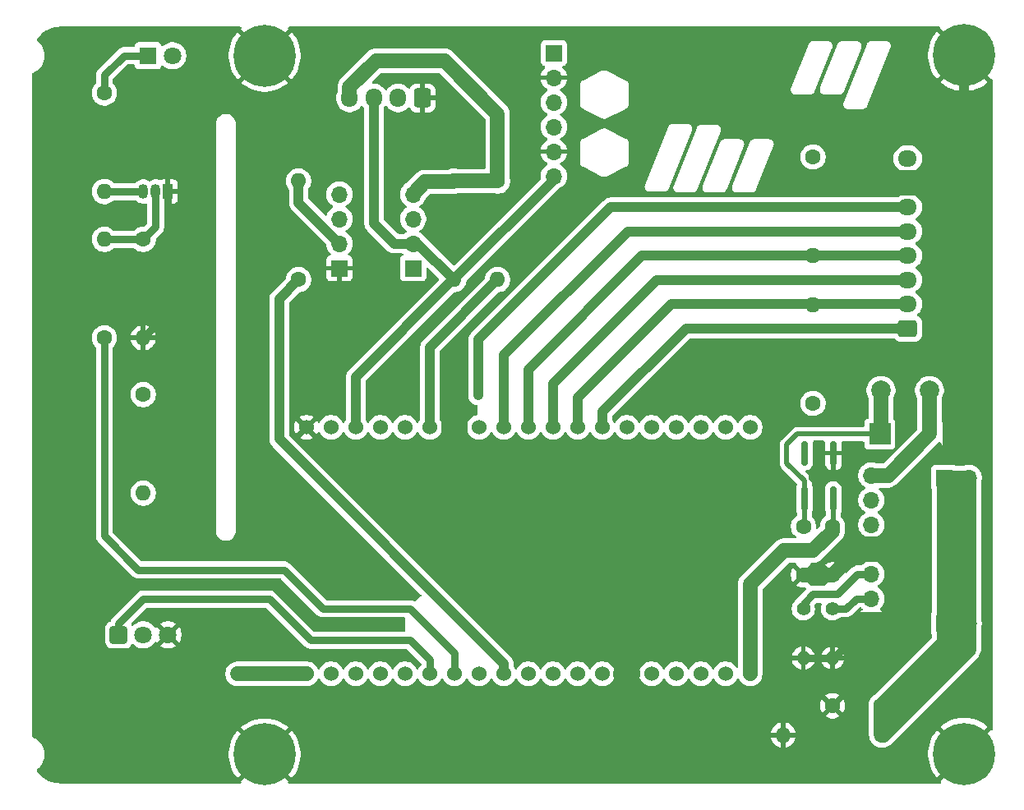
<source format=gbr>
%TF.GenerationSoftware,KiCad,Pcbnew,9.0.0*%
%TF.CreationDate,2025-11-09T18:10:32+09:00*%
%TF.ProjectId,temperature_monitor,74656d70-6572-4617-9475-72655f6d6f6e,0.1.1*%
%TF.SameCoordinates,Original*%
%TF.FileFunction,Copper,L1,Top*%
%TF.FilePolarity,Positive*%
%FSLAX46Y46*%
G04 Gerber Fmt 4.6, Leading zero omitted, Abs format (unit mm)*
G04 Created by KiCad (PCBNEW 9.0.0) date 2025-11-09 18:10:32*
%MOMM*%
%LPD*%
G01*
G04 APERTURE LIST*
G04 Aperture macros list*
%AMRoundRect*
0 Rectangle with rounded corners*
0 $1 Rounding radius*
0 $2 $3 $4 $5 $6 $7 $8 $9 X,Y pos of 4 corners*
0 Add a 4 corners polygon primitive as box body*
4,1,4,$2,$3,$4,$5,$6,$7,$8,$9,$2,$3,0*
0 Add four circle primitives for the rounded corners*
1,1,$1+$1,$2,$3*
1,1,$1+$1,$4,$5*
1,1,$1+$1,$6,$7*
1,1,$1+$1,$8,$9*
0 Add four rect primitives between the rounded corners*
20,1,$1+$1,$2,$3,$4,$5,0*
20,1,$1+$1,$4,$5,$6,$7,0*
20,1,$1+$1,$6,$7,$8,$9,0*
20,1,$1+$1,$8,$9,$2,$3,0*%
%AMFreePoly0*
4,1,13,0.900000,0.500000,3.600000,0.500000,3.600000,-0.500000,0.900000,-0.500000,0.400000,-1.000000,-0.400000,-1.000000,-0.900000,-0.500000,-3.600000,-0.500000,-3.600000,0.500000,-0.900000,0.500000,-0.400000,1.000000,0.400000,1.000000,0.900000,0.500000,0.900000,0.500000,$1*%
G04 Aperture macros list end*
%TA.AperFunction,Conductor*%
%ADD10C,0.200000*%
%TD*%
%TA.AperFunction,Conductor*%
%ADD11C,1.400000*%
%TD*%
%TA.AperFunction,ComponentPad*%
%ADD12RoundRect,0.250000X0.725000X-0.600000X0.725000X0.600000X-0.725000X0.600000X-0.725000X-0.600000X0*%
%TD*%
%TA.AperFunction,ComponentPad*%
%ADD13O,1.950000X1.700000*%
%TD*%
%TA.AperFunction,ComponentPad*%
%ADD14C,1.600000*%
%TD*%
%TA.AperFunction,ComponentPad*%
%ADD15O,1.600000X1.600000*%
%TD*%
%TA.AperFunction,ComponentPad*%
%ADD16R,1.700000X1.700000*%
%TD*%
%TA.AperFunction,ComponentPad*%
%ADD17O,1.700000X1.700000*%
%TD*%
%TA.AperFunction,ComponentPad*%
%ADD18C,0.800000*%
%TD*%
%TA.AperFunction,ComponentPad*%
%ADD19C,6.400000*%
%TD*%
%TA.AperFunction,ComponentPad*%
%ADD20C,1.524000*%
%TD*%
%TA.AperFunction,SMDPad,CuDef*%
%ADD21RoundRect,0.175000X-0.175000X1.075000X-0.175000X-1.075000X0.175000X-1.075000X0.175000X1.075000X0*%
%TD*%
%TA.AperFunction,SMDPad,CuDef*%
%ADD22FreePoly0,270.000000*%
%TD*%
%TA.AperFunction,ComponentPad*%
%ADD23R,2.200000X2.200000*%
%TD*%
%TA.AperFunction,ComponentPad*%
%ADD24O,2.200000X2.200000*%
%TD*%
%TA.AperFunction,ComponentPad*%
%ADD25RoundRect,0.250000X0.600000X0.725000X-0.600000X0.725000X-0.600000X-0.725000X0.600000X-0.725000X0*%
%TD*%
%TA.AperFunction,ComponentPad*%
%ADD26O,1.700000X1.950000*%
%TD*%
%TA.AperFunction,ComponentPad*%
%ADD27R,1.050000X1.500000*%
%TD*%
%TA.AperFunction,ComponentPad*%
%ADD28O,1.050000X1.500000*%
%TD*%
%TA.AperFunction,ComponentPad*%
%ADD29C,1.400000*%
%TD*%
%TA.AperFunction,ComponentPad*%
%ADD30O,1.400000X1.400000*%
%TD*%
%TA.AperFunction,ComponentPad*%
%ADD31C,2.000000*%
%TD*%
%TA.AperFunction,ComponentPad*%
%ADD32R,1.800000X1.800000*%
%TD*%
%TA.AperFunction,ComponentPad*%
%ADD33C,1.800000*%
%TD*%
%TA.AperFunction,ComponentPad*%
%ADD34RoundRect,0.248400X-0.651600X-0.651600X0.651600X-0.651600X0.651600X0.651600X-0.651600X0.651600X0*%
%TD*%
%TA.AperFunction,ViaPad*%
%ADD35C,0.600000*%
%TD*%
%TA.AperFunction,Conductor*%
%ADD36C,1.000000*%
%TD*%
%TA.AperFunction,Conductor*%
%ADD37C,1.500000*%
%TD*%
%TA.AperFunction,Conductor*%
%ADD38C,0.500000*%
%TD*%
%TA.AperFunction,Conductor*%
%ADD39C,0.750000*%
%TD*%
G04 APERTURE END LIST*
%TO.N,GND*%
D10*
X140300000Y-95800000D02*
X142800000Y-95800000D01*
X142800000Y-98575400D01*
X140300000Y-98575400D01*
X140300000Y-95800000D01*
%TA.AperFunction,Conductor*%
G36*
X140300000Y-95800000D02*
G01*
X142800000Y-95800000D01*
X142800000Y-98575400D01*
X140300000Y-98575400D01*
X140300000Y-95800000D01*
G37*
%TD.AperFunction*%
X186500000Y-70900000D02*
X190000000Y-70900000D01*
X190000000Y-73300000D01*
X186500000Y-73300000D01*
X186500000Y-70900000D01*
%TA.AperFunction,Conductor*%
G36*
X186500000Y-70900000D02*
G01*
X190000000Y-70900000D01*
X190000000Y-73300000D01*
X186500000Y-73300000D01*
X186500000Y-70900000D01*
G37*
%TD.AperFunction*%
%TO.N,Net-(J6-Pin_1)*%
X194600000Y-119400000D02*
X187000000Y-127500000D01*
X185500000Y-129000000D01*
X185500000Y-126000000D01*
X192000000Y-119400000D01*
X192000000Y-117300000D01*
X194600000Y-117300000D01*
X194600000Y-119400000D01*
%TA.AperFunction,Conductor*%
G36*
X194600000Y-119400000D02*
G01*
X187000000Y-127500000D01*
X185500000Y-129000000D01*
X185500000Y-126000000D01*
X192000000Y-119400000D01*
X192000000Y-117300000D01*
X194600000Y-117300000D01*
X194600000Y-119400000D01*
G37*
%TD.AperFunction*%
%TO.N,GND*%
X191900000Y-96500000D02*
X194700000Y-96500000D01*
X194700000Y-99700000D01*
X191900000Y-99700000D01*
X191900000Y-96500000D01*
%TA.AperFunction,Conductor*%
G36*
X191900000Y-96500000D02*
G01*
X194700000Y-96500000D01*
X194700000Y-99700000D01*
X191900000Y-99700000D01*
X191900000Y-96500000D01*
G37*
%TD.AperFunction*%
%TO.N,Net-(J6-Pin_1)*%
X192000000Y-102500000D02*
X194700000Y-102500000D01*
X194700000Y-117500000D01*
X192000000Y-117500000D01*
X192000000Y-102500000D01*
%TA.AperFunction,Conductor*%
G36*
X192000000Y-102500000D02*
G01*
X194700000Y-102500000D01*
X194700000Y-117500000D01*
X192000000Y-117500000D01*
X192000000Y-102500000D01*
G37*
%TD.AperFunction*%
%TO.N,GND*%
X183000000Y-108600000D02*
X186100000Y-108600000D01*
X186100000Y-111100000D01*
X183000000Y-111100000D01*
X183000000Y-108600000D01*
%TA.AperFunction,Conductor*%
G36*
X183000000Y-108600000D02*
G01*
X186100000Y-108600000D01*
X186100000Y-111100000D01*
X183000000Y-111100000D01*
X183000000Y-108600000D01*
G37*
%TD.AperFunction*%
D11*
X160000000Y-122700000D02*
G75*
G02*
X158600000Y-122700000I-700000J0D01*
G01*
X158600000Y-122700000D02*
G75*
G02*
X160000000Y-122700000I700000J0D01*
G01*
D10*
X183150000Y-116400000D02*
X185950000Y-116400000D01*
X185950000Y-118900000D01*
X183150000Y-118900000D01*
X183150000Y-116400000D01*
%TA.AperFunction,Conductor*%
G36*
X183150000Y-116400000D02*
G01*
X185950000Y-116400000D01*
X185950000Y-118900000D01*
X183150000Y-118900000D01*
X183150000Y-116400000D01*
G37*
%TD.AperFunction*%
%TD*%
D12*
%TO.P,J3,1,Pin_1*%
%TO.N,BUSY*%
X188250000Y-87100000D03*
D13*
%TO.P,J3,2,Pin_2*%
%TO.N,RST*%
X188250000Y-84600000D03*
%TO.P,J3,3,Pin_3*%
%TO.N,DS*%
X188250000Y-82100000D03*
%TO.P,J3,4,Pin_4*%
%TO.N,SPI_CS*%
X188250000Y-79600000D03*
%TO.P,J3,5,Pin_5*%
%TO.N,SPI_CLK*%
X188250000Y-77100000D03*
%TO.P,J3,6,Pin_6*%
%TO.N,SPI_MOSI*%
X188250000Y-74600000D03*
%TO.P,J3,7,Pin_7*%
%TO.N,GND*%
X188250000Y-72100000D03*
%TO.P,J3,8,Pin_8*%
%TO.N,+3.3V*%
X188250000Y-69600000D03*
%TD*%
D14*
%TO.P,R5,1*%
%TO.N,Net-(U1-IO32)*%
X105500000Y-88080000D03*
D15*
%TO.P,R5,2*%
%TO.N,IRLED*%
X105500000Y-77920000D03*
%TD*%
D14*
%TO.P,R2,1*%
%TO.N,+3.3V*%
X178500000Y-94830000D03*
D15*
%TO.P,R2,2*%
%TO.N,RST*%
X178500000Y-84670000D03*
%TD*%
D14*
%TO.P,R8,1*%
%TO.N,+3.3V*%
X109500000Y-93920000D03*
D15*
%TO.P,R8,2*%
%TO.N,Net-(U2-Vs)*%
X109500000Y-104080000D03*
%TD*%
D14*
%TO.P,C3,1*%
%TO.N,+5V*%
X180500000Y-107500000D03*
%TO.P,C3,2*%
%TO.N,GND*%
X180500000Y-112500000D03*
%TD*%
D16*
%TO.P,J1,1,Pin_1*%
%TO.N,+3.3V*%
X151800000Y-58720000D03*
D17*
%TO.P,J1,2,Pin_2*%
%TO.N,GND*%
X151800000Y-61260000D03*
%TO.P,J1,3,Pin_3*%
%TO.N,unconnected-(J1-Pin_3-Pad3)*%
X151800000Y-63800000D03*
%TO.P,J1,4,Pin_4*%
%TO.N,I2C_SDI*%
X151800000Y-66340000D03*
%TO.P,J1,5,Pin_5*%
%TO.N,GND*%
X151800000Y-68880000D03*
%TO.P,J1,6,Pin_6*%
%TO.N,I2C_SCK*%
X151800000Y-71420000D03*
%TD*%
D16*
%TO.P,J5,1,Pin_1*%
%TO.N,I2C_SDI*%
X137300000Y-80900000D03*
D17*
%TO.P,J5,2,Pin_2*%
%TO.N,I2C_SCK*%
X137300000Y-78360000D03*
%TO.P,J5,3,Pin_3*%
%TO.N,unconnected-(J5-Pin_3-Pad3)*%
X137300000Y-75820000D03*
%TO.P,J5,4,Pin_4*%
%TO.N,+3.3V*%
X137300000Y-73280000D03*
%TD*%
D18*
%TO.P,H2,1,1*%
%TO.N,GND*%
X122000000Y-61400000D03*
X120302944Y-60697056D03*
X123697056Y-60697056D03*
X119600000Y-59000000D03*
D19*
X122000000Y-59000000D03*
D18*
X124400000Y-59000000D03*
X120302944Y-57302944D03*
X123697056Y-57302944D03*
X122000000Y-56600000D03*
%TD*%
D14*
%TO.P,R4,1*%
%TO.N,+3.3V*%
X146000000Y-71920000D03*
D15*
%TO.P,R4,2*%
%TO.N,I2C_SDI*%
X146000000Y-82080000D03*
%TD*%
D20*
%TO.P,U1,1,3V3*%
%TO.N,+3.3V*%
X126310000Y-122700000D03*
%TO.P,U1,2,EN*%
%TO.N,unconnected-(U1-EN-Pad2)*%
X128850000Y-122700000D03*
%TO.P,U1,3,SENNSOR_VP*%
%TO.N,unconnected-(U1-SENNSOR_VP-Pad3)*%
X131390000Y-122700000D03*
%TO.P,U1,4,SENSOR_VN*%
%TO.N,unconnected-(U1-SENSOR_VN-Pad4)*%
X133930000Y-122700000D03*
%TO.P,U1,5,IO34*%
%TO.N,unconnected-(U1-IO34-Pad5)*%
X136470000Y-122700000D03*
%TO.P,U1,6,IO35*%
%TO.N,IR_Reciver*%
X139010000Y-122700000D03*
%TO.P,U1,7,IO32*%
%TO.N,Net-(U1-IO32)*%
X141550000Y-122700000D03*
%TO.P,U1,8,IO33*%
%TO.N,unconnected-(U1-IO33-Pad8)*%
X144090000Y-122700000D03*
%TO.P,U1,9,IO25*%
%TO.N,Net-(U1-IO25)*%
X146630000Y-122700000D03*
%TO.P,U1,10,IO26*%
%TO.N,unconnected-(U1-IO26-Pad10)*%
X149170000Y-122700000D03*
%TO.P,U1,11,IO27*%
%TO.N,unconnected-(U1-IO27-Pad11)*%
X151710000Y-122700000D03*
%TO.P,U1,12,IO14*%
%TO.N,unconnected-(U1-IO14-Pad12)*%
X154250000Y-122700000D03*
%TO.P,U1,13,IO12*%
%TO.N,unconnected-(U1-IO12-Pad13)*%
X156790000Y-122700000D03*
%TO.P,U1,14,GND*%
%TO.N,GND*%
X159330000Y-122700000D03*
%TO.P,U1,15,IO13*%
%TO.N,unconnected-(U1-IO13-Pad15)*%
X161870000Y-122700000D03*
%TO.P,U1,16,SD2*%
%TO.N,unconnected-(U1-SD2-Pad16)*%
X164410000Y-122700000D03*
%TO.P,U1,17,SD3*%
%TO.N,unconnected-(U1-SD3-Pad17)*%
X166950000Y-122700000D03*
%TO.P,U1,18,CMD*%
%TO.N,unconnected-(U1-CMD-Pad18)*%
X169490000Y-122700000D03*
%TO.P,U1,19,5V*%
%TO.N,+5V*%
X172030000Y-122700000D03*
%TO.P,U1,20,GND*%
%TO.N,GND*%
X126310000Y-97300000D03*
%TO.P,U1,21,IO23*%
%TO.N,SPI_MOSI*%
X128850000Y-97300000D03*
%TO.P,U1,22,IO22*%
%TO.N,I2C_SCK*%
X131390000Y-97300000D03*
%TO.P,U1,23,TXD0*%
%TO.N,unconnected-(U1-TXD0-Pad23)*%
X133930000Y-97300000D03*
%TO.P,U1,24,RXD0*%
%TO.N,unconnected-(U1-RXD0-Pad24)*%
X136470000Y-97300000D03*
%TO.P,U1,25,IO21*%
%TO.N,I2C_SDI*%
X139010000Y-97300000D03*
%TO.P,U1,26,GND*%
%TO.N,GND*%
X141550000Y-97300000D03*
%TO.P,U1,27,IO19*%
%TO.N,unconnected-(U1-IO19-Pad27)*%
X144090000Y-97300000D03*
%TO.P,U1,28,IO18*%
%TO.N,SPI_CLK*%
X146630000Y-97300000D03*
%TO.P,U1,29,IO5*%
%TO.N,SPI_CS*%
X149170000Y-97300000D03*
%TO.P,U1,30,IO17*%
%TO.N,DS*%
X151710000Y-97300000D03*
%TO.P,U1,31,IO16*%
%TO.N,RST*%
X154250000Y-97300000D03*
%TO.P,U1,32,IO4*%
%TO.N,BUSY*%
X156790000Y-97300000D03*
%TO.P,U1,33,IO0*%
%TO.N,unconnected-(U1-IO0-Pad33)*%
X159330000Y-97300000D03*
%TO.P,U1,34,IO2*%
%TO.N,unconnected-(U1-IO2-Pad34)*%
X161870000Y-97300000D03*
%TO.P,U1,35,IO15*%
%TO.N,unconnected-(U1-IO15-Pad35)*%
X164410000Y-97300000D03*
%TO.P,U1,36,SD1*%
%TO.N,unconnected-(U1-SD1-Pad36)*%
X166950000Y-97300000D03*
%TO.P,U1,37,SD1*%
%TO.N,unconnected-(U1-SD1-Pad37)*%
X169490000Y-97300000D03*
%TO.P,U1,38,CLK*%
%TO.N,unconnected-(U1-CLK-Pad38)*%
X172030000Y-97300000D03*
%TD*%
D16*
%TO.P,J4,1,Pin_1*%
%TO.N,GND*%
X129700000Y-80900000D03*
D17*
%TO.P,J4,2,Pin_2*%
%TO.N,RTC_ALM*%
X129700000Y-78360000D03*
%TO.P,J4,3,Pin_3*%
%TO.N,unconnected-(J4-Pin_3-Pad3)*%
X129700000Y-75820000D03*
%TO.P,J4,4,Pin_4*%
%TO.N,unconnected-(J4-Pin_4-Pad4)*%
X129700000Y-73280000D03*
%TD*%
D21*
%TO.P,U3,1,Vss*%
%TO.N,GND*%
X180600000Y-99950000D03*
D22*
%TO.P,U3,2,EP*%
X179100000Y-102300000D03*
D21*
%TO.P,U3,3,EN*%
%TO.N,unconnected-(U3-EN-Pad3)*%
X177600000Y-99950000D03*
%TO.P,U3,4,Vin*%
%TO.N,Net-(D2-A1)*%
X177600000Y-104650000D03*
%TO.P,U3,5,Vout*%
%TO.N,+5V*%
X180600000Y-104650000D03*
%TD*%
D23*
%TO.P,D2,1,A1*%
%TO.N,Net-(D2-A1)*%
X185380000Y-98000000D03*
D24*
%TO.P,D2,2,A2*%
%TO.N,GND*%
X193000000Y-98000000D03*
%TD*%
D18*
%TO.P,H3,1,1*%
%TO.N,GND*%
X194052944Y-133347056D03*
X192355888Y-132644112D03*
X195750000Y-132644112D03*
X191652944Y-130947056D03*
D19*
X194052944Y-130947056D03*
D18*
X196452944Y-130947056D03*
X192355888Y-129250000D03*
X195750000Y-129250000D03*
X194052944Y-128547056D03*
%TD*%
D25*
%TO.P,J2,1,Pin_1*%
%TO.N,GND*%
X138250000Y-63350000D03*
D26*
%TO.P,J2,2,Pin_2*%
%TO.N,I2C_SDI*%
X135750000Y-63350000D03*
%TO.P,J2,3,Pin_3*%
%TO.N,I2C_SCK*%
X133250000Y-63350000D03*
%TO.P,J2,4,Pin_4*%
%TO.N,+3.3V*%
X130750000Y-63350000D03*
%TD*%
D14*
%TO.P,R1,1*%
%TO.N,+3.3V*%
X178500000Y-69420000D03*
D15*
%TO.P,R1,2*%
%TO.N,SPI_CS*%
X178500000Y-79580000D03*
%TD*%
D27*
%TO.P,Q1,1,S*%
%TO.N,GND*%
X112040000Y-73000000D03*
D28*
%TO.P,Q1,2,G*%
%TO.N,IRLED*%
X110770000Y-73000000D03*
%TO.P,Q1,3,D*%
%TO.N,Net-(Q1-D)*%
X109500000Y-73000000D03*
%TD*%
D16*
%TO.P,J8,1,Pin_1*%
%TO.N,GND*%
X184500000Y-117500000D03*
D17*
%TO.P,J8,2,Pin_2*%
%TO.N,Net-(J8-Pin_2)*%
X184500000Y-114960000D03*
%TO.P,J8,3,Pin_3*%
%TO.N,Net-(J8-Pin_3)*%
X184500000Y-112420000D03*
%TO.P,J8,4,Pin_4*%
%TO.N,GND*%
X184500000Y-109880000D03*
%TO.P,J8,5,Pin_5*%
%TO.N,unconnected-(J8-Pin_5-Pad5)*%
X184500000Y-107340000D03*
%TO.P,J8,6,Pin_6*%
%TO.N,unconnected-(J8-Pin_6-Pad6)*%
X184500000Y-104800000D03*
%TO.P,J8,7,Pin_7*%
%TO.N,VBUS*%
X184500000Y-102260000D03*
%TD*%
D29*
%TO.P,R12,1*%
%TO.N,Net-(J8-Pin_3)*%
X177500000Y-116000000D03*
D30*
%TO.P,R12,2*%
%TO.N,GND*%
X177500000Y-121080000D03*
%TD*%
D14*
%TO.P,R6,1*%
%TO.N,Net-(U1-IO25)*%
X125500000Y-82080000D03*
D15*
%TO.P,R6,2*%
%TO.N,RTC_ALM*%
X125500000Y-71920000D03*
%TD*%
D29*
%TO.P,R11,1*%
%TO.N,Net-(J8-Pin_2)*%
X180500000Y-116000000D03*
D30*
%TO.P,R11,2*%
%TO.N,GND*%
X180500000Y-121080000D03*
%TD*%
D16*
%TO.P,J6,1,Pin_1*%
%TO.N,Net-(J6-Pin_1)*%
X192000000Y-102500000D03*
D17*
%TO.P,J6,2,Pin_2*%
X194540000Y-102500000D03*
%TD*%
D14*
%TO.P,R7,1*%
%TO.N,Net-(D1-K)*%
X105500000Y-62840000D03*
D15*
%TO.P,R7,2*%
%TO.N,Net-(Q1-D)*%
X105500000Y-73000000D03*
%TD*%
D14*
%TO.P,R9,1*%
%TO.N,IRLED*%
X109500000Y-77920000D03*
D15*
%TO.P,R9,2*%
%TO.N,GND*%
X109500000Y-88080000D03*
%TD*%
D14*
%TO.P,C1,1*%
%TO.N,Net-(J6-Pin_1)*%
X185500000Y-126000000D03*
%TO.P,C1,2*%
%TO.N,GND*%
X180500000Y-126000000D03*
%TD*%
D31*
%TO.P,F1,1*%
%TO.N,VBUS*%
X190500000Y-93500000D03*
%TO.P,F1,2*%
%TO.N,Net-(D2-A1)*%
X185500000Y-93500000D03*
%TD*%
D14*
%TO.P,R3,1*%
%TO.N,+3.3V*%
X141500000Y-71920000D03*
D15*
%TO.P,R3,2*%
%TO.N,I2C_SCK*%
X141500000Y-82080000D03*
%TD*%
D14*
%TO.P,R10,1*%
%TO.N,Net-(J6-Pin_1)*%
X185580000Y-129000000D03*
D15*
%TO.P,R10,2*%
%TO.N,GND*%
X175420000Y-129000000D03*
%TD*%
D18*
%TO.P,H4,1,1*%
%TO.N,GND*%
X194052944Y-61347056D03*
X192355888Y-60644112D03*
X195750000Y-60644112D03*
X191652944Y-58947056D03*
D19*
X194052944Y-58947056D03*
D18*
X196452944Y-58947056D03*
X192355888Y-57250000D03*
X195750000Y-57250000D03*
X194052944Y-56547056D03*
%TD*%
%TO.P,H1,1,1*%
%TO.N,GND*%
X122000000Y-133400000D03*
X120302944Y-132697056D03*
X123697056Y-132697056D03*
X119600000Y-131000000D03*
D19*
X122000000Y-131000000D03*
D18*
X124400000Y-131000000D03*
X120302944Y-129302944D03*
X123697056Y-129302944D03*
X122000000Y-128600000D03*
%TD*%
D32*
%TO.P,D1,1,K*%
%TO.N,Net-(D1-K)*%
X110000000Y-59000000D03*
D33*
%TO.P,D1,2,A*%
%TO.N,+5V*%
X112540000Y-59000000D03*
%TD*%
D14*
%TO.P,C2,1*%
%TO.N,Net-(D2-A1)*%
X177500000Y-107500000D03*
%TO.P,C2,2*%
%TO.N,GND*%
X177500000Y-112500000D03*
%TD*%
D16*
%TO.P,J7,1,Pin_1*%
%TO.N,Net-(J6-Pin_1)*%
X192000000Y-117500000D03*
D17*
%TO.P,J7,2,Pin_2*%
X194540000Y-117500000D03*
%TD*%
D34*
%TO.P,U2,1,OUT*%
%TO.N,IR_Reciver*%
X106960000Y-118685000D03*
D33*
%TO.P,U2,2,Vs*%
%TO.N,Net-(U2-Vs)*%
X109500000Y-118685000D03*
%TO.P,U2,3,GND*%
%TO.N,GND*%
X112040000Y-118685000D03*
%TD*%
D35*
%TO.N,+3.3V*%
X119200000Y-122700000D03*
%TO.N,GND*%
X100000000Y-85000000D03*
X119500000Y-100000000D03*
X159000000Y-66000000D03*
X105000000Y-120000000D03*
X188000000Y-97000000D03*
X180000000Y-65000000D03*
X175000000Y-70000000D03*
X195000000Y-70000000D03*
X140000000Y-105000000D03*
X133000000Y-121000000D03*
X121000000Y-117000000D03*
X105000000Y-115000000D03*
X105000000Y-85000000D03*
X116500000Y-70000000D03*
X100000000Y-90000000D03*
X165000000Y-105000000D03*
X105000000Y-130000000D03*
X155000000Y-100000000D03*
X120000000Y-125000000D03*
X150000000Y-79000000D03*
X175000000Y-95000000D03*
X155000000Y-105000000D03*
X170000000Y-120000000D03*
X116500000Y-75000000D03*
X100000000Y-125000000D03*
X160000000Y-125000000D03*
X119500000Y-80000000D03*
X175000000Y-60000000D03*
X170000000Y-105000000D03*
X170000000Y-115000000D03*
X100000000Y-70000000D03*
X150000000Y-125000000D03*
X140000000Y-65000000D03*
X105000000Y-70000000D03*
X195000000Y-95000000D03*
X100000000Y-80000000D03*
X130000000Y-100000000D03*
X165000000Y-130000000D03*
X185000000Y-65000000D03*
X180000000Y-90000000D03*
X119500000Y-70000000D03*
X100000000Y-120000000D03*
X170000000Y-130000000D03*
X110000000Y-70000000D03*
X100000000Y-100000000D03*
X190000000Y-65000000D03*
X170000000Y-95000000D03*
X160000000Y-109880000D03*
X117500000Y-113500000D03*
X108000000Y-107000000D03*
X105000000Y-75000000D03*
X195000000Y-65000000D03*
X155000000Y-120000000D03*
X165000000Y-100000000D03*
X116500000Y-90000000D03*
X190000000Y-105000000D03*
X170000000Y-90000000D03*
X165000000Y-90000000D03*
X140000000Y-125000000D03*
X115000000Y-130000000D03*
X100000000Y-75000000D03*
X125000000Y-105000000D03*
X135000000Y-95500000D03*
X130000000Y-70000000D03*
X135000000Y-125000000D03*
X170000000Y-100000000D03*
X100000000Y-110000000D03*
X155000000Y-125000000D03*
X150000000Y-105000000D03*
X180250000Y-123000000D03*
X155000000Y-130000000D03*
X105000000Y-80000000D03*
X125000000Y-80000000D03*
X116500000Y-85000000D03*
X110000000Y-125000000D03*
X130000000Y-130000000D03*
X100000000Y-105000000D03*
X130000000Y-125000000D03*
X141500000Y-90000000D03*
X116500000Y-65000000D03*
X124500000Y-114500000D03*
X175000000Y-120000000D03*
X190000000Y-110000000D03*
X130000000Y-110000000D03*
X146000000Y-79500000D03*
X105000000Y-65000000D03*
X152000000Y-75000000D03*
X165000000Y-65000000D03*
X135000000Y-130000000D03*
X181000000Y-109880000D03*
X141500000Y-77500000D03*
X100000000Y-115000000D03*
X165000000Y-120000000D03*
X125000000Y-95000000D03*
X185000000Y-90000000D03*
X134000000Y-117500000D03*
X185000000Y-120000000D03*
X165000000Y-109880000D03*
X110000000Y-80000000D03*
X140000000Y-130000000D03*
X116500000Y-105000000D03*
X110000000Y-65000000D03*
X119500000Y-95000000D03*
X195000000Y-90000000D03*
X155000000Y-66000000D03*
X125000000Y-90000000D03*
X141500000Y-74500000D03*
X110000000Y-130000000D03*
X145000000Y-105000000D03*
X145000000Y-110000000D03*
X125000000Y-85000000D03*
X110000000Y-100000000D03*
X111000000Y-113500000D03*
X195000000Y-125000000D03*
X105000000Y-125000000D03*
X175000000Y-105000000D03*
X119500000Y-75000000D03*
X135000000Y-105000000D03*
X150000000Y-100000000D03*
X119500000Y-85000000D03*
X170000000Y-65000000D03*
X150000000Y-120000000D03*
X175000000Y-125000000D03*
X124000000Y-120000000D03*
X140000000Y-100000000D03*
X160000000Y-100000000D03*
X145500000Y-74500000D03*
X145000000Y-100000000D03*
X129000000Y-117500000D03*
X190000000Y-90000000D03*
X110000000Y-90000000D03*
X165000000Y-115000000D03*
X135000000Y-100000000D03*
X150000000Y-115000000D03*
X115000000Y-125000000D03*
X125000000Y-65000000D03*
X190000000Y-115000000D03*
X183000000Y-72000000D03*
X116500000Y-100000000D03*
X150000000Y-130000000D03*
X130000000Y-90000000D03*
X195000000Y-85000000D03*
X120000000Y-65000000D03*
X120500000Y-113500000D03*
X119500000Y-105000000D03*
X100000000Y-95000000D03*
X119500000Y-90000000D03*
X165000000Y-125000000D03*
X145000000Y-130000000D03*
X116500000Y-110000000D03*
X130000000Y-85000000D03*
X109000000Y-75000000D03*
X145000000Y-115000000D03*
X140000000Y-110000000D03*
X160000000Y-105000000D03*
X120000000Y-110000000D03*
X155000000Y-109880000D03*
X170000000Y-109880000D03*
X116500000Y-80000000D03*
X116500000Y-95000000D03*
X160000000Y-130000000D03*
X110000000Y-85000000D03*
X135000000Y-85000000D03*
X140000000Y-70000000D03*
X136500000Y-90000000D03*
X195000000Y-75000000D03*
X155000000Y-115000000D03*
X165000000Y-95000000D03*
X145000000Y-125000000D03*
%TO.N,SPI_MOSI*%
X144000000Y-94000000D03*
%TD*%
D36*
%TO.N,GND*%
X194052944Y-68947056D02*
X194052944Y-61347056D01*
X190900000Y-72100000D02*
X194052944Y-68947056D01*
X188250000Y-72100000D02*
X190900000Y-72100000D01*
%TO.N,SPI_MOSI*%
X144000000Y-88250000D02*
X157650000Y-74600000D01*
X144000000Y-94000000D02*
X144000000Y-88250000D01*
X157650000Y-74600000D02*
X188250000Y-74600000D01*
%TO.N,SPI_CLK*%
X146630000Y-89870000D02*
X146630000Y-97300000D01*
X159400000Y-77100000D02*
X146630000Y-89870000D01*
X188250000Y-77100000D02*
X159400000Y-77100000D01*
%TO.N,SPI_CS*%
X149170000Y-91330000D02*
X149170000Y-97300000D01*
X160900000Y-79600000D02*
X149170000Y-91330000D01*
X188250000Y-79600000D02*
X160900000Y-79600000D01*
%TO.N,DS*%
X151710000Y-92790000D02*
X151710000Y-97300000D01*
X162400000Y-82100000D02*
X151710000Y-92790000D01*
X188250000Y-82100000D02*
X162400000Y-82100000D01*
%TO.N,RST*%
X163900000Y-84600000D02*
X154250000Y-94250000D01*
X154250000Y-94250000D02*
X154250000Y-97300000D01*
X188250000Y-84600000D02*
X163900000Y-84600000D01*
%TO.N,BUSY*%
X156790000Y-95710000D02*
X156790000Y-97300000D01*
X188250000Y-87100000D02*
X165400000Y-87100000D01*
X165400000Y-87100000D02*
X156790000Y-95710000D01*
D37*
%TO.N,+3.3V*%
X146000000Y-65000000D02*
X140500000Y-59500000D01*
X138500000Y-72000000D02*
X137300000Y-73200000D01*
X146000000Y-71920000D02*
X141500000Y-71920000D01*
X140500000Y-59500000D02*
X133500000Y-59500000D01*
X141420000Y-72000000D02*
X138500000Y-72000000D01*
X141500000Y-71920000D02*
X141420000Y-72000000D01*
X126310000Y-122700000D02*
X119200000Y-122700000D01*
X133500000Y-59500000D02*
X130750000Y-62250000D01*
X137300000Y-73200000D02*
X137300000Y-73280000D01*
X146000000Y-71920000D02*
X146000000Y-65000000D01*
X130750000Y-62250000D02*
X130750000Y-63350000D01*
%TO.N,GND*%
X177500000Y-112500000D02*
X180500000Y-112500000D01*
D38*
X180600000Y-102200000D02*
X180600000Y-99950000D01*
X184550000Y-109850000D02*
X182000000Y-107300000D01*
D37*
X180500000Y-112500000D02*
X183150000Y-109850000D01*
D39*
X180570000Y-121080000D02*
X184000000Y-117650000D01*
X112040000Y-85540000D02*
X112040000Y-73000000D01*
X109500000Y-88080000D02*
X112040000Y-85540000D01*
D38*
X182000000Y-103600000D02*
X180600000Y-102200000D01*
D37*
X183150000Y-109850000D02*
X184550000Y-109850000D01*
D39*
X184000000Y-117650000D02*
X184650000Y-117650000D01*
D38*
X182000000Y-107300000D02*
X182000000Y-103600000D01*
D39*
X177500000Y-121080000D02*
X180570000Y-121080000D01*
D36*
%TO.N,I2C_SCK*%
X141420000Y-82080000D02*
X131390000Y-92110000D01*
X135360000Y-78360000D02*
X133250000Y-76250000D01*
X137780000Y-78360000D02*
X137300000Y-78360000D01*
X137300000Y-78360000D02*
X135360000Y-78360000D01*
X131390000Y-92110000D02*
X131390000Y-97300000D01*
X141500000Y-82080000D02*
X137780000Y-78360000D01*
X133250000Y-76250000D02*
X133250000Y-63350000D01*
X151800000Y-71420000D02*
X151800000Y-71780000D01*
X151800000Y-71780000D02*
X141500000Y-82080000D01*
X141500000Y-82080000D02*
X141420000Y-82080000D01*
%TO.N,I2C_SDI*%
X146000000Y-82080000D02*
X139010000Y-89070000D01*
X139010000Y-89070000D02*
X139010000Y-97300000D01*
D37*
%TO.N,Net-(J6-Pin_1)*%
X192000000Y-102500000D02*
X192000000Y-117500000D01*
X194540000Y-117500000D02*
X194540000Y-120210000D01*
X194540000Y-117500000D02*
X194540000Y-102500000D01*
X185750000Y-129000000D02*
X185580000Y-129000000D01*
X194540000Y-117500000D02*
X193500000Y-117500000D01*
X193500000Y-117500000D02*
X192000000Y-117500000D01*
X194540000Y-102500000D02*
X193500000Y-102500000D01*
X188050000Y-123450000D02*
X192000000Y-119500000D01*
X185500000Y-126000000D02*
X185500000Y-128920000D01*
X193500000Y-102500000D02*
X192000000Y-102500000D01*
X185500000Y-126000000D02*
X188050000Y-123450000D01*
X194540000Y-120210000D02*
X185750000Y-129000000D01*
X192000000Y-119500000D02*
X192000000Y-117500000D01*
X185500000Y-128920000D02*
X185580000Y-129000000D01*
D39*
%TO.N,Net-(J8-Pin_3)*%
X178500000Y-114500000D02*
X181000000Y-114500000D01*
X181000000Y-114500000D02*
X183080000Y-112420000D01*
X183080000Y-112420000D02*
X184500000Y-112420000D01*
X177500000Y-116000000D02*
X177500000Y-115500000D01*
X177500000Y-115500000D02*
X178500000Y-114500000D01*
%TO.N,Net-(J8-Pin_2)*%
X180500000Y-116000000D02*
X181896996Y-116000000D01*
D36*
X184460000Y-115000000D02*
X184500000Y-114960000D01*
D39*
X182936996Y-114960000D02*
X184500000Y-114960000D01*
X181896996Y-116000000D02*
X182936996Y-114960000D01*
%TO.N,Net-(U1-IO32)*%
X141550000Y-122700000D02*
X141550000Y-120550000D01*
X141550000Y-120550000D02*
X137000000Y-116000000D01*
X137000000Y-116000000D02*
X128000000Y-116000000D01*
X105500000Y-108500000D02*
X105500000Y-88080000D01*
X128000000Y-116000000D02*
X124000000Y-112000000D01*
X124000000Y-112000000D02*
X109000000Y-112000000D01*
X109000000Y-112000000D02*
X105500000Y-108500000D01*
D36*
%TO.N,Net-(U1-IO25)*%
X123500000Y-84080000D02*
X123500000Y-98500000D01*
X125500000Y-82080000D02*
X123500000Y-84080000D01*
X123500000Y-98500000D02*
X146630000Y-121630000D01*
X146630000Y-121630000D02*
X146630000Y-122700000D01*
%TO.N,RTC_ALM*%
X125500000Y-74160000D02*
X125500000Y-71920000D01*
X129700000Y-78360000D02*
X125500000Y-74160000D01*
D38*
%TO.N,Net-(D2-A1)*%
X177600000Y-104650000D02*
X177600000Y-102800000D01*
X177600000Y-102800000D02*
X175800000Y-101000000D01*
X175800000Y-99100000D02*
X176900000Y-98000000D01*
D37*
X185500000Y-93500000D02*
X185500000Y-97880000D01*
X185500000Y-97880000D02*
X185380000Y-98000000D01*
D38*
X177600000Y-104650000D02*
X177600000Y-107400000D01*
X175800000Y-101000000D02*
X175800000Y-99100000D01*
X177600000Y-107400000D02*
X177500000Y-107500000D01*
X176900000Y-98000000D02*
X185380000Y-98000000D01*
D37*
%TO.N,+5V*%
X180500000Y-107500000D02*
X180500000Y-108000000D01*
D38*
X180600000Y-104650000D02*
X180600000Y-107400000D01*
D37*
X178500000Y-110000000D02*
X175500000Y-110000000D01*
X172030000Y-113470000D02*
X172030000Y-122700000D01*
X175500000Y-110000000D02*
X172030000Y-113470000D01*
D38*
X180600000Y-107400000D02*
X180500000Y-107500000D01*
X180600000Y-104650000D02*
X180500000Y-104750000D01*
D37*
X180500000Y-108000000D02*
X178500000Y-110000000D01*
D39*
%TO.N,Net-(D1-K)*%
X105500000Y-61000000D02*
X107500000Y-59000000D01*
X105500000Y-62840000D02*
X105500000Y-61000000D01*
X107500000Y-59000000D02*
X110000000Y-59000000D01*
%TO.N,Net-(Q1-D)*%
X109500000Y-73000000D02*
X105500000Y-73000000D01*
%TO.N,IRLED*%
X110770000Y-73000000D02*
X110770000Y-76650000D01*
X110770000Y-76650000D02*
X109500000Y-77920000D01*
X109500000Y-77920000D02*
X105500000Y-77920000D01*
%TO.N,IR_Reciver*%
X139010000Y-121260000D02*
X139010000Y-122700000D01*
X122500000Y-115000000D02*
X126750000Y-119250000D01*
X109500000Y-115000000D02*
X122500000Y-115000000D01*
X106960000Y-118685000D02*
X106960000Y-117540000D01*
X137000000Y-119250000D02*
X139010000Y-121260000D01*
X106960000Y-117540000D02*
X109500000Y-115000000D01*
X126750000Y-119250000D02*
X137000000Y-119250000D01*
D37*
%TO.N,VBUS*%
X184500000Y-102260000D02*
X186240000Y-102260000D01*
X190500000Y-98000000D02*
X190500000Y-93500000D01*
X186240000Y-102260000D02*
X190500000Y-98000000D01*
%TD*%
%TA.AperFunction,Conductor*%
%TO.N,GND*%
G36*
X139997703Y-60770185D02*
G01*
X140018345Y-60786819D01*
X144713181Y-65481655D01*
X144746666Y-65542978D01*
X144749500Y-65569336D01*
X144749500Y-70545500D01*
X144729815Y-70612539D01*
X144677011Y-70658294D01*
X144625500Y-70669500D01*
X141879502Y-70669500D01*
X141841184Y-70663431D01*
X141804535Y-70651523D01*
X141703443Y-70635511D01*
X141602352Y-70619500D01*
X141397648Y-70619500D01*
X141373329Y-70623351D01*
X141195465Y-70651522D01*
X141000776Y-70714781D01*
X140959164Y-70735985D01*
X140902869Y-70749500D01*
X138401578Y-70749500D01*
X138207172Y-70780291D01*
X138146348Y-70800053D01*
X138146348Y-70800054D01*
X138103103Y-70814105D01*
X138019970Y-70841117D01*
X137870561Y-70917246D01*
X137870560Y-70917245D01*
X137844598Y-70930474D01*
X137844590Y-70930478D01*
X137725307Y-71017144D01*
X137685354Y-71046172D01*
X137685352Y-71046174D01*
X137685351Y-71046174D01*
X136635415Y-72096109D01*
X136604036Y-72118909D01*
X136592181Y-72124949D01*
X136592180Y-72124950D01*
X136420213Y-72249890D01*
X136269890Y-72400213D01*
X136144951Y-72572179D01*
X136048444Y-72761585D01*
X136048443Y-72761587D01*
X136048443Y-72761588D01*
X136028608Y-72822635D01*
X135982753Y-72963760D01*
X135949500Y-73173713D01*
X135949500Y-73386286D01*
X135981122Y-73585944D01*
X135982754Y-73596243D01*
X136048258Y-73797844D01*
X136048444Y-73798414D01*
X136144951Y-73987820D01*
X136269890Y-74159786D01*
X136420213Y-74310109D01*
X136592182Y-74435050D01*
X136600946Y-74439516D01*
X136651742Y-74487491D01*
X136668536Y-74555312D01*
X136645998Y-74621447D01*
X136600946Y-74660484D01*
X136592182Y-74664949D01*
X136420213Y-74789890D01*
X136269890Y-74940213D01*
X136144951Y-75112179D01*
X136048444Y-75301585D01*
X135982753Y-75503760D01*
X135949500Y-75713713D01*
X135949500Y-75926286D01*
X135976753Y-76098359D01*
X135982754Y-76136243D01*
X136015165Y-76235994D01*
X136048444Y-76338414D01*
X136144951Y-76527820D01*
X136269890Y-76699786D01*
X136420213Y-76850109D01*
X136592182Y-76975050D01*
X136600946Y-76979516D01*
X136651742Y-77027491D01*
X136668536Y-77095312D01*
X136645998Y-77161447D01*
X136600946Y-77200484D01*
X136592182Y-77204949D01*
X136416266Y-77332759D01*
X136415635Y-77331891D01*
X136356581Y-77358359D01*
X136339800Y-77359500D01*
X135825783Y-77359500D01*
X135758744Y-77339815D01*
X135738102Y-77323181D01*
X134286819Y-75871898D01*
X134253334Y-75810575D01*
X134250500Y-75784217D01*
X134250500Y-64435199D01*
X134256525Y-64414677D01*
X134257784Y-64393327D01*
X134267929Y-64375842D01*
X134270185Y-64368160D01*
X134274308Y-64362140D01*
X134278487Y-64356408D01*
X134280104Y-64354792D01*
X134399808Y-64190031D01*
X134427342Y-64168875D01*
X134455011Y-64147540D01*
X134455123Y-64147530D01*
X134455212Y-64147462D01*
X134489889Y-64144544D01*
X134524624Y-64141561D01*
X134524723Y-64141613D01*
X134524836Y-64141604D01*
X134555506Y-64157855D01*
X134586420Y-64174166D01*
X134586531Y-64174294D01*
X134586574Y-64174317D01*
X134586616Y-64174393D01*
X134600313Y-64190199D01*
X134718290Y-64352582D01*
X134719896Y-64354792D01*
X134870213Y-64505109D01*
X135042179Y-64630048D01*
X135042181Y-64630049D01*
X135042184Y-64630051D01*
X135231588Y-64726557D01*
X135433757Y-64792246D01*
X135643713Y-64825500D01*
X135643714Y-64825500D01*
X135856286Y-64825500D01*
X135856287Y-64825500D01*
X136066243Y-64792246D01*
X136268412Y-64726557D01*
X136457816Y-64630051D01*
X136515141Y-64588402D01*
X136629784Y-64505110D01*
X136629784Y-64505109D01*
X136629792Y-64505104D01*
X136768967Y-64365928D01*
X136830286Y-64332446D01*
X136899978Y-64337430D01*
X136955912Y-64379301D01*
X136962184Y-64388515D01*
X137057684Y-64543345D01*
X137181654Y-64667315D01*
X137330875Y-64759356D01*
X137330880Y-64759358D01*
X137497302Y-64814505D01*
X137497309Y-64814506D01*
X137600019Y-64824999D01*
X137999999Y-64824999D01*
X138000000Y-64824998D01*
X138000000Y-63754145D01*
X138066657Y-63792630D01*
X138187465Y-63825000D01*
X138312535Y-63825000D01*
X138433343Y-63792630D01*
X138500000Y-63754145D01*
X138500000Y-64824999D01*
X138899972Y-64824999D01*
X138899986Y-64824998D01*
X139002697Y-64814505D01*
X139169119Y-64759358D01*
X139169124Y-64759356D01*
X139318345Y-64667315D01*
X139442315Y-64543345D01*
X139534356Y-64394124D01*
X139534358Y-64394119D01*
X139589505Y-64227697D01*
X139589506Y-64227690D01*
X139599999Y-64124986D01*
X139600000Y-64124973D01*
X139600000Y-63600000D01*
X138654146Y-63600000D01*
X138692630Y-63533343D01*
X138725000Y-63412535D01*
X138725000Y-63287465D01*
X138692630Y-63166657D01*
X138654146Y-63100000D01*
X139599999Y-63100000D01*
X139599999Y-62575028D01*
X139599998Y-62575013D01*
X139589505Y-62472302D01*
X139534358Y-62305880D01*
X139534356Y-62305875D01*
X139442315Y-62156654D01*
X139318345Y-62032684D01*
X139169124Y-61940643D01*
X139169119Y-61940641D01*
X139002697Y-61885494D01*
X139002690Y-61885493D01*
X138899986Y-61875000D01*
X138500000Y-61875000D01*
X138500000Y-62945854D01*
X138433343Y-62907370D01*
X138312535Y-62875000D01*
X138187465Y-62875000D01*
X138066657Y-62907370D01*
X138000000Y-62945854D01*
X138000000Y-61875000D01*
X137600028Y-61875000D01*
X137600012Y-61875001D01*
X137497302Y-61885494D01*
X137330880Y-61940641D01*
X137330875Y-61940643D01*
X137181654Y-62032684D01*
X137057683Y-62156655D01*
X137057680Y-62156659D01*
X136962183Y-62311484D01*
X136910235Y-62358209D01*
X136841273Y-62369430D01*
X136777191Y-62341587D01*
X136768964Y-62334068D01*
X136629786Y-62194890D01*
X136457820Y-62069951D01*
X136268414Y-61973444D01*
X136268413Y-61973443D01*
X136268412Y-61973443D01*
X136066243Y-61907754D01*
X136066241Y-61907753D01*
X136066240Y-61907753D01*
X135867746Y-61876315D01*
X135856287Y-61874500D01*
X135643713Y-61874500D01*
X135632254Y-61876315D01*
X135433760Y-61907753D01*
X135231585Y-61973444D01*
X135042179Y-62069951D01*
X134870213Y-62194890D01*
X134719894Y-62345209D01*
X134719890Y-62345214D01*
X134600318Y-62509793D01*
X134544989Y-62552459D01*
X134475375Y-62558438D01*
X134413580Y-62525833D01*
X134399682Y-62509793D01*
X134280109Y-62345214D01*
X134280105Y-62345209D01*
X134129786Y-62194890D01*
X133957820Y-62069951D01*
X133768414Y-61973444D01*
X133768413Y-61973443D01*
X133768412Y-61973443D01*
X133566243Y-61907754D01*
X133566241Y-61907753D01*
X133566240Y-61907753D01*
X133367746Y-61876315D01*
X133356287Y-61874500D01*
X133193335Y-61874500D01*
X133126296Y-61854815D01*
X133080541Y-61802011D01*
X133070597Y-61732853D01*
X133099622Y-61669297D01*
X133105654Y-61662819D01*
X133442149Y-61326325D01*
X133981655Y-60786819D01*
X134042978Y-60753334D01*
X134069336Y-60750500D01*
X139930664Y-60750500D01*
X139997703Y-60770185D01*
G37*
%TD.AperFunction*%
%TA.AperFunction,Conductor*%
G36*
X119543038Y-56020185D02*
G01*
X119588793Y-56072989D01*
X119598737Y-56142147D01*
X119569712Y-56205703D01*
X119565316Y-56209981D01*
X119565233Y-56211680D01*
X121059301Y-57705748D01*
X120957670Y-57779588D01*
X120779588Y-57957670D01*
X120705748Y-58059301D01*
X119211680Y-56565233D01*
X119211679Y-56565233D01*
X119024548Y-56793254D01*
X119024545Y-56793258D01*
X118822581Y-57095519D01*
X118822570Y-57095537D01*
X118651209Y-57416130D01*
X118651207Y-57416135D01*
X118512086Y-57752002D01*
X118406553Y-58099898D01*
X118406550Y-58099909D01*
X118335632Y-58456443D01*
X118300000Y-58818234D01*
X118300000Y-59181765D01*
X118335632Y-59543556D01*
X118406550Y-59900090D01*
X118406553Y-59900101D01*
X118512086Y-60247997D01*
X118651207Y-60583864D01*
X118651209Y-60583869D01*
X118822570Y-60904462D01*
X118822581Y-60904480D01*
X119024551Y-61206750D01*
X119211678Y-61434765D01*
X119211679Y-61434766D01*
X120705747Y-59940697D01*
X120779588Y-60042330D01*
X120957670Y-60220412D01*
X121059301Y-60294251D01*
X119565232Y-61788319D01*
X119565233Y-61788320D01*
X119793249Y-61975448D01*
X120095519Y-62177418D01*
X120095537Y-62177429D01*
X120416130Y-62348790D01*
X120416135Y-62348792D01*
X120752002Y-62487913D01*
X121099898Y-62593446D01*
X121099909Y-62593449D01*
X121456443Y-62664367D01*
X121818234Y-62700000D01*
X122181766Y-62700000D01*
X122543556Y-62664367D01*
X122900090Y-62593449D01*
X122900101Y-62593446D01*
X123247997Y-62487913D01*
X123583864Y-62348792D01*
X123583869Y-62348790D01*
X123904462Y-62177429D01*
X123904480Y-62177418D01*
X124206736Y-61975457D01*
X124206750Y-61975447D01*
X124434765Y-61788320D01*
X124434766Y-61788319D01*
X122940698Y-60294251D01*
X123042330Y-60220412D01*
X123220412Y-60042330D01*
X123294251Y-59940698D01*
X124788319Y-61434766D01*
X124788320Y-61434765D01*
X124975447Y-61206750D01*
X124975457Y-61206736D01*
X125177418Y-60904480D01*
X125177429Y-60904462D01*
X125348790Y-60583869D01*
X125348792Y-60583864D01*
X125487913Y-60247997D01*
X125593446Y-59900101D01*
X125593449Y-59900090D01*
X125664367Y-59543556D01*
X125700000Y-59181765D01*
X125700000Y-58818234D01*
X125664367Y-58456443D01*
X125593449Y-58099909D01*
X125593446Y-58099898D01*
X125519097Y-57854801D01*
X125487912Y-57751999D01*
X125348792Y-57416135D01*
X125348790Y-57416130D01*
X125177429Y-57095537D01*
X125177418Y-57095519D01*
X124975448Y-56793249D01*
X124788320Y-56565233D01*
X124788319Y-56565232D01*
X123294251Y-58059300D01*
X123220412Y-57957670D01*
X123042330Y-57779588D01*
X122940698Y-57705748D01*
X124434766Y-56211679D01*
X124434403Y-56204303D01*
X124406002Y-56162608D01*
X124404131Y-56092763D01*
X124440318Y-56032995D01*
X124503074Y-56002279D01*
X124524001Y-56000500D01*
X191495710Y-56000500D01*
X191562749Y-56020185D01*
X191608504Y-56072989D01*
X191619561Y-56130586D01*
X191618177Y-56158736D01*
X193112245Y-57652804D01*
X193010614Y-57726644D01*
X192832532Y-57904726D01*
X192758692Y-58006357D01*
X191264624Y-56512289D01*
X191264623Y-56512289D01*
X191077492Y-56740310D01*
X191077489Y-56740314D01*
X190875525Y-57042575D01*
X190875514Y-57042593D01*
X190704153Y-57363186D01*
X190704151Y-57363191D01*
X190565030Y-57699058D01*
X190459497Y-58046954D01*
X190459494Y-58046965D01*
X190388576Y-58403499D01*
X190352944Y-58765290D01*
X190352944Y-59128821D01*
X190388576Y-59490612D01*
X190459494Y-59847146D01*
X190459497Y-59847157D01*
X190565030Y-60195053D01*
X190704151Y-60530920D01*
X190704153Y-60530925D01*
X190875514Y-60851518D01*
X190875525Y-60851536D01*
X191077495Y-61153806D01*
X191264622Y-61381821D01*
X191264623Y-61381822D01*
X192758691Y-59887753D01*
X192832532Y-59989386D01*
X193010614Y-60167468D01*
X193112245Y-60241307D01*
X191618176Y-61735375D01*
X191618177Y-61735376D01*
X191846193Y-61922504D01*
X192148463Y-62124474D01*
X192148481Y-62124485D01*
X192469074Y-62295846D01*
X192469079Y-62295848D01*
X192804946Y-62434969D01*
X193152842Y-62540502D01*
X193152853Y-62540505D01*
X193509387Y-62611423D01*
X193871178Y-62647056D01*
X194234710Y-62647056D01*
X194596500Y-62611423D01*
X194953034Y-62540505D01*
X194953045Y-62540502D01*
X195300941Y-62434969D01*
X195636808Y-62295848D01*
X195636813Y-62295846D01*
X195957406Y-62124485D01*
X195957424Y-62124474D01*
X196259680Y-61922513D01*
X196259694Y-61922503D01*
X196487709Y-61735376D01*
X196487710Y-61735375D01*
X194993642Y-60241307D01*
X195095274Y-60167468D01*
X195273356Y-59989386D01*
X195347195Y-59887754D01*
X196841263Y-61381822D01*
X196869416Y-61380439D01*
X196937340Y-61396811D01*
X196985631Y-61447306D01*
X196999500Y-61504290D01*
X196999500Y-128389820D01*
X196979815Y-128456859D01*
X196927011Y-128502614D01*
X196869417Y-128513671D01*
X196841263Y-128512288D01*
X195347195Y-130006357D01*
X195273356Y-129904726D01*
X195095274Y-129726644D01*
X194993642Y-129652804D01*
X196487710Y-128158735D01*
X196487709Y-128158734D01*
X196259694Y-127971607D01*
X195957424Y-127769637D01*
X195957406Y-127769626D01*
X195636813Y-127598265D01*
X195636808Y-127598263D01*
X195300941Y-127459142D01*
X194953045Y-127353609D01*
X194953034Y-127353606D01*
X194596500Y-127282688D01*
X194234710Y-127247056D01*
X193871178Y-127247056D01*
X193509387Y-127282688D01*
X193152853Y-127353606D01*
X193152842Y-127353609D01*
X192804946Y-127459142D01*
X192469079Y-127598263D01*
X192469074Y-127598265D01*
X192148481Y-127769626D01*
X192148463Y-127769637D01*
X191846202Y-127971601D01*
X191846198Y-127971604D01*
X191618177Y-128158735D01*
X191618177Y-128158736D01*
X193112245Y-129652804D01*
X193010614Y-129726644D01*
X192832532Y-129904726D01*
X192758692Y-130006357D01*
X191264624Y-128512289D01*
X191264623Y-128512289D01*
X191077492Y-128740310D01*
X191077489Y-128740314D01*
X190875525Y-129042575D01*
X190875514Y-129042593D01*
X190704153Y-129363186D01*
X190704151Y-129363191D01*
X190565030Y-129699058D01*
X190459497Y-130046954D01*
X190459494Y-130046965D01*
X190388576Y-130403499D01*
X190352944Y-130765290D01*
X190352944Y-131128821D01*
X190388576Y-131490612D01*
X190459494Y-131847146D01*
X190459497Y-131847157D01*
X190565030Y-132195053D01*
X190704151Y-132530920D01*
X190704153Y-132530925D01*
X190875514Y-132851518D01*
X190875525Y-132851536D01*
X191077495Y-133153806D01*
X191264622Y-133381821D01*
X191264623Y-133381822D01*
X192758691Y-131887753D01*
X192832532Y-131989386D01*
X193010614Y-132167468D01*
X193112245Y-132241307D01*
X191618176Y-133735375D01*
X191618176Y-133735376D01*
X191672120Y-133779646D01*
X191711455Y-133837392D01*
X191713326Y-133907237D01*
X191677139Y-133967005D01*
X191614383Y-133997721D01*
X191593456Y-133999500D01*
X124524000Y-133999500D01*
X124456961Y-133979815D01*
X124411206Y-133927011D01*
X124401262Y-133857853D01*
X124430287Y-133794297D01*
X124434682Y-133790017D01*
X124434766Y-133788319D01*
X122940698Y-132294251D01*
X123042330Y-132220412D01*
X123220412Y-132042330D01*
X123294251Y-131940698D01*
X124788319Y-133434766D01*
X124788320Y-133434765D01*
X124975447Y-133206750D01*
X124975457Y-133206736D01*
X125177418Y-132904480D01*
X125177429Y-132904462D01*
X125348790Y-132583869D01*
X125348792Y-132583864D01*
X125487913Y-132247997D01*
X125593446Y-131900101D01*
X125593449Y-131900090D01*
X125664367Y-131543556D01*
X125700000Y-131181765D01*
X125700000Y-130818235D01*
X125695682Y-130774398D01*
X125695682Y-130774397D01*
X125664367Y-130456443D01*
X125593449Y-130099909D01*
X125593446Y-130099898D01*
X125487913Y-129752002D01*
X125348792Y-129416135D01*
X125348790Y-129416130D01*
X125271425Y-129271390D01*
X125177429Y-129095537D01*
X125177418Y-129095519D01*
X125017346Y-128855954D01*
X125017345Y-128855952D01*
X124975454Y-128793256D01*
X124975450Y-128793251D01*
X124939955Y-128750000D01*
X174143391Y-128750000D01*
X175104314Y-128750000D01*
X175099920Y-128754394D01*
X175047259Y-128845606D01*
X175020000Y-128947339D01*
X175020000Y-129052661D01*
X175047259Y-129154394D01*
X175099920Y-129245606D01*
X175104314Y-129250000D01*
X174143391Y-129250000D01*
X174152009Y-129304413D01*
X174215244Y-129499029D01*
X174308140Y-129681349D01*
X174428417Y-129846894D01*
X174428417Y-129846895D01*
X174573104Y-129991582D01*
X174738650Y-130111859D01*
X174920968Y-130204754D01*
X175115578Y-130267988D01*
X175170000Y-130276607D01*
X175170000Y-129315686D01*
X175174394Y-129320080D01*
X175265606Y-129372741D01*
X175367339Y-129400000D01*
X175472661Y-129400000D01*
X175574394Y-129372741D01*
X175665606Y-129320080D01*
X175670000Y-129315686D01*
X175670000Y-130276606D01*
X175724421Y-130267988D01*
X175919031Y-130204754D01*
X176101349Y-130111859D01*
X176266894Y-129991582D01*
X176266895Y-129991582D01*
X176411582Y-129846895D01*
X176411582Y-129846894D01*
X176531859Y-129681349D01*
X176624755Y-129499029D01*
X176687990Y-129304413D01*
X176696609Y-129250000D01*
X175735686Y-129250000D01*
X175740080Y-129245606D01*
X175792741Y-129154394D01*
X175820000Y-129052661D01*
X175820000Y-128947339D01*
X175792741Y-128845606D01*
X175740080Y-128754394D01*
X175735686Y-128750000D01*
X176696609Y-128750000D01*
X176687990Y-128695586D01*
X176624755Y-128500970D01*
X176531859Y-128318650D01*
X176411582Y-128153105D01*
X176411582Y-128153104D01*
X176266895Y-128008417D01*
X176101349Y-127888140D01*
X175919029Y-127795244D01*
X175724413Y-127732009D01*
X175670000Y-127723390D01*
X175670000Y-128684314D01*
X175665606Y-128679920D01*
X175574394Y-128627259D01*
X175472661Y-128600000D01*
X175367339Y-128600000D01*
X175265606Y-128627259D01*
X175174394Y-128679920D01*
X175170000Y-128684314D01*
X175170000Y-127723390D01*
X175115586Y-127732009D01*
X174920970Y-127795244D01*
X174738650Y-127888140D01*
X174573105Y-128008417D01*
X174573104Y-128008417D01*
X174428417Y-128153104D01*
X174428417Y-128153105D01*
X174308140Y-128318650D01*
X174215244Y-128500970D01*
X174152009Y-128695586D01*
X174143391Y-128750000D01*
X124939955Y-128750000D01*
X124788320Y-128565233D01*
X124788319Y-128565232D01*
X123294251Y-130059300D01*
X123220412Y-129957670D01*
X123042330Y-129779588D01*
X122940698Y-129705748D01*
X124434766Y-128211679D01*
X124434765Y-128211678D01*
X124206750Y-128024551D01*
X123904480Y-127822581D01*
X123904462Y-127822570D01*
X123583869Y-127651209D01*
X123583864Y-127651207D01*
X123247997Y-127512086D01*
X122900101Y-127406553D01*
X122900090Y-127406550D01*
X122543556Y-127335632D01*
X122181766Y-127300000D01*
X121818234Y-127300000D01*
X121456443Y-127335632D01*
X121099909Y-127406550D01*
X121099898Y-127406553D01*
X120752002Y-127512086D01*
X120416135Y-127651207D01*
X120416130Y-127651209D01*
X120095537Y-127822570D01*
X120095519Y-127822581D01*
X119793258Y-128024545D01*
X119793254Y-128024548D01*
X119565233Y-128211679D01*
X119565233Y-128211680D01*
X121059301Y-129705748D01*
X120957670Y-129779588D01*
X120779588Y-129957670D01*
X120705748Y-130059301D01*
X119211680Y-128565233D01*
X119211679Y-128565233D01*
X119024548Y-128793254D01*
X119024545Y-128793258D01*
X118822581Y-129095519D01*
X118822570Y-129095537D01*
X118651209Y-129416130D01*
X118651207Y-129416135D01*
X118512086Y-129752002D01*
X118406553Y-130099898D01*
X118406550Y-130099909D01*
X118335632Y-130456443D01*
X118300000Y-130818234D01*
X118300000Y-131181765D01*
X118335632Y-131543556D01*
X118406550Y-131900090D01*
X118406553Y-131900101D01*
X118512086Y-132247997D01*
X118651207Y-132583864D01*
X118651209Y-132583869D01*
X118822570Y-132904462D01*
X118822581Y-132904480D01*
X119024551Y-133206750D01*
X119211678Y-133434765D01*
X119211679Y-133434766D01*
X120705747Y-131940697D01*
X120779588Y-132042330D01*
X120957670Y-132220412D01*
X121059301Y-132294251D01*
X119565232Y-133788319D01*
X119565595Y-133795694D01*
X119593998Y-133837392D01*
X119595869Y-133907237D01*
X119559682Y-133967005D01*
X119496926Y-133997721D01*
X119475999Y-133999500D01*
X101003246Y-133999500D01*
X100996756Y-133999330D01*
X100692953Y-133983407D01*
X100680046Y-133982050D01*
X100382794Y-133934971D01*
X100370097Y-133932273D01*
X100079376Y-133854374D01*
X100067033Y-133850363D01*
X99786064Y-133742510D01*
X99774206Y-133737231D01*
X99506036Y-133600591D01*
X99494796Y-133594101D01*
X99242391Y-133430187D01*
X99231890Y-133422558D01*
X98997989Y-133233149D01*
X98988344Y-133224464D01*
X98775535Y-133011655D01*
X98766850Y-133002010D01*
X98577441Y-132768109D01*
X98569812Y-132757608D01*
X98525618Y-132689555D01*
X98505614Y-132622610D01*
X98524980Y-132555478D01*
X98554125Y-132523645D01*
X98722738Y-132394265D01*
X98894265Y-132222738D01*
X99041936Y-132030289D01*
X99163224Y-131820212D01*
X99256054Y-131596100D01*
X99318838Y-131361789D01*
X99350500Y-131121288D01*
X99350500Y-130878712D01*
X99342538Y-130818235D01*
X99318838Y-130638214D01*
X99318838Y-130638211D01*
X99256054Y-130403900D01*
X99163224Y-130179788D01*
X99041936Y-129969711D01*
X98894265Y-129777262D01*
X98894260Y-129777256D01*
X98722743Y-129605739D01*
X98722736Y-129605733D01*
X98530293Y-129458067D01*
X98530292Y-129458066D01*
X98530289Y-129458064D01*
X98358661Y-129358974D01*
X98320214Y-129336777D01*
X98320200Y-129336770D01*
X98096101Y-129243946D01*
X98096102Y-129243946D01*
X98092398Y-129242954D01*
X98032740Y-129206585D01*
X98002215Y-129143735D01*
X98000500Y-129123181D01*
X98000500Y-125897682D01*
X179200000Y-125897682D01*
X179200000Y-126102317D01*
X179232009Y-126304417D01*
X179295244Y-126499031D01*
X179388141Y-126681350D01*
X179388147Y-126681359D01*
X179420523Y-126725921D01*
X179420524Y-126725922D01*
X180100000Y-126046446D01*
X180100000Y-126052661D01*
X180127259Y-126154394D01*
X180179920Y-126245606D01*
X180254394Y-126320080D01*
X180345606Y-126372741D01*
X180447339Y-126400000D01*
X180453553Y-126400000D01*
X179774076Y-127079474D01*
X179818650Y-127111859D01*
X180000968Y-127204755D01*
X180195582Y-127267990D01*
X180397683Y-127300000D01*
X180602317Y-127300000D01*
X180804417Y-127267990D01*
X180999031Y-127204755D01*
X181181349Y-127111859D01*
X181225921Y-127079474D01*
X180546447Y-126400000D01*
X180552661Y-126400000D01*
X180654394Y-126372741D01*
X180745606Y-126320080D01*
X180820080Y-126245606D01*
X180872741Y-126154394D01*
X180900000Y-126052661D01*
X180900000Y-126046447D01*
X181579474Y-126725921D01*
X181611859Y-126681349D01*
X181704755Y-126499031D01*
X181767990Y-126304417D01*
X181800000Y-126102317D01*
X181800000Y-125897682D01*
X181799995Y-125897648D01*
X184199500Y-125897648D01*
X184199500Y-126102351D01*
X184231522Y-126304530D01*
X184231522Y-126304531D01*
X184243431Y-126341182D01*
X184249500Y-126379500D01*
X184249500Y-129018422D01*
X184280291Y-129212827D01*
X184280291Y-129212830D01*
X184341117Y-129400031D01*
X184342980Y-129404528D01*
X184342905Y-129404558D01*
X184348087Y-129417071D01*
X184374779Y-129499219D01*
X184467715Y-129681613D01*
X184588028Y-129847213D01*
X184732786Y-129991971D01*
X184839531Y-130069524D01*
X184898390Y-130112287D01*
X184989838Y-130158882D01*
X185080776Y-130205218D01*
X185080778Y-130205218D01*
X185080781Y-130205220D01*
X185142449Y-130225257D01*
X185275465Y-130268477D01*
X185376557Y-130284488D01*
X185477648Y-130300500D01*
X185477649Y-130300500D01*
X185682351Y-130300500D01*
X185682352Y-130300500D01*
X185884534Y-130268477D01*
X186017557Y-130225254D01*
X186036467Y-130220715D01*
X186042826Y-130219709D01*
X186230026Y-130158884D01*
X186405405Y-130069524D01*
X186564646Y-129953828D01*
X195493828Y-121024646D01*
X195609524Y-120865405D01*
X195698884Y-120690026D01*
X195759709Y-120502827D01*
X195767908Y-120451059D01*
X195790500Y-120308422D01*
X195790500Y-118041306D01*
X195796569Y-118002988D01*
X195834098Y-117887485D01*
X195857246Y-117816243D01*
X195890500Y-117606287D01*
X195890500Y-117393713D01*
X195857246Y-117183757D01*
X195796568Y-116997012D01*
X195790500Y-116958696D01*
X195790500Y-103041306D01*
X195796569Y-103002988D01*
X195814686Y-102947226D01*
X195857246Y-102816243D01*
X195890500Y-102606287D01*
X195890500Y-102393713D01*
X195857246Y-102183757D01*
X195791557Y-101981588D01*
X195695051Y-101792184D01*
X195695049Y-101792181D01*
X195695048Y-101792179D01*
X195570109Y-101620213D01*
X195419786Y-101469890D01*
X195247820Y-101344951D01*
X195058414Y-101248444D01*
X195058413Y-101248443D01*
X195058412Y-101248443D01*
X194856243Y-101182754D01*
X194856241Y-101182753D01*
X194856240Y-101182753D01*
X194694957Y-101157208D01*
X194646287Y-101149500D01*
X194433713Y-101149500D01*
X194394202Y-101155757D01*
X194223759Y-101182753D01*
X194037012Y-101243431D01*
X193998694Y-101249500D01*
X193191439Y-101249500D01*
X193124400Y-101229815D01*
X193117128Y-101224767D01*
X193092331Y-101206204D01*
X193092328Y-101206202D01*
X192957482Y-101155908D01*
X192957483Y-101155908D01*
X192897883Y-101149501D01*
X192897881Y-101149500D01*
X192897873Y-101149500D01*
X192897864Y-101149500D01*
X191102129Y-101149500D01*
X191102123Y-101149501D01*
X191042516Y-101155908D01*
X190907671Y-101206202D01*
X190907664Y-101206206D01*
X190792455Y-101292452D01*
X190792452Y-101292455D01*
X190706206Y-101407664D01*
X190706202Y-101407671D01*
X190655908Y-101542517D01*
X190649501Y-101602116D01*
X190649500Y-101602135D01*
X190649500Y-103397870D01*
X190649501Y-103397876D01*
X190655908Y-103457483D01*
X190701894Y-103580776D01*
X190706204Y-103592331D01*
X190724766Y-103617126D01*
X190749184Y-103682590D01*
X190749500Y-103691438D01*
X190749500Y-116308561D01*
X190729815Y-116375600D01*
X190724767Y-116382872D01*
X190706204Y-116407668D01*
X190706202Y-116407671D01*
X190655908Y-116542517D01*
X190649501Y-116602116D01*
X190649500Y-116602135D01*
X190649500Y-118397870D01*
X190649501Y-118397876D01*
X190655908Y-118457483D01*
X190706203Y-118592329D01*
X190724766Y-118617126D01*
X190732504Y-118637874D01*
X190744477Y-118656503D01*
X190747628Y-118678418D01*
X190749184Y-118682590D01*
X190749500Y-118691438D01*
X190749500Y-118930664D01*
X190729815Y-118997703D01*
X190713181Y-119018345D01*
X187235355Y-122496171D01*
X184884110Y-124847414D01*
X184852727Y-124870216D01*
X184818386Y-124887714D01*
X184652786Y-125008028D01*
X184508028Y-125152786D01*
X184387715Y-125318386D01*
X184294781Y-125500776D01*
X184231522Y-125695465D01*
X184199500Y-125897648D01*
X181799995Y-125897648D01*
X181767990Y-125695582D01*
X181704755Y-125500968D01*
X181611859Y-125318650D01*
X181579474Y-125274077D01*
X181579474Y-125274076D01*
X180900000Y-125953551D01*
X180900000Y-125947339D01*
X180872741Y-125845606D01*
X180820080Y-125754394D01*
X180745606Y-125679920D01*
X180654394Y-125627259D01*
X180552661Y-125600000D01*
X180546446Y-125600000D01*
X181225922Y-124920524D01*
X181225921Y-124920523D01*
X181181359Y-124888147D01*
X181181350Y-124888141D01*
X180999031Y-124795244D01*
X180804417Y-124732009D01*
X180602317Y-124700000D01*
X180397683Y-124700000D01*
X180195582Y-124732009D01*
X180000968Y-124795244D01*
X179818644Y-124888143D01*
X179774077Y-124920523D01*
X179774077Y-124920524D01*
X180453554Y-125600000D01*
X180447339Y-125600000D01*
X180345606Y-125627259D01*
X180254394Y-125679920D01*
X180179920Y-125754394D01*
X180127259Y-125845606D01*
X180100000Y-125947339D01*
X180100000Y-125953553D01*
X179420524Y-125274077D01*
X179420523Y-125274077D01*
X179388143Y-125318644D01*
X179295244Y-125500968D01*
X179232009Y-125695582D01*
X179200000Y-125897682D01*
X98000500Y-125897682D01*
X98000500Y-87977648D01*
X104199500Y-87977648D01*
X104199500Y-88182351D01*
X104231522Y-88384534D01*
X104294781Y-88579223D01*
X104338192Y-88664420D01*
X104364362Y-88715782D01*
X104387715Y-88761613D01*
X104508028Y-88927213D01*
X104588181Y-89007366D01*
X104621666Y-89068689D01*
X104624500Y-89095047D01*
X104624500Y-108586233D01*
X104658143Y-108755366D01*
X104658146Y-108755378D01*
X104724138Y-108914698D01*
X104724145Y-108914711D01*
X104819954Y-109058098D01*
X104819957Y-109058102D01*
X108441897Y-112680042D01*
X108441901Y-112680045D01*
X108585288Y-112775854D01*
X108585301Y-112775861D01*
X108678814Y-112814595D01*
X108744626Y-112841855D01*
X108899901Y-112872741D01*
X108913766Y-112875499D01*
X108913769Y-112875500D01*
X108913771Y-112875500D01*
X109086229Y-112875500D01*
X123585994Y-112875500D01*
X123653033Y-112895185D01*
X123673675Y-112911819D01*
X127441897Y-116680042D01*
X127441901Y-116680045D01*
X127585288Y-116775854D01*
X127585301Y-116775861D01*
X127744621Y-116841853D01*
X127744626Y-116841855D01*
X127913766Y-116875499D01*
X127913769Y-116875500D01*
X127913771Y-116875500D01*
X128086229Y-116875500D01*
X136376000Y-116875500D01*
X136443039Y-116895185D01*
X136488794Y-116947989D01*
X136500000Y-116999500D01*
X136500000Y-118250500D01*
X136480315Y-118317539D01*
X136427511Y-118363294D01*
X136376000Y-118374500D01*
X127164006Y-118374500D01*
X127096967Y-118354815D01*
X127076325Y-118338181D01*
X123058102Y-114319957D01*
X123058098Y-114319954D01*
X122914711Y-114224145D01*
X122914698Y-114224138D01*
X122755378Y-114158146D01*
X122755366Y-114158143D01*
X122586232Y-114124500D01*
X122586229Y-114124500D01*
X109586229Y-114124500D01*
X109413771Y-114124500D01*
X109413768Y-114124500D01*
X109244633Y-114158143D01*
X109244621Y-114158146D01*
X109085301Y-114224138D01*
X109085288Y-114224145D01*
X108941901Y-114319954D01*
X108941897Y-114319957D01*
X106984610Y-116277246D01*
X106401901Y-116859955D01*
X106366671Y-116895185D01*
X106279953Y-116981902D01*
X106184145Y-117125288D01*
X106184140Y-117125297D01*
X106128872Y-117258728D01*
X106085031Y-117313131D01*
X106053317Y-117328980D01*
X105989752Y-117350044D01*
X105989744Y-117350047D01*
X105840742Y-117441953D01*
X105716953Y-117565742D01*
X105625047Y-117714744D01*
X105625045Y-117714749D01*
X105569979Y-117880926D01*
X105569978Y-117880933D01*
X105559500Y-117983491D01*
X105559500Y-119386493D01*
X105559501Y-119386509D01*
X105569979Y-119489073D01*
X105621889Y-119645726D01*
X105625046Y-119655253D01*
X105716952Y-119804256D01*
X105840744Y-119928048D01*
X105989747Y-120019954D01*
X106155928Y-120075021D01*
X106258499Y-120085500D01*
X107661500Y-120085499D01*
X107764072Y-120075021D01*
X107930253Y-120019954D01*
X108079256Y-119928048D01*
X108203048Y-119804256D01*
X108286900Y-119668309D01*
X108338847Y-119621586D01*
X108407809Y-119610363D01*
X108471892Y-119638207D01*
X108480119Y-119645726D01*
X108587636Y-119753243D01*
X108587641Y-119753247D01*
X108701632Y-119836065D01*
X108765978Y-119882815D01*
X108894375Y-119948237D01*
X108962393Y-119982895D01*
X108962396Y-119982896D01*
X109067221Y-120016955D01*
X109172049Y-120051015D01*
X109389778Y-120085500D01*
X109389779Y-120085500D01*
X109610221Y-120085500D01*
X109610222Y-120085500D01*
X109827951Y-120051015D01*
X110037606Y-119982895D01*
X110234022Y-119882815D01*
X110412365Y-119753242D01*
X110568242Y-119597365D01*
X110669991Y-119457317D01*
X110725320Y-119414653D01*
X110794933Y-119408674D01*
X110856729Y-119441279D01*
X110870628Y-119457319D01*
X110888932Y-119482513D01*
X111597861Y-118773584D01*
X111620667Y-118858694D01*
X111679910Y-118961306D01*
X111763694Y-119045090D01*
X111866306Y-119104333D01*
X111951414Y-119127137D01*
X111242485Y-119836065D01*
X111242485Y-119836066D01*
X111306243Y-119882388D01*
X111502589Y-119982432D01*
X111712164Y-120050526D01*
X111929819Y-120085000D01*
X112150181Y-120085000D01*
X112367835Y-120050526D01*
X112577410Y-119982432D01*
X112773760Y-119882386D01*
X112837513Y-119836066D01*
X112837514Y-119836066D01*
X112128585Y-119127138D01*
X112213694Y-119104333D01*
X112316306Y-119045090D01*
X112400090Y-118961306D01*
X112459333Y-118858694D01*
X112482137Y-118773585D01*
X113191066Y-119482514D01*
X113191066Y-119482513D01*
X113237386Y-119418760D01*
X113337432Y-119222410D01*
X113405526Y-119012835D01*
X113440000Y-118795181D01*
X113440000Y-118574818D01*
X113405526Y-118357164D01*
X113337432Y-118147589D01*
X113237388Y-117951243D01*
X113191066Y-117887485D01*
X113191065Y-117887485D01*
X112482137Y-118596413D01*
X112459333Y-118511306D01*
X112400090Y-118408694D01*
X112316306Y-118324910D01*
X112213694Y-118265667D01*
X112128583Y-118242861D01*
X112837513Y-117533932D01*
X112773756Y-117487611D01*
X112577410Y-117387567D01*
X112367835Y-117319473D01*
X112150181Y-117285000D01*
X111929819Y-117285000D01*
X111712164Y-117319473D01*
X111502589Y-117387567D01*
X111306233Y-117487616D01*
X111242485Y-117533931D01*
X111242485Y-117533932D01*
X111951414Y-118242861D01*
X111866306Y-118265667D01*
X111763694Y-118324910D01*
X111679910Y-118408694D01*
X111620667Y-118511306D01*
X111597861Y-118596414D01*
X110888932Y-117887485D01*
X110888930Y-117887485D01*
X110870626Y-117912679D01*
X110815296Y-117955345D01*
X110745683Y-117961324D01*
X110683888Y-117928718D01*
X110669990Y-117912679D01*
X110568247Y-117772640D01*
X110412363Y-117616756D01*
X110412358Y-117616752D01*
X110234025Y-117487187D01*
X110234024Y-117487186D01*
X110234022Y-117487185D01*
X110171096Y-117455122D01*
X110037606Y-117387104D01*
X110037603Y-117387103D01*
X109827952Y-117318985D01*
X109719086Y-117301742D01*
X109610222Y-117284500D01*
X109389778Y-117284500D01*
X109317201Y-117295995D01*
X109172047Y-117318985D01*
X108962396Y-117387103D01*
X108962393Y-117387104D01*
X108765974Y-117487187D01*
X108587642Y-117616751D01*
X108480119Y-117724274D01*
X108459706Y-117735419D01*
X108441852Y-117750321D01*
X108429617Y-117751849D01*
X108418796Y-117757758D01*
X108395598Y-117756099D01*
X108372521Y-117758982D01*
X108361403Y-117753653D01*
X108349104Y-117752774D01*
X108330485Y-117738835D01*
X108309514Y-117728785D01*
X108296950Y-117713731D01*
X108293171Y-117710902D01*
X108286899Y-117701688D01*
X108242827Y-117630235D01*
X108224387Y-117562843D01*
X108245310Y-117496179D01*
X108260680Y-117477463D01*
X109826325Y-115911819D01*
X109887648Y-115878334D01*
X109914006Y-115875500D01*
X122085994Y-115875500D01*
X122153033Y-115895185D01*
X122173675Y-115911819D01*
X126069955Y-119808099D01*
X126144242Y-119882386D01*
X126191902Y-119930046D01*
X126335288Y-120025854D01*
X126335301Y-120025861D01*
X126494621Y-120091853D01*
X126494626Y-120091855D01*
X126663766Y-120125499D01*
X126663769Y-120125500D01*
X126663771Y-120125500D01*
X136585994Y-120125500D01*
X136653033Y-120145185D01*
X136673675Y-120161819D01*
X138098181Y-121586325D01*
X138112884Y-121613252D01*
X138129477Y-121639071D01*
X138130368Y-121645271D01*
X138131666Y-121647648D01*
X138134500Y-121674006D01*
X138134500Y-121738693D01*
X138114815Y-121805732D01*
X138098181Y-121826374D01*
X138047021Y-121877533D01*
X137930213Y-122038305D01*
X137850485Y-122194780D01*
X137802510Y-122245576D01*
X137734689Y-122262371D01*
X137668554Y-122239833D01*
X137629515Y-122194780D01*
X137610179Y-122156832D01*
X137549787Y-122038306D01*
X137432981Y-121877536D01*
X137292464Y-121737019D01*
X137131694Y-121620213D01*
X137118032Y-121613252D01*
X136954632Y-121529994D01*
X136954629Y-121529993D01*
X136765637Y-121468587D01*
X136645113Y-121449498D01*
X136569361Y-121437500D01*
X136370639Y-121437500D01*
X136305214Y-121447862D01*
X136174362Y-121468587D01*
X135985370Y-121529993D01*
X135985367Y-121529994D01*
X135808305Y-121620213D01*
X135647533Y-121737021D01*
X135507021Y-121877533D01*
X135390213Y-122038305D01*
X135310485Y-122194780D01*
X135262510Y-122245576D01*
X135194689Y-122262371D01*
X135128554Y-122239833D01*
X135089515Y-122194780D01*
X135070179Y-122156832D01*
X135009787Y-122038306D01*
X134892981Y-121877536D01*
X134752464Y-121737019D01*
X134591694Y-121620213D01*
X134578032Y-121613252D01*
X134414632Y-121529994D01*
X134414629Y-121529993D01*
X134225637Y-121468587D01*
X134105113Y-121449498D01*
X134029361Y-121437500D01*
X133830639Y-121437500D01*
X133765214Y-121447862D01*
X133634362Y-121468587D01*
X133445370Y-121529993D01*
X133445367Y-121529994D01*
X133268305Y-121620213D01*
X133107533Y-121737021D01*
X132967021Y-121877533D01*
X132850213Y-122038305D01*
X132770485Y-122194780D01*
X132722510Y-122245576D01*
X132654689Y-122262371D01*
X132588554Y-122239833D01*
X132549515Y-122194780D01*
X132530179Y-122156832D01*
X132469787Y-122038306D01*
X132352981Y-121877536D01*
X132212464Y-121737019D01*
X132051694Y-121620213D01*
X132038032Y-121613252D01*
X131874632Y-121529994D01*
X131874629Y-121529993D01*
X131685637Y-121468587D01*
X131565113Y-121449498D01*
X131489361Y-121437500D01*
X131290639Y-121437500D01*
X131225214Y-121447862D01*
X131094362Y-121468587D01*
X130905370Y-121529993D01*
X130905367Y-121529994D01*
X130728305Y-121620213D01*
X130567533Y-121737021D01*
X130427021Y-121877533D01*
X130310213Y-122038305D01*
X130230485Y-122194780D01*
X130182510Y-122245576D01*
X130114689Y-122262371D01*
X130048554Y-122239833D01*
X130009515Y-122194780D01*
X129990179Y-122156832D01*
X129929787Y-122038306D01*
X129812981Y-121877536D01*
X129672464Y-121737019D01*
X129511694Y-121620213D01*
X129498032Y-121613252D01*
X129334632Y-121529994D01*
X129334629Y-121529993D01*
X129145637Y-121468587D01*
X129025113Y-121449498D01*
X128949361Y-121437500D01*
X128750639Y-121437500D01*
X128685214Y-121447862D01*
X128554362Y-121468587D01*
X128365370Y-121529993D01*
X128365367Y-121529994D01*
X128188305Y-121620213D01*
X128027533Y-121737021D01*
X127887021Y-121877533D01*
X127770213Y-122038305D01*
X127690485Y-122194780D01*
X127642510Y-122245576D01*
X127574689Y-122262371D01*
X127508554Y-122239833D01*
X127469515Y-122194780D01*
X127450179Y-122156832D01*
X127389787Y-122038306D01*
X127272981Y-121877536D01*
X127132464Y-121737019D01*
X126971694Y-121620213D01*
X126958032Y-121613252D01*
X126794632Y-121529994D01*
X126794629Y-121529993D01*
X126605637Y-121468587D01*
X126485113Y-121449498D01*
X126409361Y-121437500D01*
X126210639Y-121437500D01*
X126150320Y-121447053D01*
X126144515Y-121447973D01*
X126125117Y-121449500D01*
X119101578Y-121449500D01*
X118907173Y-121480290D01*
X118719970Y-121541117D01*
X118544594Y-121630476D01*
X118484681Y-121674006D01*
X118385354Y-121746172D01*
X118385352Y-121746174D01*
X118385351Y-121746174D01*
X118246174Y-121885351D01*
X118246174Y-121885352D01*
X118246172Y-121885354D01*
X118243606Y-121888886D01*
X118130476Y-122044594D01*
X118041117Y-122219970D01*
X117980290Y-122407173D01*
X117949500Y-122601577D01*
X117949500Y-122798422D01*
X117980290Y-122992826D01*
X118041117Y-123180029D01*
X118130476Y-123355405D01*
X118246172Y-123514646D01*
X118385354Y-123653828D01*
X118544595Y-123769524D01*
X118627455Y-123811743D01*
X118719970Y-123858882D01*
X118719972Y-123858882D01*
X118719975Y-123858884D01*
X118820317Y-123891487D01*
X118907173Y-123919709D01*
X119101578Y-123950500D01*
X119101583Y-123950500D01*
X126125117Y-123950500D01*
X126144515Y-123952027D01*
X126210639Y-123962500D01*
X126210640Y-123962500D01*
X126409360Y-123962500D01*
X126409361Y-123962500D01*
X126605636Y-123931413D01*
X126794632Y-123870005D01*
X126971694Y-123779787D01*
X127132464Y-123662981D01*
X127272981Y-123522464D01*
X127389787Y-123361694D01*
X127469515Y-123205218D01*
X127517490Y-123154423D01*
X127585311Y-123137628D01*
X127651446Y-123160165D01*
X127690484Y-123205218D01*
X127770213Y-123361694D01*
X127887019Y-123522464D01*
X128027536Y-123662981D01*
X128188306Y-123779787D01*
X128275149Y-123824035D01*
X128365367Y-123870005D01*
X128365370Y-123870006D01*
X128459866Y-123900709D01*
X128554364Y-123931413D01*
X128750639Y-123962500D01*
X128750640Y-123962500D01*
X128949360Y-123962500D01*
X128949361Y-123962500D01*
X129145636Y-123931413D01*
X129334632Y-123870005D01*
X129511694Y-123779787D01*
X129672464Y-123662981D01*
X129812981Y-123522464D01*
X129929787Y-123361694D01*
X130009515Y-123205218D01*
X130057490Y-123154423D01*
X130125311Y-123137628D01*
X130191446Y-123160165D01*
X130230484Y-123205218D01*
X130310213Y-123361694D01*
X130427019Y-123522464D01*
X130567536Y-123662981D01*
X130728306Y-123779787D01*
X130815149Y-123824035D01*
X130905367Y-123870005D01*
X130905370Y-123870006D01*
X130999866Y-123900709D01*
X131094364Y-123931413D01*
X131290639Y-123962500D01*
X131290640Y-123962500D01*
X131489360Y-123962500D01*
X131489361Y-123962500D01*
X131685636Y-123931413D01*
X131874632Y-123870005D01*
X132051694Y-123779787D01*
X132212464Y-123662981D01*
X132352981Y-123522464D01*
X132469787Y-123361694D01*
X132549515Y-123205218D01*
X132597490Y-123154423D01*
X132665311Y-123137628D01*
X132731446Y-123160165D01*
X132770484Y-123205218D01*
X132850213Y-123361694D01*
X132967019Y-123522464D01*
X133107536Y-123662981D01*
X133268306Y-123779787D01*
X133355149Y-123824035D01*
X133445367Y-123870005D01*
X133445370Y-123870006D01*
X133539866Y-123900709D01*
X133634364Y-123931413D01*
X133830639Y-123962500D01*
X133830640Y-123962500D01*
X134029360Y-123962500D01*
X134029361Y-123962500D01*
X134225636Y-123931413D01*
X134414632Y-123870005D01*
X134591694Y-123779787D01*
X134752464Y-123662981D01*
X134892981Y-123522464D01*
X135009787Y-123361694D01*
X135089515Y-123205218D01*
X135137490Y-123154423D01*
X135205311Y-123137628D01*
X135271446Y-123160165D01*
X135310484Y-123205218D01*
X135390213Y-123361694D01*
X135507019Y-123522464D01*
X135647536Y-123662981D01*
X135808306Y-123779787D01*
X135895149Y-123824035D01*
X135985367Y-123870005D01*
X135985370Y-123870006D01*
X136079866Y-123900709D01*
X136174364Y-123931413D01*
X136370639Y-123962500D01*
X136370640Y-123962500D01*
X136569360Y-123962500D01*
X136569361Y-123962500D01*
X136765636Y-123931413D01*
X136954632Y-123870005D01*
X137131694Y-123779787D01*
X137292464Y-123662981D01*
X137432981Y-123522464D01*
X137549787Y-123361694D01*
X137629515Y-123205218D01*
X137677490Y-123154423D01*
X137745311Y-123137628D01*
X137811446Y-123160165D01*
X137850484Y-123205218D01*
X137930213Y-123361694D01*
X138047019Y-123522464D01*
X138187536Y-123662981D01*
X138348306Y-123779787D01*
X138435149Y-123824035D01*
X138525367Y-123870005D01*
X138525370Y-123870006D01*
X138619866Y-123900709D01*
X138714364Y-123931413D01*
X138910639Y-123962500D01*
X138910640Y-123962500D01*
X139109360Y-123962500D01*
X139109361Y-123962500D01*
X139305636Y-123931413D01*
X139494632Y-123870005D01*
X139671694Y-123779787D01*
X139832464Y-123662981D01*
X139972981Y-123522464D01*
X140089787Y-123361694D01*
X140169515Y-123205218D01*
X140217490Y-123154423D01*
X140285311Y-123137628D01*
X140351446Y-123160165D01*
X140390484Y-123205218D01*
X140470213Y-123361694D01*
X140587019Y-123522464D01*
X140727536Y-123662981D01*
X140888306Y-123779787D01*
X140975149Y-123824035D01*
X141065367Y-123870005D01*
X141065370Y-123870006D01*
X141159866Y-123900709D01*
X141254364Y-123931413D01*
X141450639Y-123962500D01*
X141450640Y-123962500D01*
X141649360Y-123962500D01*
X141649361Y-123962500D01*
X141845636Y-123931413D01*
X142034632Y-123870005D01*
X142211694Y-123779787D01*
X142372464Y-123662981D01*
X142512981Y-123522464D01*
X142629787Y-123361694D01*
X142709515Y-123205218D01*
X142757490Y-123154423D01*
X142825311Y-123137628D01*
X142891446Y-123160165D01*
X142930484Y-123205218D01*
X143010213Y-123361694D01*
X143127019Y-123522464D01*
X143267536Y-123662981D01*
X143428306Y-123779787D01*
X143515149Y-123824035D01*
X143605367Y-123870005D01*
X143605370Y-123870006D01*
X143699866Y-123900709D01*
X143794364Y-123931413D01*
X143990639Y-123962500D01*
X143990640Y-123962500D01*
X144189360Y-123962500D01*
X144189361Y-123962500D01*
X144385636Y-123931413D01*
X144574632Y-123870005D01*
X144751694Y-123779787D01*
X144912464Y-123662981D01*
X145052981Y-123522464D01*
X145169787Y-123361694D01*
X145249515Y-123205218D01*
X145297490Y-123154423D01*
X145365311Y-123137628D01*
X145431446Y-123160165D01*
X145470484Y-123205218D01*
X145550213Y-123361694D01*
X145667019Y-123522464D01*
X145807536Y-123662981D01*
X145968306Y-123779787D01*
X146055149Y-123824035D01*
X146145367Y-123870005D01*
X146145370Y-123870006D01*
X146239866Y-123900709D01*
X146334364Y-123931413D01*
X146530639Y-123962500D01*
X146530640Y-123962500D01*
X146729360Y-123962500D01*
X146729361Y-123962500D01*
X146925636Y-123931413D01*
X147114632Y-123870005D01*
X147291694Y-123779787D01*
X147452464Y-123662981D01*
X147592981Y-123522464D01*
X147709787Y-123361694D01*
X147789515Y-123205218D01*
X147837490Y-123154423D01*
X147905311Y-123137628D01*
X147971446Y-123160165D01*
X148010484Y-123205218D01*
X148090213Y-123361694D01*
X148207019Y-123522464D01*
X148347536Y-123662981D01*
X148508306Y-123779787D01*
X148595149Y-123824035D01*
X148685367Y-123870005D01*
X148685370Y-123870006D01*
X148779866Y-123900709D01*
X148874364Y-123931413D01*
X149070639Y-123962500D01*
X149070640Y-123962500D01*
X149269360Y-123962500D01*
X149269361Y-123962500D01*
X149465636Y-123931413D01*
X149654632Y-123870005D01*
X149831694Y-123779787D01*
X149992464Y-123662981D01*
X150132981Y-123522464D01*
X150249787Y-123361694D01*
X150329515Y-123205218D01*
X150377490Y-123154423D01*
X150445311Y-123137628D01*
X150511446Y-123160165D01*
X150550484Y-123205218D01*
X150630213Y-123361694D01*
X150747019Y-123522464D01*
X150887536Y-123662981D01*
X151048306Y-123779787D01*
X151135149Y-123824035D01*
X151225367Y-123870005D01*
X151225370Y-123870006D01*
X151319866Y-123900709D01*
X151414364Y-123931413D01*
X151610639Y-123962500D01*
X151610640Y-123962500D01*
X151809360Y-123962500D01*
X151809361Y-123962500D01*
X152005636Y-123931413D01*
X152194632Y-123870005D01*
X152371694Y-123779787D01*
X152532464Y-123662981D01*
X152672981Y-123522464D01*
X152789787Y-123361694D01*
X152869515Y-123205218D01*
X152917490Y-123154423D01*
X152985311Y-123137628D01*
X153051446Y-123160165D01*
X153090484Y-123205218D01*
X153170213Y-123361694D01*
X153287019Y-123522464D01*
X153427536Y-123662981D01*
X153588306Y-123779787D01*
X153675149Y-123824035D01*
X153765367Y-123870005D01*
X153765370Y-123870006D01*
X153859866Y-123900709D01*
X153954364Y-123931413D01*
X154150639Y-123962500D01*
X154150640Y-123962500D01*
X154349360Y-123962500D01*
X154349361Y-123962500D01*
X154545636Y-123931413D01*
X154734632Y-123870005D01*
X154911694Y-123779787D01*
X155072464Y-123662981D01*
X155212981Y-123522464D01*
X155329787Y-123361694D01*
X155409515Y-123205218D01*
X155457490Y-123154423D01*
X155525311Y-123137628D01*
X155591446Y-123160165D01*
X155630484Y-123205218D01*
X155710213Y-123361694D01*
X155827019Y-123522464D01*
X155967536Y-123662981D01*
X156128306Y-123779787D01*
X156215149Y-123824035D01*
X156305367Y-123870005D01*
X156305370Y-123870006D01*
X156399866Y-123900709D01*
X156494364Y-123931413D01*
X156690639Y-123962500D01*
X156690640Y-123962500D01*
X156889360Y-123962500D01*
X156889361Y-123962500D01*
X157085636Y-123931413D01*
X157274632Y-123870005D01*
X157451694Y-123779787D01*
X157612464Y-123662981D01*
X157752981Y-123522464D01*
X157869787Y-123361694D01*
X157949796Y-123204667D01*
X157997769Y-123153872D01*
X158065590Y-123137077D01*
X158131725Y-123159614D01*
X158170765Y-123204668D01*
X158250641Y-123361432D01*
X158277730Y-123398715D01*
X158277731Y-123398716D01*
X158949000Y-122727447D01*
X158949000Y-122750160D01*
X158974964Y-122847061D01*
X159025124Y-122933940D01*
X159096060Y-123004876D01*
X159182939Y-123055036D01*
X159279840Y-123081000D01*
X159302553Y-123081000D01*
X158631283Y-123752268D01*
X158631283Y-123752269D01*
X158668567Y-123779358D01*
X158845562Y-123869542D01*
X159034477Y-123930924D01*
X159230679Y-123962000D01*
X159429321Y-123962000D01*
X159625520Y-123930924D01*
X159625523Y-123930924D01*
X159814437Y-123869542D01*
X159991425Y-123779362D01*
X160028716Y-123752268D01*
X159357448Y-123081000D01*
X159380160Y-123081000D01*
X159477061Y-123055036D01*
X159563940Y-123004876D01*
X159634876Y-122933940D01*
X159685036Y-122847061D01*
X159711000Y-122750160D01*
X159711000Y-122727447D01*
X160382268Y-123398715D01*
X160409364Y-123361422D01*
X160489234Y-123204669D01*
X160537208Y-123153872D01*
X160605029Y-123137077D01*
X160671164Y-123159614D01*
X160710203Y-123204667D01*
X160790213Y-123361694D01*
X160907019Y-123522464D01*
X161047536Y-123662981D01*
X161208306Y-123779787D01*
X161295149Y-123824035D01*
X161385367Y-123870005D01*
X161385370Y-123870006D01*
X161479866Y-123900709D01*
X161574364Y-123931413D01*
X161770639Y-123962500D01*
X161770640Y-123962500D01*
X161969360Y-123962500D01*
X161969361Y-123962500D01*
X162165636Y-123931413D01*
X162354632Y-123870005D01*
X162531694Y-123779787D01*
X162692464Y-123662981D01*
X162832981Y-123522464D01*
X162949787Y-123361694D01*
X163029515Y-123205218D01*
X163077490Y-123154423D01*
X163145311Y-123137628D01*
X163211446Y-123160165D01*
X163250484Y-123205218D01*
X163330213Y-123361694D01*
X163447019Y-123522464D01*
X163587536Y-123662981D01*
X163748306Y-123779787D01*
X163835149Y-123824035D01*
X163925367Y-123870005D01*
X163925370Y-123870006D01*
X164019866Y-123900709D01*
X164114364Y-123931413D01*
X164310639Y-123962500D01*
X164310640Y-123962500D01*
X164509360Y-123962500D01*
X164509361Y-123962500D01*
X164705636Y-123931413D01*
X164894632Y-123870005D01*
X165071694Y-123779787D01*
X165232464Y-123662981D01*
X165372981Y-123522464D01*
X165489787Y-123361694D01*
X165569515Y-123205218D01*
X165617490Y-123154423D01*
X165685311Y-123137628D01*
X165751446Y-123160165D01*
X165790484Y-123205218D01*
X165870213Y-123361694D01*
X165987019Y-123522464D01*
X166127536Y-123662981D01*
X166288306Y-123779787D01*
X166375149Y-123824035D01*
X166465367Y-123870005D01*
X166465370Y-123870006D01*
X166559866Y-123900709D01*
X166654364Y-123931413D01*
X166850639Y-123962500D01*
X166850640Y-123962500D01*
X167049360Y-123962500D01*
X167049361Y-123962500D01*
X167245636Y-123931413D01*
X167434632Y-123870005D01*
X167611694Y-123779787D01*
X167772464Y-123662981D01*
X167912981Y-123522464D01*
X168029787Y-123361694D01*
X168109515Y-123205218D01*
X168157490Y-123154423D01*
X168225311Y-123137628D01*
X168291446Y-123160165D01*
X168330484Y-123205218D01*
X168410213Y-123361694D01*
X168527019Y-123522464D01*
X168667536Y-123662981D01*
X168828306Y-123779787D01*
X168915149Y-123824035D01*
X169005367Y-123870005D01*
X169005370Y-123870006D01*
X169099866Y-123900709D01*
X169194364Y-123931413D01*
X169390639Y-123962500D01*
X169390640Y-123962500D01*
X169589360Y-123962500D01*
X169589361Y-123962500D01*
X169785636Y-123931413D01*
X169974632Y-123870005D01*
X170151694Y-123779787D01*
X170312464Y-123662981D01*
X170452981Y-123522464D01*
X170569787Y-123361694D01*
X170649515Y-123205218D01*
X170697490Y-123154423D01*
X170765311Y-123137628D01*
X170831446Y-123160165D01*
X170870484Y-123205218D01*
X170950213Y-123361694D01*
X171067019Y-123522464D01*
X171207536Y-123662981D01*
X171368306Y-123779787D01*
X171455149Y-123824035D01*
X171545367Y-123870005D01*
X171545370Y-123870006D01*
X171639866Y-123900709D01*
X171734364Y-123931413D01*
X171930639Y-123962500D01*
X171930640Y-123962500D01*
X172129360Y-123962500D01*
X172129361Y-123962500D01*
X172325636Y-123931413D01*
X172514632Y-123870005D01*
X172691694Y-123779787D01*
X172852464Y-123662981D01*
X172992981Y-123522464D01*
X173109787Y-123361694D01*
X173200005Y-123184632D01*
X173261413Y-122995636D01*
X173292500Y-122799361D01*
X173292500Y-122600639D01*
X173282027Y-122534515D01*
X173280500Y-122515117D01*
X173280500Y-121330000D01*
X176324638Y-121330000D01*
X176329548Y-121361002D01*
X176387914Y-121540637D01*
X176473670Y-121708940D01*
X176584685Y-121861741D01*
X176584689Y-121861746D01*
X176718253Y-121995310D01*
X176718258Y-121995314D01*
X176871059Y-122106329D01*
X177039362Y-122192085D01*
X177218997Y-122250451D01*
X177250000Y-122255362D01*
X177250000Y-122255361D01*
X177750000Y-122255361D01*
X177781002Y-122250451D01*
X177960637Y-122192085D01*
X178128940Y-122106329D01*
X178281741Y-121995314D01*
X178281746Y-121995310D01*
X178415310Y-121861746D01*
X178415314Y-121861741D01*
X178526329Y-121708940D01*
X178612085Y-121540637D01*
X178670451Y-121361002D01*
X178675362Y-121330000D01*
X179324638Y-121330000D01*
X179329548Y-121361002D01*
X179387914Y-121540637D01*
X179473670Y-121708940D01*
X179584685Y-121861741D01*
X179584689Y-121861746D01*
X179718253Y-121995310D01*
X179718258Y-121995314D01*
X179871059Y-122106329D01*
X180039362Y-122192085D01*
X180218997Y-122250451D01*
X180250000Y-122255362D01*
X180250000Y-122255361D01*
X180750000Y-122255361D01*
X180781002Y-122250451D01*
X180960637Y-122192085D01*
X181128940Y-122106329D01*
X181281741Y-121995314D01*
X181281746Y-121995310D01*
X181415310Y-121861746D01*
X181415314Y-121861741D01*
X181526329Y-121708940D01*
X181612085Y-121540637D01*
X181670451Y-121361002D01*
X181675362Y-121330000D01*
X180750000Y-121330000D01*
X180750000Y-122255361D01*
X180250000Y-122255361D01*
X180250000Y-121330000D01*
X179324638Y-121330000D01*
X178675362Y-121330000D01*
X177750000Y-121330000D01*
X177750000Y-122255361D01*
X177250000Y-122255361D01*
X177250000Y-121330000D01*
X176324638Y-121330000D01*
X173280500Y-121330000D01*
X173280500Y-121033922D01*
X177150000Y-121033922D01*
X177150000Y-121126078D01*
X177173852Y-121215095D01*
X177219930Y-121294905D01*
X177285095Y-121360070D01*
X177364905Y-121406148D01*
X177453922Y-121430000D01*
X177546078Y-121430000D01*
X177635095Y-121406148D01*
X177714905Y-121360070D01*
X177780070Y-121294905D01*
X177826148Y-121215095D01*
X177850000Y-121126078D01*
X177850000Y-121033922D01*
X180150000Y-121033922D01*
X180150000Y-121126078D01*
X180173852Y-121215095D01*
X180219930Y-121294905D01*
X180285095Y-121360070D01*
X180364905Y-121406148D01*
X180453922Y-121430000D01*
X180546078Y-121430000D01*
X180635095Y-121406148D01*
X180714905Y-121360070D01*
X180780070Y-121294905D01*
X180826148Y-121215095D01*
X180850000Y-121126078D01*
X180850000Y-121033922D01*
X180826148Y-120944905D01*
X180780070Y-120865095D01*
X180744975Y-120830000D01*
X180750000Y-120830000D01*
X181675362Y-120830000D01*
X181670451Y-120798997D01*
X181612085Y-120619362D01*
X181526329Y-120451059D01*
X181415314Y-120298258D01*
X181415310Y-120298253D01*
X181281746Y-120164689D01*
X181281741Y-120164685D01*
X181128940Y-120053670D01*
X180960635Y-119967913D01*
X180781004Y-119909549D01*
X180780995Y-119909547D01*
X180750000Y-119904637D01*
X180750000Y-120830000D01*
X180744975Y-120830000D01*
X180714905Y-120799930D01*
X180635095Y-120753852D01*
X180546078Y-120730000D01*
X180453922Y-120730000D01*
X180364905Y-120753852D01*
X180285095Y-120799930D01*
X180219930Y-120865095D01*
X180173852Y-120944905D01*
X180150000Y-121033922D01*
X177850000Y-121033922D01*
X177826148Y-120944905D01*
X177780070Y-120865095D01*
X177744975Y-120830000D01*
X177750000Y-120830000D01*
X178675362Y-120830000D01*
X179324638Y-120830000D01*
X180250000Y-120830000D01*
X180250000Y-119904637D01*
X180249999Y-119904637D01*
X180219004Y-119909547D01*
X180218995Y-119909549D01*
X180039364Y-119967913D01*
X179871059Y-120053670D01*
X179718258Y-120164685D01*
X179718253Y-120164689D01*
X179584689Y-120298253D01*
X179584685Y-120298258D01*
X179473670Y-120451059D01*
X179387914Y-120619362D01*
X179329548Y-120798997D01*
X179324638Y-120830000D01*
X178675362Y-120830000D01*
X178670451Y-120798997D01*
X178612085Y-120619362D01*
X178526329Y-120451059D01*
X178415314Y-120298258D01*
X178415310Y-120298253D01*
X178281746Y-120164689D01*
X178281741Y-120164685D01*
X178128940Y-120053670D01*
X177960635Y-119967913D01*
X177781004Y-119909549D01*
X177780995Y-119909547D01*
X177750000Y-119904637D01*
X177750000Y-120830000D01*
X177744975Y-120830000D01*
X177714905Y-120799930D01*
X177635095Y-120753852D01*
X177546078Y-120730000D01*
X177453922Y-120730000D01*
X177364905Y-120753852D01*
X177285095Y-120799930D01*
X177219930Y-120865095D01*
X177173852Y-120944905D01*
X177150000Y-121033922D01*
X173280500Y-121033922D01*
X173280500Y-120830000D01*
X176324638Y-120830000D01*
X177250000Y-120830000D01*
X177250000Y-119904637D01*
X177249999Y-119904637D01*
X177219004Y-119909547D01*
X177218995Y-119909549D01*
X177039364Y-119967913D01*
X176871059Y-120053670D01*
X176718258Y-120164685D01*
X176718253Y-120164689D01*
X176584689Y-120298253D01*
X176584685Y-120298258D01*
X176473670Y-120451059D01*
X176387914Y-120619362D01*
X176329548Y-120798997D01*
X176324638Y-120830000D01*
X173280500Y-120830000D01*
X173280500Y-114039336D01*
X173300185Y-113972297D01*
X173316819Y-113951655D01*
X175981655Y-111286819D01*
X176042978Y-111253334D01*
X176069336Y-111250500D01*
X176653316Y-111250500D01*
X176720355Y-111270185D01*
X176766110Y-111322989D01*
X176776934Y-111384230D01*
X176774077Y-111420524D01*
X177453554Y-112100000D01*
X177447339Y-112100000D01*
X177345606Y-112127259D01*
X177254394Y-112179920D01*
X177179920Y-112254394D01*
X177127259Y-112345606D01*
X177100000Y-112447339D01*
X177100000Y-112453553D01*
X176420524Y-111774077D01*
X176420523Y-111774077D01*
X176388143Y-111818644D01*
X176295244Y-112000968D01*
X176232009Y-112195582D01*
X176200000Y-112397682D01*
X176200000Y-112602317D01*
X176232009Y-112804417D01*
X176295244Y-112999031D01*
X176388141Y-113181350D01*
X176388147Y-113181359D01*
X176420523Y-113225921D01*
X176420524Y-113225922D01*
X177100000Y-112546446D01*
X177100000Y-112552661D01*
X177127259Y-112654394D01*
X177179920Y-112745606D01*
X177254394Y-112820080D01*
X177345606Y-112872741D01*
X177447339Y-112900000D01*
X177453553Y-112900000D01*
X176774076Y-113579474D01*
X176818650Y-113611859D01*
X177000968Y-113704755D01*
X177195582Y-113767990D01*
X177397683Y-113800000D01*
X177602316Y-113800000D01*
X177652582Y-113792038D01*
X177721875Y-113800992D01*
X177775328Y-113845988D01*
X177795968Y-113912739D01*
X177777244Y-113980053D01*
X177759662Y-114002192D01*
X177133003Y-114628853D01*
X176941901Y-114819955D01*
X176908143Y-114853713D01*
X176819957Y-114941898D01*
X176743459Y-115056381D01*
X176720899Y-115081770D01*
X176717935Y-115084301D01*
X176584309Y-115217928D01*
X176473240Y-115370800D01*
X176387454Y-115539163D01*
X176329059Y-115718881D01*
X176299500Y-115905513D01*
X176299500Y-116094486D01*
X176329059Y-116281118D01*
X176387454Y-116460836D01*
X176459446Y-116602127D01*
X176473240Y-116629199D01*
X176584310Y-116782073D01*
X176717927Y-116915690D01*
X176870801Y-117026760D01*
X176885158Y-117034075D01*
X177039163Y-117112545D01*
X177039165Y-117112545D01*
X177039168Y-117112547D01*
X177135497Y-117143846D01*
X177218881Y-117170940D01*
X177405514Y-117200500D01*
X177405519Y-117200500D01*
X177594486Y-117200500D01*
X177781118Y-117170940D01*
X177960832Y-117112547D01*
X178129199Y-117026760D01*
X178282073Y-116915690D01*
X178415690Y-116782073D01*
X178526760Y-116629199D01*
X178612547Y-116460832D01*
X178670940Y-116281118D01*
X178671553Y-116277246D01*
X178700500Y-116094486D01*
X178700500Y-115905513D01*
X178684376Y-115803717D01*
X178670940Y-115718882D01*
X178657222Y-115676666D01*
X178656788Y-115661454D01*
X178651470Y-115647195D01*
X178655810Y-115627242D01*
X178655227Y-115606828D01*
X178663316Y-115592740D01*
X178666322Y-115578922D01*
X178687466Y-115550676D01*
X178826326Y-115411816D01*
X178887649Y-115378334D01*
X178914006Y-115375500D01*
X179269961Y-115375500D01*
X179337000Y-115395185D01*
X179382755Y-115447989D01*
X179392699Y-115517147D01*
X179387892Y-115537819D01*
X179387454Y-115539164D01*
X179387453Y-115539168D01*
X179374536Y-115578922D01*
X179329059Y-115718881D01*
X179299500Y-115905513D01*
X179299500Y-116094486D01*
X179329059Y-116281118D01*
X179387454Y-116460836D01*
X179459446Y-116602127D01*
X179473240Y-116629199D01*
X179584310Y-116782073D01*
X179717927Y-116915690D01*
X179870801Y-117026760D01*
X179885158Y-117034075D01*
X180039163Y-117112545D01*
X180039165Y-117112545D01*
X180039168Y-117112547D01*
X180135497Y-117143846D01*
X180218881Y-117170940D01*
X180405514Y-117200500D01*
X180405519Y-117200500D01*
X180594486Y-117200500D01*
X180781118Y-117170940D01*
X180960832Y-117112547D01*
X181129199Y-117026760D01*
X181282073Y-116915690D01*
X181285944Y-116911819D01*
X181347267Y-116878334D01*
X181373625Y-116875500D01*
X181983227Y-116875500D01*
X181983228Y-116875499D01*
X182152370Y-116841855D01*
X182311701Y-116775858D01*
X182455095Y-116680045D01*
X183263321Y-115871819D01*
X183290248Y-115857115D01*
X183316067Y-115840523D01*
X183322267Y-115839631D01*
X183324644Y-115838334D01*
X183351002Y-115835500D01*
X183414242Y-115835500D01*
X183481281Y-115855185D01*
X183501923Y-115871819D01*
X183583818Y-115953714D01*
X183617303Y-116015037D01*
X183612319Y-116084729D01*
X183570447Y-116140662D01*
X183539471Y-116157577D01*
X183407912Y-116206646D01*
X183407906Y-116206649D01*
X183292812Y-116292809D01*
X183292809Y-116292812D01*
X183206649Y-116407906D01*
X183206645Y-116407913D01*
X183156403Y-116542620D01*
X183156401Y-116542627D01*
X183150000Y-116602155D01*
X183150000Y-117250000D01*
X184066988Y-117250000D01*
X184034075Y-117307007D01*
X184000000Y-117434174D01*
X184000000Y-117565826D01*
X184034075Y-117692993D01*
X184066988Y-117750000D01*
X183150000Y-117750000D01*
X183150000Y-118397844D01*
X183156401Y-118457372D01*
X183156403Y-118457379D01*
X183206645Y-118592086D01*
X183206649Y-118592093D01*
X183292809Y-118707187D01*
X183292812Y-118707190D01*
X183407906Y-118793350D01*
X183407913Y-118793354D01*
X183542620Y-118843596D01*
X183542627Y-118843598D01*
X183602155Y-118849999D01*
X183602172Y-118850000D01*
X184250000Y-118850000D01*
X184250000Y-117933012D01*
X184307007Y-117965925D01*
X184434174Y-118000000D01*
X184565826Y-118000000D01*
X184692993Y-117965925D01*
X184750000Y-117933012D01*
X184750000Y-118850000D01*
X185397828Y-118850000D01*
X185397844Y-118849999D01*
X185457372Y-118843598D01*
X185457379Y-118843596D01*
X185592086Y-118793354D01*
X185592093Y-118793350D01*
X185707187Y-118707190D01*
X185707190Y-118707187D01*
X185793350Y-118592093D01*
X185793354Y-118592086D01*
X185843596Y-118457379D01*
X185843598Y-118457372D01*
X185849999Y-118397844D01*
X185850000Y-118397827D01*
X185850000Y-117750000D01*
X184933012Y-117750000D01*
X184965925Y-117692993D01*
X185000000Y-117565826D01*
X185000000Y-117434174D01*
X184965925Y-117307007D01*
X184933012Y-117250000D01*
X185850000Y-117250000D01*
X185850000Y-116602172D01*
X185849999Y-116602155D01*
X185843598Y-116542627D01*
X185843596Y-116542620D01*
X185793354Y-116407913D01*
X185793350Y-116407906D01*
X185707190Y-116292812D01*
X185707187Y-116292809D01*
X185592093Y-116206649D01*
X185592088Y-116206646D01*
X185460528Y-116157577D01*
X185404595Y-116115705D01*
X185380178Y-116050241D01*
X185395030Y-115981968D01*
X185416175Y-115953720D01*
X185530104Y-115839792D01*
X185655051Y-115667816D01*
X185751557Y-115478412D01*
X185817246Y-115276243D01*
X185850500Y-115066287D01*
X185850500Y-114853713D01*
X185817246Y-114643757D01*
X185751557Y-114441588D01*
X185655051Y-114252184D01*
X185655049Y-114252181D01*
X185655048Y-114252179D01*
X185530109Y-114080213D01*
X185379786Y-113929890D01*
X185207820Y-113804951D01*
X185207115Y-113804591D01*
X185199054Y-113800485D01*
X185148259Y-113752512D01*
X185131463Y-113684692D01*
X185153999Y-113618556D01*
X185199054Y-113579515D01*
X185207816Y-113575051D01*
X185229789Y-113559086D01*
X185379786Y-113450109D01*
X185379788Y-113450106D01*
X185379792Y-113450104D01*
X185530104Y-113299792D01*
X185530106Y-113299788D01*
X185530109Y-113299786D01*
X185655048Y-113127820D01*
X185655047Y-113127820D01*
X185655051Y-113127816D01*
X185751557Y-112938412D01*
X185817246Y-112736243D01*
X185850500Y-112526287D01*
X185850500Y-112313713D01*
X185817246Y-112103757D01*
X185751557Y-111901588D01*
X185655051Y-111712184D01*
X185655049Y-111712181D01*
X185655048Y-111712179D01*
X185530109Y-111540213D01*
X185379786Y-111389890D01*
X185207817Y-111264949D01*
X185198504Y-111260204D01*
X185147707Y-111212230D01*
X185130912Y-111144409D01*
X185153449Y-111078274D01*
X185198507Y-111039232D01*
X185207558Y-111034620D01*
X185379459Y-110909727D01*
X185379464Y-110909723D01*
X185529723Y-110759464D01*
X185529727Y-110759459D01*
X185654620Y-110587557D01*
X185751095Y-110398217D01*
X185816757Y-110196129D01*
X185816757Y-110196126D01*
X185827231Y-110130000D01*
X184933012Y-110130000D01*
X184965925Y-110072993D01*
X185000000Y-109945826D01*
X185000000Y-109814174D01*
X184965925Y-109687007D01*
X184933012Y-109630000D01*
X185827231Y-109630000D01*
X185816757Y-109563873D01*
X185816757Y-109563870D01*
X185751095Y-109361782D01*
X185654620Y-109172442D01*
X185529727Y-109000540D01*
X185529723Y-109000535D01*
X185379464Y-108850276D01*
X185379459Y-108850272D01*
X185207555Y-108725377D01*
X185198500Y-108720763D01*
X185147706Y-108672788D01*
X185130912Y-108604966D01*
X185153451Y-108538832D01*
X185198508Y-108499793D01*
X185207816Y-108495051D01*
X185319689Y-108413771D01*
X185379786Y-108370109D01*
X185379788Y-108370106D01*
X185379792Y-108370104D01*
X185530104Y-108219792D01*
X185530106Y-108219788D01*
X185530109Y-108219786D01*
X185655048Y-108047820D01*
X185655047Y-108047820D01*
X185655051Y-108047816D01*
X185751557Y-107858412D01*
X185817246Y-107656243D01*
X185850500Y-107446287D01*
X185850500Y-107233713D01*
X185817246Y-107023757D01*
X185751557Y-106821588D01*
X185655051Y-106632184D01*
X185655049Y-106632181D01*
X185655048Y-106632179D01*
X185530109Y-106460213D01*
X185379786Y-106309890D01*
X185207820Y-106184951D01*
X185207115Y-106184591D01*
X185199054Y-106180485D01*
X185148259Y-106132512D01*
X185131463Y-106064692D01*
X185153999Y-105998556D01*
X185199054Y-105959515D01*
X185207816Y-105955051D01*
X185355623Y-105847664D01*
X185379786Y-105830109D01*
X185379788Y-105830106D01*
X185379792Y-105830104D01*
X185530104Y-105679792D01*
X185530106Y-105679788D01*
X185530109Y-105679786D01*
X185655048Y-105507820D01*
X185655047Y-105507820D01*
X185655051Y-105507816D01*
X185751557Y-105318412D01*
X185817246Y-105116243D01*
X185850500Y-104906287D01*
X185850500Y-104693713D01*
X185817246Y-104483757D01*
X185751557Y-104281588D01*
X185655051Y-104092184D01*
X185655049Y-104092181D01*
X185655048Y-104092179D01*
X185530109Y-103920213D01*
X185379792Y-103769896D01*
X185331512Y-103734819D01*
X185288846Y-103679489D01*
X185282867Y-103609876D01*
X185315472Y-103548080D01*
X185376311Y-103513723D01*
X185404397Y-103510500D01*
X186338422Y-103510500D01*
X186532826Y-103479709D01*
X186570429Y-103467491D01*
X186720026Y-103418884D01*
X186895405Y-103329524D01*
X187054646Y-103213828D01*
X191444035Y-98824439D01*
X191505356Y-98790956D01*
X191575048Y-98795940D01*
X191630981Y-98837812D01*
X191632032Y-98839237D01*
X191779585Y-99042326D01*
X191779590Y-99042332D01*
X191957667Y-99220409D01*
X192161416Y-99368442D01*
X192385815Y-99482780D01*
X192625329Y-99560602D01*
X192750000Y-99580348D01*
X192750000Y-98490747D01*
X192787708Y-98512518D01*
X192927591Y-98550000D01*
X193072409Y-98550000D01*
X193212292Y-98512518D01*
X193250000Y-98490747D01*
X193250000Y-99580347D01*
X193374668Y-99560602D01*
X193374671Y-99560602D01*
X193614184Y-99482780D01*
X193838583Y-99368442D01*
X194042331Y-99220409D01*
X194042332Y-99220409D01*
X194220409Y-99042332D01*
X194220409Y-99042331D01*
X194368442Y-98838583D01*
X194482780Y-98614184D01*
X194560602Y-98374671D01*
X194560602Y-98374668D01*
X194580348Y-98250000D01*
X193490748Y-98250000D01*
X193512518Y-98212292D01*
X193550000Y-98072409D01*
X193550000Y-97927591D01*
X193512518Y-97787708D01*
X193490748Y-97750000D01*
X194580348Y-97750000D01*
X194560602Y-97625331D01*
X194560602Y-97625328D01*
X194482780Y-97385815D01*
X194368442Y-97161416D01*
X194220409Y-96957668D01*
X194220409Y-96957667D01*
X194042332Y-96779590D01*
X193838583Y-96631557D01*
X193614184Y-96517219D01*
X193374670Y-96439397D01*
X193250000Y-96419650D01*
X193250000Y-97509252D01*
X193212292Y-97487482D01*
X193072409Y-97450000D01*
X192927591Y-97450000D01*
X192787708Y-97487482D01*
X192750000Y-97509252D01*
X192750000Y-96419650D01*
X192625330Y-96439397D01*
X192625327Y-96439397D01*
X192385815Y-96517219D01*
X192161416Y-96631557D01*
X191957670Y-96779588D01*
X191955028Y-96781845D01*
X191953818Y-96782386D01*
X191953729Y-96782452D01*
X191953715Y-96782433D01*
X191891265Y-96810412D01*
X191822180Y-96799973D01*
X191769706Y-96753840D01*
X191750500Y-96687551D01*
X191750500Y-94371927D01*
X191770185Y-94304888D01*
X191774184Y-94299039D01*
X191779418Y-94291835D01*
X191783343Y-94286433D01*
X191890568Y-94075992D01*
X191963553Y-93851368D01*
X191975476Y-93776089D01*
X192000500Y-93618097D01*
X192000500Y-93381902D01*
X191963553Y-93148631D01*
X191890566Y-92924003D01*
X191831313Y-92807713D01*
X191783343Y-92713567D01*
X191644517Y-92522490D01*
X191477510Y-92355483D01*
X191286433Y-92216657D01*
X191075996Y-92109433D01*
X190851368Y-92036446D01*
X190618097Y-91999500D01*
X190618092Y-91999500D01*
X190381908Y-91999500D01*
X190381903Y-91999500D01*
X190148631Y-92036446D01*
X189924003Y-92109433D01*
X189713566Y-92216657D01*
X189604550Y-92295862D01*
X189522490Y-92355483D01*
X189522488Y-92355485D01*
X189522487Y-92355485D01*
X189355485Y-92522487D01*
X189355485Y-92522488D01*
X189355483Y-92522490D01*
X189354081Y-92524420D01*
X189216657Y-92713566D01*
X189109433Y-92924003D01*
X189036446Y-93148631D01*
X188999500Y-93381902D01*
X188999500Y-93618097D01*
X189036446Y-93851368D01*
X189109433Y-94075996D01*
X189216658Y-94286435D01*
X189225816Y-94299039D01*
X189249298Y-94364844D01*
X189249500Y-94371927D01*
X189249500Y-97430663D01*
X189229815Y-97497702D01*
X189213181Y-97518344D01*
X185758345Y-100973181D01*
X185697022Y-101006666D01*
X185670664Y-101009500D01*
X185041306Y-101009500D01*
X185002988Y-101003431D01*
X184816240Y-100942753D01*
X184654957Y-100917208D01*
X184606287Y-100909500D01*
X184393713Y-100909500D01*
X184345042Y-100917208D01*
X184183760Y-100942753D01*
X183981585Y-101008444D01*
X183792179Y-101104951D01*
X183620213Y-101229890D01*
X183469894Y-101380209D01*
X183469894Y-101380210D01*
X183344951Y-101552179D01*
X183248444Y-101741585D01*
X183182753Y-101943760D01*
X183176762Y-101981588D01*
X183149500Y-102153713D01*
X183149500Y-102366287D01*
X183182754Y-102576243D01*
X183184326Y-102581082D01*
X183248444Y-102778414D01*
X183344951Y-102967820D01*
X183469890Y-103139786D01*
X183620213Y-103290109D01*
X183792182Y-103415050D01*
X183800946Y-103419516D01*
X183851742Y-103467491D01*
X183868536Y-103535312D01*
X183845998Y-103601447D01*
X183800946Y-103640484D01*
X183792182Y-103644949D01*
X183620213Y-103769890D01*
X183469890Y-103920213D01*
X183344951Y-104092179D01*
X183248444Y-104281585D01*
X183182753Y-104483760D01*
X183149500Y-104693713D01*
X183149500Y-104906287D01*
X183182754Y-105116243D01*
X183237658Y-105285220D01*
X183248444Y-105318414D01*
X183344951Y-105507820D01*
X183469890Y-105679786D01*
X183620213Y-105830109D01*
X183792182Y-105955050D01*
X183800946Y-105959516D01*
X183851742Y-106007491D01*
X183868536Y-106075312D01*
X183845998Y-106141447D01*
X183800946Y-106180484D01*
X183792182Y-106184949D01*
X183620213Y-106309890D01*
X183469890Y-106460213D01*
X183344951Y-106632179D01*
X183248444Y-106821585D01*
X183182753Y-107023760D01*
X183149500Y-107233713D01*
X183149500Y-107446286D01*
X183182753Y-107656239D01*
X183248444Y-107858414D01*
X183344951Y-108047820D01*
X183469890Y-108219786D01*
X183620213Y-108370109D01*
X183792179Y-108495048D01*
X183792181Y-108495049D01*
X183792184Y-108495051D01*
X183801493Y-108499794D01*
X183852290Y-108547766D01*
X183869087Y-108615587D01*
X183846552Y-108681722D01*
X183801502Y-108720762D01*
X183792443Y-108725378D01*
X183620540Y-108850272D01*
X183620535Y-108850276D01*
X183470276Y-109000535D01*
X183470272Y-109000540D01*
X183345379Y-109172442D01*
X183248904Y-109361782D01*
X183183242Y-109563870D01*
X183183242Y-109563873D01*
X183172769Y-109630000D01*
X184066988Y-109630000D01*
X184034075Y-109687007D01*
X184000000Y-109814174D01*
X184000000Y-109945826D01*
X184034075Y-110072993D01*
X184066988Y-110130000D01*
X183172769Y-110130000D01*
X183183242Y-110196126D01*
X183183242Y-110196129D01*
X183248904Y-110398217D01*
X183345379Y-110587557D01*
X183470272Y-110759459D01*
X183470276Y-110759464D01*
X183620535Y-110909723D01*
X183620540Y-110909727D01*
X183792444Y-111034622D01*
X183801495Y-111039234D01*
X183852292Y-111087208D01*
X183869087Y-111155029D01*
X183846550Y-111221164D01*
X183801499Y-111260202D01*
X183792182Y-111264949D01*
X183620213Y-111389890D01*
X183620209Y-111389894D01*
X183501923Y-111508181D01*
X183440600Y-111541666D01*
X183414242Y-111544500D01*
X182993768Y-111544500D01*
X182824633Y-111578143D01*
X182824621Y-111578146D01*
X182665301Y-111644138D01*
X182665288Y-111644145D01*
X182521901Y-111739954D01*
X182521897Y-111739957D01*
X181980857Y-112280998D01*
X181919534Y-112314483D01*
X181849842Y-112309499D01*
X181793909Y-112267627D01*
X181770702Y-112212712D01*
X181767988Y-112195578D01*
X181704755Y-112000968D01*
X181611859Y-111818650D01*
X181579474Y-111774077D01*
X181579474Y-111774076D01*
X180900000Y-112453553D01*
X180900000Y-112447339D01*
X180872741Y-112345606D01*
X180820080Y-112254394D01*
X180745606Y-112179920D01*
X180654394Y-112127259D01*
X180552661Y-112100000D01*
X180546446Y-112100000D01*
X181225922Y-111420524D01*
X181225921Y-111420523D01*
X181181359Y-111388147D01*
X181181350Y-111388141D01*
X180999031Y-111295244D01*
X180804417Y-111232009D01*
X180602317Y-111200000D01*
X180397683Y-111200000D01*
X180195582Y-111232009D01*
X180000968Y-111295244D01*
X179818644Y-111388143D01*
X179774077Y-111420523D01*
X179774077Y-111420524D01*
X180453554Y-112100000D01*
X180447339Y-112100000D01*
X180345606Y-112127259D01*
X180254394Y-112179920D01*
X180179920Y-112254394D01*
X180127259Y-112345606D01*
X180100000Y-112447339D01*
X180100000Y-112453553D01*
X179420524Y-111774077D01*
X179420523Y-111774077D01*
X179388143Y-111818644D01*
X179295244Y-112000968D01*
X179232009Y-112195582D01*
X179200000Y-112397682D01*
X179200000Y-112602317D01*
X179232009Y-112804417D01*
X179295244Y-112999031D01*
X179388141Y-113181350D01*
X179388147Y-113181359D01*
X179420523Y-113225921D01*
X179420524Y-113225922D01*
X180100000Y-112546446D01*
X180100000Y-112552661D01*
X180127259Y-112654394D01*
X180179920Y-112745606D01*
X180254394Y-112820080D01*
X180345606Y-112872741D01*
X180447339Y-112900000D01*
X180453553Y-112900000D01*
X179765370Y-113588181D01*
X179704047Y-113621666D01*
X179677689Y-113624500D01*
X178413770Y-113624500D01*
X178359646Y-113635265D01*
X178290055Y-113629036D01*
X178247776Y-113601328D01*
X177546447Y-112900000D01*
X177552661Y-112900000D01*
X177654394Y-112872741D01*
X177745606Y-112820080D01*
X177820080Y-112745606D01*
X177872741Y-112654394D01*
X177900000Y-112552661D01*
X177900000Y-112546447D01*
X178579474Y-113225921D01*
X178611859Y-113181349D01*
X178704755Y-112999031D01*
X178767990Y-112804417D01*
X178800000Y-112602317D01*
X178800000Y-112397682D01*
X178767990Y-112195582D01*
X178704755Y-112000968D01*
X178611859Y-111818650D01*
X178579474Y-111774077D01*
X178579474Y-111774076D01*
X177900000Y-112453551D01*
X177900000Y-112447339D01*
X177872741Y-112345606D01*
X177820080Y-112254394D01*
X177745606Y-112179920D01*
X177654394Y-112127259D01*
X177552661Y-112100000D01*
X177546446Y-112100000D01*
X178225922Y-111420524D01*
X178223066Y-111384228D01*
X178237431Y-111315851D01*
X178286482Y-111266095D01*
X178346684Y-111250500D01*
X178598422Y-111250500D01*
X178792826Y-111219709D01*
X178815844Y-111212230D01*
X178980026Y-111158884D01*
X179155405Y-111069524D01*
X179314646Y-110953828D01*
X181453828Y-108814646D01*
X181569524Y-108655405D01*
X181658884Y-108480026D01*
X181719709Y-108292826D01*
X181737324Y-108181610D01*
X181750500Y-108098420D01*
X181750500Y-107879500D01*
X181756569Y-107841182D01*
X181768477Y-107804534D01*
X181800500Y-107602352D01*
X181800500Y-107397648D01*
X181768477Y-107195466D01*
X181705220Y-107000781D01*
X181705218Y-107000778D01*
X181705218Y-107000776D01*
X181613916Y-106821588D01*
X181612287Y-106818390D01*
X181604556Y-106807749D01*
X181491971Y-106652786D01*
X181386819Y-106547634D01*
X181353334Y-106486311D01*
X181350500Y-106459953D01*
X181350500Y-106113296D01*
X181368382Y-106049147D01*
X181395512Y-106004270D01*
X181444315Y-105847657D01*
X181450500Y-105779594D01*
X181450500Y-103520406D01*
X181444315Y-103452343D01*
X181395512Y-103295730D01*
X181395511Y-103295728D01*
X181395511Y-103295727D01*
X181310651Y-103155351D01*
X181310648Y-103155347D01*
X181194652Y-103039351D01*
X181194648Y-103039348D01*
X181054272Y-102954488D01*
X181054263Y-102954485D01*
X180897664Y-102905687D01*
X180897662Y-102905686D01*
X180897657Y-102905685D01*
X180829594Y-102899500D01*
X180370406Y-102899500D01*
X180302343Y-102905685D01*
X180302339Y-102905686D01*
X180302335Y-102905687D01*
X180145736Y-102954485D01*
X180145727Y-102954488D01*
X180005351Y-103039348D01*
X180005347Y-103039351D01*
X179889351Y-103155347D01*
X179889348Y-103155351D01*
X179804488Y-103295727D01*
X179804485Y-103295736D01*
X179755687Y-103452335D01*
X179755686Y-103452339D01*
X179755685Y-103452343D01*
X179749500Y-103520406D01*
X179749500Y-105779594D01*
X179755685Y-105847657D01*
X179755686Y-105847662D01*
X179755687Y-105847664D01*
X179804485Y-106004263D01*
X179804487Y-106004267D01*
X179804488Y-106004270D01*
X179831617Y-106049147D01*
X179836148Y-106065401D01*
X179844477Y-106078361D01*
X179849500Y-106113296D01*
X179849500Y-106301928D01*
X179829815Y-106368967D01*
X179798385Y-106402246D01*
X179652787Y-106508028D01*
X179652782Y-106508032D01*
X179508028Y-106652786D01*
X179387715Y-106818386D01*
X179294781Y-107000776D01*
X179231522Y-107195465D01*
X179199500Y-107397648D01*
X179199500Y-107480663D01*
X179190855Y-107510103D01*
X179184332Y-107540090D01*
X179180577Y-107545105D01*
X179179815Y-107547702D01*
X179163181Y-107568345D01*
X179008500Y-107723025D01*
X178947177Y-107756509D01*
X178877485Y-107751525D01*
X178821552Y-107709653D01*
X178797135Y-107644189D01*
X178798346Y-107615947D01*
X178800500Y-107602352D01*
X178800500Y-107397648D01*
X178768477Y-107195466D01*
X178705220Y-107000781D01*
X178705218Y-107000778D01*
X178705218Y-107000776D01*
X178613916Y-106821588D01*
X178612287Y-106818390D01*
X178604556Y-106807749D01*
X178491971Y-106652786D01*
X178386819Y-106547634D01*
X178353334Y-106486311D01*
X178350500Y-106459953D01*
X178350500Y-106113296D01*
X178368382Y-106049147D01*
X178395512Y-106004270D01*
X178444315Y-105847657D01*
X178450500Y-105779594D01*
X178450500Y-103520406D01*
X178444315Y-103452343D01*
X178395512Y-103295730D01*
X178368383Y-103250852D01*
X178350500Y-103186703D01*
X178350500Y-102726079D01*
X178321659Y-102581092D01*
X178321658Y-102581091D01*
X178321658Y-102581087D01*
X178319650Y-102576239D01*
X178265087Y-102444511D01*
X178265080Y-102444498D01*
X178182952Y-102321585D01*
X178182951Y-102321584D01*
X178078416Y-102217049D01*
X177771380Y-101910013D01*
X177737895Y-101848690D01*
X177742879Y-101778998D01*
X177784751Y-101723065D01*
X177847838Y-101698842D01*
X177897657Y-101694315D01*
X178054270Y-101645512D01*
X178055030Y-101645053D01*
X178194648Y-101560651D01*
X178194647Y-101560651D01*
X178194653Y-101560648D01*
X178310648Y-101444653D01*
X178333004Y-101407671D01*
X178395511Y-101304272D01*
X178395514Y-101304263D01*
X178399194Y-101292454D01*
X178444315Y-101147657D01*
X178450500Y-101079594D01*
X178450500Y-101079566D01*
X179750001Y-101079566D01*
X179756178Y-101147561D01*
X179756181Y-101147572D01*
X179804944Y-101304060D01*
X179804946Y-101304064D01*
X179889743Y-101444337D01*
X179889747Y-101444342D01*
X180005657Y-101560252D01*
X180005662Y-101560256D01*
X180145934Y-101645052D01*
X180302442Y-101693821D01*
X180302440Y-101693821D01*
X180349999Y-101698142D01*
X180350000Y-101698142D01*
X180350000Y-101698141D01*
X180850000Y-101698141D01*
X180897561Y-101693821D01*
X180897570Y-101693819D01*
X181054060Y-101645055D01*
X181054064Y-101645053D01*
X181194337Y-101560256D01*
X181194342Y-101560252D01*
X181310252Y-101444342D01*
X181310256Y-101444337D01*
X181395052Y-101304065D01*
X181443820Y-101147562D01*
X181450000Y-101079556D01*
X181450000Y-100200000D01*
X180850000Y-100200000D01*
X180850000Y-101698141D01*
X180350000Y-101698141D01*
X180350000Y-100200000D01*
X179750001Y-100200000D01*
X179750001Y-101079566D01*
X178450500Y-101079566D01*
X178450500Y-98874500D01*
X178470185Y-98807461D01*
X178522989Y-98761706D01*
X178574500Y-98750500D01*
X179626000Y-98750500D01*
X179693039Y-98770185D01*
X179738794Y-98822989D01*
X179750000Y-98874500D01*
X179750000Y-99700000D01*
X181449999Y-99700000D01*
X181449999Y-98874500D01*
X181469684Y-98807461D01*
X181522488Y-98761706D01*
X181573999Y-98750500D01*
X183655501Y-98750500D01*
X183722540Y-98770185D01*
X183768295Y-98822989D01*
X183779501Y-98874500D01*
X183779501Y-99147876D01*
X183785908Y-99207483D01*
X183836202Y-99342328D01*
X183836206Y-99342335D01*
X183922452Y-99457544D01*
X183922455Y-99457547D01*
X184037664Y-99543793D01*
X184037671Y-99543797D01*
X184172517Y-99594091D01*
X184172516Y-99594091D01*
X184179444Y-99594835D01*
X184232127Y-99600500D01*
X186527872Y-99600499D01*
X186587483Y-99594091D01*
X186722331Y-99543796D01*
X186837546Y-99457546D01*
X186923796Y-99342331D01*
X186974091Y-99207483D01*
X186980500Y-99147873D01*
X186980499Y-96852128D01*
X186975299Y-96803757D01*
X186974091Y-96792516D01*
X186923797Y-96657671D01*
X186923793Y-96657664D01*
X186837548Y-96542457D01*
X186837546Y-96542454D01*
X186837544Y-96542452D01*
X186837542Y-96542450D01*
X186800188Y-96514487D01*
X186758318Y-96458553D01*
X186750500Y-96415221D01*
X186750500Y-94371927D01*
X186770185Y-94304888D01*
X186774184Y-94299039D01*
X186779418Y-94291835D01*
X186783343Y-94286433D01*
X186890568Y-94075992D01*
X186963553Y-93851368D01*
X186975476Y-93776089D01*
X187000500Y-93618097D01*
X187000500Y-93381902D01*
X186963553Y-93148631D01*
X186890566Y-92924003D01*
X186831313Y-92807713D01*
X186783343Y-92713567D01*
X186644517Y-92522490D01*
X186477510Y-92355483D01*
X186286433Y-92216657D01*
X186075996Y-92109433D01*
X185851368Y-92036446D01*
X185618097Y-91999500D01*
X185618092Y-91999500D01*
X185381908Y-91999500D01*
X185381903Y-91999500D01*
X185148631Y-92036446D01*
X184924003Y-92109433D01*
X184713566Y-92216657D01*
X184604550Y-92295862D01*
X184522490Y-92355483D01*
X184522488Y-92355485D01*
X184522487Y-92355485D01*
X184355485Y-92522487D01*
X184355485Y-92522488D01*
X184355483Y-92522490D01*
X184354081Y-92524420D01*
X184216657Y-92713566D01*
X184109433Y-92924003D01*
X184036446Y-93148631D01*
X183999500Y-93381902D01*
X183999500Y-93618097D01*
X184036446Y-93851368D01*
X184109433Y-94075996D01*
X184216658Y-94286435D01*
X184225816Y-94299039D01*
X184249298Y-94364844D01*
X184249500Y-94371927D01*
X184249500Y-96291100D01*
X184229815Y-96358139D01*
X184177011Y-96403894D01*
X184168833Y-96407282D01*
X184037671Y-96456202D01*
X184037664Y-96456206D01*
X183922455Y-96542452D01*
X183922452Y-96542455D01*
X183836206Y-96657664D01*
X183836202Y-96657671D01*
X183785908Y-96792517D01*
X183780204Y-96845576D01*
X183779501Y-96852123D01*
X183779500Y-96852135D01*
X183779500Y-97125500D01*
X183759815Y-97192539D01*
X183707011Y-97238294D01*
X183655500Y-97249500D01*
X176826080Y-97249500D01*
X176681092Y-97278340D01*
X176681086Y-97278342D01*
X176544508Y-97334914D01*
X176544496Y-97334921D01*
X176495269Y-97367813D01*
X176421588Y-97417044D01*
X176421580Y-97417050D01*
X175217047Y-98621584D01*
X175217045Y-98621586D01*
X175196271Y-98652678D01*
X175187983Y-98665084D01*
X175161358Y-98704930D01*
X175134914Y-98744507D01*
X175078343Y-98881082D01*
X175078340Y-98881092D01*
X175049500Y-99026079D01*
X175049500Y-99026082D01*
X175049500Y-101073918D01*
X175049500Y-101073920D01*
X175049499Y-101073920D01*
X175078340Y-101218907D01*
X175078343Y-101218917D01*
X175134913Y-101355490D01*
X175134916Y-101355495D01*
X175151429Y-101380210D01*
X175217046Y-101478414D01*
X175217052Y-101478421D01*
X176813181Y-103074548D01*
X176827884Y-103101475D01*
X176844477Y-103127294D01*
X176845368Y-103133494D01*
X176846666Y-103135871D01*
X176849500Y-103162229D01*
X176849500Y-103186703D01*
X176831617Y-103250852D01*
X176804488Y-103295728D01*
X176804487Y-103295730D01*
X176755686Y-103452338D01*
X176755685Y-103452341D01*
X176755685Y-103452343D01*
X176749500Y-103520406D01*
X176749500Y-105779594D01*
X176755685Y-105847657D01*
X176755686Y-105847662D01*
X176755687Y-105847664D01*
X176804485Y-106004263D01*
X176804487Y-106004267D01*
X176804488Y-106004270D01*
X176831617Y-106049147D01*
X176836148Y-106065401D01*
X176844477Y-106078361D01*
X176849500Y-106113296D01*
X176849500Y-106301928D01*
X176829815Y-106368967D01*
X176798385Y-106402246D01*
X176652787Y-106508028D01*
X176652782Y-106508032D01*
X176508028Y-106652786D01*
X176387715Y-106818386D01*
X176294781Y-107000776D01*
X176231522Y-107195465D01*
X176199500Y-107397648D01*
X176199500Y-107602351D01*
X176231522Y-107804534D01*
X176294781Y-107999223D01*
X176352424Y-108112352D01*
X176365164Y-108137356D01*
X176387715Y-108181613D01*
X176508028Y-108347213D01*
X176652786Y-108491971D01*
X176698498Y-108525182D01*
X176741164Y-108580511D01*
X176747143Y-108650125D01*
X176714538Y-108711920D01*
X176653699Y-108746277D01*
X176625613Y-108749500D01*
X175401578Y-108749500D01*
X175207173Y-108780290D01*
X175019969Y-108841117D01*
X174844594Y-108930476D01*
X174765864Y-108987678D01*
X174685354Y-109046172D01*
X174685352Y-109046174D01*
X174685351Y-109046174D01*
X171076174Y-112655351D01*
X171076174Y-112655352D01*
X171076172Y-112655354D01*
X171058235Y-112680042D01*
X170960476Y-112814594D01*
X170870669Y-112990851D01*
X170869608Y-112994612D01*
X170810291Y-113177169D01*
X170810291Y-113177172D01*
X170779500Y-113371577D01*
X170779500Y-121945318D01*
X170759815Y-122012357D01*
X170707011Y-122058112D01*
X170637853Y-122068056D01*
X170574297Y-122039031D01*
X170555182Y-122018204D01*
X170542888Y-122001283D01*
X170452981Y-121877536D01*
X170312464Y-121737019D01*
X170151694Y-121620213D01*
X170138032Y-121613252D01*
X169974632Y-121529994D01*
X169974629Y-121529993D01*
X169785637Y-121468587D01*
X169665113Y-121449498D01*
X169589361Y-121437500D01*
X169390639Y-121437500D01*
X169325214Y-121447862D01*
X169194362Y-121468587D01*
X169005370Y-121529993D01*
X169005367Y-121529994D01*
X168828305Y-121620213D01*
X168667533Y-121737021D01*
X168527021Y-121877533D01*
X168410213Y-122038305D01*
X168330485Y-122194780D01*
X168282510Y-122245576D01*
X168214689Y-122262371D01*
X168148554Y-122239833D01*
X168109515Y-122194780D01*
X168090179Y-122156832D01*
X168029787Y-122038306D01*
X167912981Y-121877536D01*
X167772464Y-121737019D01*
X167611694Y-121620213D01*
X167598032Y-121613252D01*
X167434632Y-121529994D01*
X167434629Y-121529993D01*
X167245637Y-121468587D01*
X167125113Y-121449498D01*
X167049361Y-121437500D01*
X166850639Y-121437500D01*
X166785214Y-121447862D01*
X166654362Y-121468587D01*
X166465370Y-121529993D01*
X166465367Y-121529994D01*
X166288305Y-121620213D01*
X166127533Y-121737021D01*
X165987021Y-121877533D01*
X165870213Y-122038305D01*
X165790485Y-122194780D01*
X165742510Y-122245576D01*
X165674689Y-122262371D01*
X165608554Y-122239833D01*
X165569515Y-122194780D01*
X165550179Y-122156832D01*
X165489787Y-122038306D01*
X165372981Y-121877536D01*
X165232464Y-121737019D01*
X165071694Y-121620213D01*
X165058032Y-121613252D01*
X164894632Y-121529994D01*
X164894629Y-121529993D01*
X164705637Y-121468587D01*
X164585113Y-121449498D01*
X164509361Y-121437500D01*
X164310639Y-121437500D01*
X164245214Y-121447862D01*
X164114362Y-121468587D01*
X163925370Y-121529993D01*
X163925367Y-121529994D01*
X163748305Y-121620213D01*
X163587533Y-121737021D01*
X163447021Y-121877533D01*
X163330213Y-122038305D01*
X163250485Y-122194780D01*
X163202510Y-122245576D01*
X163134689Y-122262371D01*
X163068554Y-122239833D01*
X163029515Y-122194780D01*
X163010179Y-122156832D01*
X162949787Y-122038306D01*
X162832981Y-121877536D01*
X162692464Y-121737019D01*
X162531694Y-121620213D01*
X162518032Y-121613252D01*
X162354632Y-121529994D01*
X162354629Y-121529993D01*
X162165637Y-121468587D01*
X162045113Y-121449498D01*
X161969361Y-121437500D01*
X161770639Y-121437500D01*
X161705214Y-121447862D01*
X161574362Y-121468587D01*
X161385370Y-121529993D01*
X161385367Y-121529994D01*
X161208305Y-121620213D01*
X161047533Y-121737021D01*
X160907021Y-121877533D01*
X160790213Y-122038305D01*
X160710204Y-122195331D01*
X160662229Y-122246127D01*
X160594408Y-122262922D01*
X160528273Y-122240384D01*
X160489234Y-122195331D01*
X160409358Y-122038567D01*
X160382268Y-122001283D01*
X159711000Y-122672551D01*
X159711000Y-122649840D01*
X159685036Y-122552939D01*
X159634876Y-122466060D01*
X159563940Y-122395124D01*
X159477061Y-122344964D01*
X159380160Y-122319000D01*
X159357447Y-122319000D01*
X160028716Y-121647731D01*
X160028715Y-121647730D01*
X159991432Y-121620641D01*
X159814437Y-121530457D01*
X159625522Y-121469075D01*
X159429321Y-121438000D01*
X159230679Y-121438000D01*
X159034479Y-121469075D01*
X159034476Y-121469075D01*
X158845562Y-121530457D01*
X158668564Y-121620643D01*
X158631283Y-121647729D01*
X158631282Y-121647730D01*
X159302554Y-122319000D01*
X159279840Y-122319000D01*
X159182939Y-122344964D01*
X159096060Y-122395124D01*
X159025124Y-122466060D01*
X158974964Y-122552939D01*
X158949000Y-122649840D01*
X158949000Y-122672552D01*
X158277730Y-122001282D01*
X158277729Y-122001283D01*
X158250641Y-122038566D01*
X158170764Y-122195332D01*
X158122790Y-122246127D01*
X158054969Y-122262922D01*
X157988834Y-122240384D01*
X157949796Y-122195332D01*
X157869787Y-122038306D01*
X157752981Y-121877536D01*
X157612464Y-121737019D01*
X157451694Y-121620213D01*
X157438032Y-121613252D01*
X157274632Y-121529994D01*
X157274629Y-121529993D01*
X157085637Y-121468587D01*
X156965113Y-121449498D01*
X156889361Y-121437500D01*
X156690639Y-121437500D01*
X156625214Y-121447862D01*
X156494362Y-121468587D01*
X156305370Y-121529993D01*
X156305367Y-121529994D01*
X156128305Y-121620213D01*
X155967533Y-121737021D01*
X155827021Y-121877533D01*
X155710213Y-122038305D01*
X155630485Y-122194780D01*
X155582510Y-122245576D01*
X155514689Y-122262371D01*
X155448554Y-122239833D01*
X155409515Y-122194780D01*
X155390179Y-122156832D01*
X155329787Y-122038306D01*
X155212981Y-121877536D01*
X155072464Y-121737019D01*
X154911694Y-121620213D01*
X154898032Y-121613252D01*
X154734632Y-121529994D01*
X154734629Y-121529993D01*
X154545637Y-121468587D01*
X154425113Y-121449498D01*
X154349361Y-121437500D01*
X154150639Y-121437500D01*
X154085214Y-121447862D01*
X153954362Y-121468587D01*
X153765370Y-121529993D01*
X153765367Y-121529994D01*
X153588305Y-121620213D01*
X153427533Y-121737021D01*
X153287021Y-121877533D01*
X153170213Y-122038305D01*
X153090485Y-122194780D01*
X153042510Y-122245576D01*
X152974689Y-122262371D01*
X152908554Y-122239833D01*
X152869515Y-122194780D01*
X152850179Y-122156832D01*
X152789787Y-122038306D01*
X152672981Y-121877536D01*
X152532464Y-121737019D01*
X152371694Y-121620213D01*
X152358032Y-121613252D01*
X152194632Y-121529994D01*
X152194629Y-121529993D01*
X152005637Y-121468587D01*
X151885113Y-121449498D01*
X151809361Y-121437500D01*
X151610639Y-121437500D01*
X151545214Y-121447862D01*
X151414362Y-121468587D01*
X151225370Y-121529993D01*
X151225367Y-121529994D01*
X151048305Y-121620213D01*
X150887533Y-121737021D01*
X150747021Y-121877533D01*
X150630213Y-122038305D01*
X150550485Y-122194780D01*
X150502510Y-122245576D01*
X150434689Y-122262371D01*
X150368554Y-122239833D01*
X150329515Y-122194780D01*
X150310179Y-122156832D01*
X150249787Y-122038306D01*
X150132981Y-121877536D01*
X149992464Y-121737019D01*
X149831694Y-121620213D01*
X149818032Y-121613252D01*
X149654632Y-121529994D01*
X149654629Y-121529993D01*
X149465637Y-121468587D01*
X149345113Y-121449498D01*
X149269361Y-121437500D01*
X149070639Y-121437500D01*
X149005214Y-121447862D01*
X148874362Y-121468587D01*
X148685370Y-121529993D01*
X148685367Y-121529994D01*
X148508305Y-121620213D01*
X148347533Y-121737021D01*
X148207021Y-121877533D01*
X148090213Y-122038305D01*
X148010485Y-122194780D01*
X147962510Y-122245576D01*
X147894689Y-122262371D01*
X147828554Y-122239833D01*
X147789515Y-122194780D01*
X147778325Y-122172819D01*
X147709787Y-122038306D01*
X147690934Y-122012357D01*
X147654182Y-121961771D01*
X147630702Y-121895965D01*
X147630500Y-121888886D01*
X147630500Y-121531457D01*
X147620322Y-121480291D01*
X147614197Y-121449500D01*
X147613893Y-121447973D01*
X147592053Y-121338172D01*
X147592052Y-121338165D01*
X147516632Y-121156086D01*
X147516631Y-121156085D01*
X147516628Y-121156079D01*
X147407140Y-120992219D01*
X147407137Y-120992215D01*
X124536819Y-98121897D01*
X124503334Y-98060574D01*
X124500500Y-98034216D01*
X124500500Y-97200678D01*
X125048000Y-97200678D01*
X125048000Y-97399321D01*
X125079075Y-97595520D01*
X125079075Y-97595523D01*
X125140457Y-97784437D01*
X125230641Y-97961432D01*
X125257730Y-97998715D01*
X125257731Y-97998716D01*
X125929000Y-97327447D01*
X125929000Y-97350160D01*
X125954964Y-97447061D01*
X126005124Y-97533940D01*
X126076060Y-97604876D01*
X126162939Y-97655036D01*
X126259840Y-97681000D01*
X126282553Y-97681000D01*
X125611283Y-98352268D01*
X125611283Y-98352269D01*
X125648567Y-98379358D01*
X125825562Y-98469542D01*
X126014477Y-98530924D01*
X126210679Y-98562000D01*
X126409321Y-98562000D01*
X126605520Y-98530924D01*
X126605523Y-98530924D01*
X126794437Y-98469542D01*
X126971425Y-98379362D01*
X127008716Y-98352268D01*
X126337448Y-97681000D01*
X126360160Y-97681000D01*
X126457061Y-97655036D01*
X126543940Y-97604876D01*
X126614876Y-97533940D01*
X126665036Y-97447061D01*
X126691000Y-97350160D01*
X126691000Y-97327447D01*
X127362268Y-97998715D01*
X127389364Y-97961422D01*
X127469234Y-97804669D01*
X127517208Y-97753872D01*
X127585029Y-97737077D01*
X127651164Y-97759614D01*
X127690203Y-97804667D01*
X127770213Y-97961694D01*
X127887019Y-98122464D01*
X128027536Y-98262981D01*
X128188306Y-98379787D01*
X128275149Y-98424035D01*
X128365367Y-98470005D01*
X128365370Y-98470006D01*
X128459866Y-98500709D01*
X128554364Y-98531413D01*
X128750639Y-98562500D01*
X128750640Y-98562500D01*
X128949360Y-98562500D01*
X128949361Y-98562500D01*
X129145636Y-98531413D01*
X129334632Y-98470005D01*
X129511694Y-98379787D01*
X129672464Y-98262981D01*
X129812981Y-98122464D01*
X129929787Y-97961694D01*
X130009515Y-97805218D01*
X130057490Y-97754423D01*
X130125311Y-97737628D01*
X130191446Y-97760165D01*
X130230484Y-97805218D01*
X130310213Y-97961694D01*
X130427019Y-98122464D01*
X130567536Y-98262981D01*
X130728306Y-98379787D01*
X130815149Y-98424035D01*
X130905367Y-98470005D01*
X130905370Y-98470006D01*
X130999866Y-98500709D01*
X131094364Y-98531413D01*
X131290639Y-98562500D01*
X131290640Y-98562500D01*
X131489360Y-98562500D01*
X131489361Y-98562500D01*
X131685636Y-98531413D01*
X131874632Y-98470005D01*
X132051694Y-98379787D01*
X132212464Y-98262981D01*
X132352981Y-98122464D01*
X132469787Y-97961694D01*
X132549515Y-97805218D01*
X132597490Y-97754423D01*
X132665311Y-97737628D01*
X132731446Y-97760165D01*
X132770484Y-97805218D01*
X132850213Y-97961694D01*
X132967019Y-98122464D01*
X133107536Y-98262981D01*
X133268306Y-98379787D01*
X133355149Y-98424035D01*
X133445367Y-98470005D01*
X133445370Y-98470006D01*
X133539866Y-98500709D01*
X133634364Y-98531413D01*
X133830639Y-98562500D01*
X133830640Y-98562500D01*
X134029360Y-98562500D01*
X134029361Y-98562500D01*
X134225636Y-98531413D01*
X134414632Y-98470005D01*
X134591694Y-98379787D01*
X134752464Y-98262981D01*
X134892981Y-98122464D01*
X135009787Y-97961694D01*
X135089515Y-97805218D01*
X135137490Y-97754423D01*
X135205311Y-97737628D01*
X135271446Y-97760165D01*
X135310484Y-97805218D01*
X135390213Y-97961694D01*
X135507019Y-98122464D01*
X135647536Y-98262981D01*
X135808306Y-98379787D01*
X135895149Y-98424035D01*
X135985367Y-98470005D01*
X135985370Y-98470006D01*
X136079866Y-98500709D01*
X136174364Y-98531413D01*
X136370639Y-98562500D01*
X136370640Y-98562500D01*
X136569360Y-98562500D01*
X136569361Y-98562500D01*
X136765636Y-98531413D01*
X136954632Y-98470005D01*
X137131694Y-98379787D01*
X137292464Y-98262981D01*
X137432981Y-98122464D01*
X137549787Y-97961694D01*
X137629515Y-97805218D01*
X137677490Y-97754423D01*
X137745311Y-97737628D01*
X137811446Y-97760165D01*
X137850484Y-97805218D01*
X137930213Y-97961694D01*
X138047019Y-98122464D01*
X138187536Y-98262981D01*
X138348306Y-98379787D01*
X138435149Y-98424035D01*
X138525367Y-98470005D01*
X138525370Y-98470006D01*
X138619866Y-98500709D01*
X138714364Y-98531413D01*
X138910639Y-98562500D01*
X138910640Y-98562500D01*
X139109360Y-98562500D01*
X139109361Y-98562500D01*
X139305636Y-98531413D01*
X139494632Y-98470005D01*
X139671694Y-98379787D01*
X139832464Y-98262981D01*
X139972981Y-98122464D01*
X140089787Y-97961694D01*
X140169796Y-97804667D01*
X140217769Y-97753872D01*
X140285590Y-97737077D01*
X140351725Y-97759614D01*
X140390765Y-97804668D01*
X140470641Y-97961432D01*
X140497730Y-97998715D01*
X140497731Y-97998716D01*
X141169000Y-97327447D01*
X141169000Y-97350160D01*
X141194964Y-97447061D01*
X141245124Y-97533940D01*
X141316060Y-97604876D01*
X141402939Y-97655036D01*
X141499840Y-97681000D01*
X141522553Y-97681000D01*
X140851283Y-98352268D01*
X140851283Y-98352269D01*
X140888567Y-98379358D01*
X141065562Y-98469542D01*
X141254477Y-98530924D01*
X141450679Y-98562000D01*
X141649321Y-98562000D01*
X141845520Y-98530924D01*
X141845523Y-98530924D01*
X142034437Y-98469542D01*
X142211425Y-98379362D01*
X142248716Y-98352268D01*
X141577448Y-97681000D01*
X141600160Y-97681000D01*
X141697061Y-97655036D01*
X141783940Y-97604876D01*
X141854876Y-97533940D01*
X141905036Y-97447061D01*
X141931000Y-97350160D01*
X141931000Y-97327447D01*
X142602268Y-97998715D01*
X142629364Y-97961422D01*
X142709234Y-97804669D01*
X142757208Y-97753872D01*
X142825029Y-97737077D01*
X142891164Y-97759614D01*
X142930203Y-97804667D01*
X143010213Y-97961694D01*
X143127019Y-98122464D01*
X143267536Y-98262981D01*
X143428306Y-98379787D01*
X143515149Y-98424035D01*
X143605367Y-98470005D01*
X143605370Y-98470006D01*
X143699866Y-98500709D01*
X143794364Y-98531413D01*
X143990639Y-98562500D01*
X143990640Y-98562500D01*
X144189360Y-98562500D01*
X144189361Y-98562500D01*
X144385636Y-98531413D01*
X144574632Y-98470005D01*
X144751694Y-98379787D01*
X144912464Y-98262981D01*
X145052981Y-98122464D01*
X145169787Y-97961694D01*
X145249515Y-97805218D01*
X145297490Y-97754423D01*
X145365311Y-97737628D01*
X145431446Y-97760165D01*
X145470484Y-97805218D01*
X145550213Y-97961694D01*
X145667019Y-98122464D01*
X145807536Y-98262981D01*
X145968306Y-98379787D01*
X146055149Y-98424035D01*
X146145367Y-98470005D01*
X146145370Y-98470006D01*
X146239866Y-98500709D01*
X146334364Y-98531413D01*
X146530639Y-98562500D01*
X146530640Y-98562500D01*
X146729360Y-98562500D01*
X146729361Y-98562500D01*
X146925636Y-98531413D01*
X147114632Y-98470005D01*
X147291694Y-98379787D01*
X147452464Y-98262981D01*
X147592981Y-98122464D01*
X147709787Y-97961694D01*
X147789515Y-97805218D01*
X147837490Y-97754423D01*
X147905311Y-97737628D01*
X147971446Y-97760165D01*
X148010484Y-97805218D01*
X148090213Y-97961694D01*
X148207019Y-98122464D01*
X148347536Y-98262981D01*
X148508306Y-98379787D01*
X148595149Y-98424035D01*
X148685367Y-98470005D01*
X148685370Y-98470006D01*
X148779866Y-98500709D01*
X148874364Y-98531413D01*
X149070639Y-98562500D01*
X149070640Y-98562500D01*
X149269360Y-98562500D01*
X149269361Y-98562500D01*
X149465636Y-98531413D01*
X149654632Y-98470005D01*
X149831694Y-98379787D01*
X149992464Y-98262981D01*
X150132981Y-98122464D01*
X150249787Y-97961694D01*
X150329515Y-97805218D01*
X150377490Y-97754423D01*
X150445311Y-97737628D01*
X150511446Y-97760165D01*
X150550484Y-97805218D01*
X150630213Y-97961694D01*
X150747019Y-98122464D01*
X150887536Y-98262981D01*
X151048306Y-98379787D01*
X151135149Y-98424035D01*
X151225367Y-98470005D01*
X151225370Y-98470006D01*
X151319866Y-98500709D01*
X151414364Y-98531413D01*
X151610639Y-98562500D01*
X151610640Y-98562500D01*
X151809360Y-98562500D01*
X151809361Y-98562500D01*
X152005636Y-98531413D01*
X152194632Y-98470005D01*
X152371694Y-98379787D01*
X152532464Y-98262981D01*
X152672981Y-98122464D01*
X152789787Y-97961694D01*
X152869515Y-97805218D01*
X152917490Y-97754423D01*
X152985311Y-97737628D01*
X153051446Y-97760165D01*
X153090484Y-97805218D01*
X153170213Y-97961694D01*
X153287019Y-98122464D01*
X153427536Y-98262981D01*
X153588306Y-98379787D01*
X153675149Y-98424035D01*
X153765367Y-98470005D01*
X153765370Y-98470006D01*
X153859866Y-98500709D01*
X153954364Y-98531413D01*
X154150639Y-98562500D01*
X154150640Y-98562500D01*
X154349360Y-98562500D01*
X154349361Y-98562500D01*
X154545636Y-98531413D01*
X154734632Y-98470005D01*
X154911694Y-98379787D01*
X155072464Y-98262981D01*
X155212981Y-98122464D01*
X155329787Y-97961694D01*
X155409515Y-97805218D01*
X155457490Y-97754423D01*
X155525311Y-97737628D01*
X155591446Y-97760165D01*
X155630484Y-97805218D01*
X155710213Y-97961694D01*
X155827019Y-98122464D01*
X155967536Y-98262981D01*
X156128306Y-98379787D01*
X156215149Y-98424035D01*
X156305367Y-98470005D01*
X156305370Y-98470006D01*
X156399866Y-98500709D01*
X156494364Y-98531413D01*
X156690639Y-98562500D01*
X156690640Y-98562500D01*
X156889360Y-98562500D01*
X156889361Y-98562500D01*
X157085636Y-98531413D01*
X157274632Y-98470005D01*
X157451694Y-98379787D01*
X157612464Y-98262981D01*
X157752981Y-98122464D01*
X157869787Y-97961694D01*
X157949515Y-97805218D01*
X157997490Y-97754423D01*
X158065311Y-97737628D01*
X158131446Y-97760165D01*
X158170484Y-97805218D01*
X158250213Y-97961694D01*
X158367019Y-98122464D01*
X158507536Y-98262981D01*
X158668306Y-98379787D01*
X158755149Y-98424035D01*
X158845367Y-98470005D01*
X158845370Y-98470006D01*
X158939866Y-98500709D01*
X159034364Y-98531413D01*
X159230639Y-98562500D01*
X159230640Y-98562500D01*
X159429360Y-98562500D01*
X159429361Y-98562500D01*
X159625636Y-98531413D01*
X159814632Y-98470005D01*
X159991694Y-98379787D01*
X160152464Y-98262981D01*
X160292981Y-98122464D01*
X160409787Y-97961694D01*
X160489515Y-97805218D01*
X160537490Y-97754423D01*
X160605311Y-97737628D01*
X160671446Y-97760165D01*
X160710484Y-97805218D01*
X160790213Y-97961694D01*
X160907019Y-98122464D01*
X161047536Y-98262981D01*
X161208306Y-98379787D01*
X161295149Y-98424035D01*
X161385367Y-98470005D01*
X161385370Y-98470006D01*
X161479866Y-98500709D01*
X161574364Y-98531413D01*
X161770639Y-98562500D01*
X161770640Y-98562500D01*
X161969360Y-98562500D01*
X161969361Y-98562500D01*
X162165636Y-98531413D01*
X162354632Y-98470005D01*
X162531694Y-98379787D01*
X162692464Y-98262981D01*
X162832981Y-98122464D01*
X162949787Y-97961694D01*
X163029515Y-97805218D01*
X163077490Y-97754423D01*
X163145311Y-97737628D01*
X163211446Y-97760165D01*
X163250484Y-97805218D01*
X163330213Y-97961694D01*
X163447019Y-98122464D01*
X163587536Y-98262981D01*
X163748306Y-98379787D01*
X163835149Y-98424035D01*
X163925367Y-98470005D01*
X163925370Y-98470006D01*
X164019866Y-98500709D01*
X164114364Y-98531413D01*
X164310639Y-98562500D01*
X164310640Y-98562500D01*
X164509360Y-98562500D01*
X164509361Y-98562500D01*
X164705636Y-98531413D01*
X164894632Y-98470005D01*
X165071694Y-98379787D01*
X165232464Y-98262981D01*
X165372981Y-98122464D01*
X165489787Y-97961694D01*
X165569515Y-97805218D01*
X165617490Y-97754423D01*
X165685311Y-97737628D01*
X165751446Y-97760165D01*
X165790484Y-97805218D01*
X165870213Y-97961694D01*
X165987019Y-98122464D01*
X166127536Y-98262981D01*
X166288306Y-98379787D01*
X166375149Y-98424035D01*
X166465367Y-98470005D01*
X166465370Y-98470006D01*
X166559866Y-98500709D01*
X166654364Y-98531413D01*
X166850639Y-98562500D01*
X166850640Y-98562500D01*
X167049360Y-98562500D01*
X167049361Y-98562500D01*
X167245636Y-98531413D01*
X167434632Y-98470005D01*
X167611694Y-98379787D01*
X167772464Y-98262981D01*
X167912981Y-98122464D01*
X168029787Y-97961694D01*
X168109515Y-97805218D01*
X168157490Y-97754423D01*
X168225311Y-97737628D01*
X168291446Y-97760165D01*
X168330484Y-97805218D01*
X168410213Y-97961694D01*
X168527019Y-98122464D01*
X168667536Y-98262981D01*
X168828306Y-98379787D01*
X168915149Y-98424035D01*
X169005367Y-98470005D01*
X169005370Y-98470006D01*
X169099866Y-98500709D01*
X169194364Y-98531413D01*
X169390639Y-98562500D01*
X169390640Y-98562500D01*
X169589360Y-98562500D01*
X169589361Y-98562500D01*
X169785636Y-98531413D01*
X169974632Y-98470005D01*
X170151694Y-98379787D01*
X170312464Y-98262981D01*
X170452981Y-98122464D01*
X170569787Y-97961694D01*
X170649515Y-97805218D01*
X170697490Y-97754423D01*
X170765311Y-97737628D01*
X170831446Y-97760165D01*
X170870484Y-97805218D01*
X170950213Y-97961694D01*
X171067019Y-98122464D01*
X171207536Y-98262981D01*
X171368306Y-98379787D01*
X171455149Y-98424035D01*
X171545367Y-98470005D01*
X171545370Y-98470006D01*
X171639866Y-98500709D01*
X171734364Y-98531413D01*
X171930639Y-98562500D01*
X171930640Y-98562500D01*
X172129360Y-98562500D01*
X172129361Y-98562500D01*
X172325636Y-98531413D01*
X172514632Y-98470005D01*
X172691694Y-98379787D01*
X172852464Y-98262981D01*
X172992981Y-98122464D01*
X173109787Y-97961694D01*
X173200005Y-97784632D01*
X173261413Y-97595636D01*
X173292500Y-97399361D01*
X173292500Y-97200639D01*
X173261413Y-97004364D01*
X173211949Y-96852127D01*
X173200006Y-96815370D01*
X173200005Y-96815367D01*
X173154035Y-96725149D01*
X173109787Y-96638306D01*
X172992981Y-96477536D01*
X172852464Y-96337019D01*
X172691694Y-96220213D01*
X172514632Y-96129994D01*
X172514629Y-96129993D01*
X172325637Y-96068587D01*
X172169996Y-96043936D01*
X172129361Y-96037500D01*
X171930639Y-96037500D01*
X171890004Y-96043936D01*
X171734362Y-96068587D01*
X171545370Y-96129993D01*
X171545367Y-96129994D01*
X171368305Y-96220213D01*
X171207533Y-96337021D01*
X171067021Y-96477533D01*
X170950213Y-96638305D01*
X170870485Y-96794780D01*
X170822510Y-96845576D01*
X170754689Y-96862371D01*
X170688554Y-96839833D01*
X170649515Y-96794780D01*
X170628655Y-96753840D01*
X170569787Y-96638306D01*
X170452981Y-96477536D01*
X170312464Y-96337019D01*
X170151694Y-96220213D01*
X169974632Y-96129994D01*
X169974629Y-96129993D01*
X169785637Y-96068587D01*
X169629996Y-96043936D01*
X169589361Y-96037500D01*
X169390639Y-96037500D01*
X169350004Y-96043936D01*
X169194362Y-96068587D01*
X169005370Y-96129993D01*
X169005367Y-96129994D01*
X168828305Y-96220213D01*
X168667533Y-96337021D01*
X168527021Y-96477533D01*
X168410213Y-96638305D01*
X168330485Y-96794780D01*
X168282510Y-96845576D01*
X168214689Y-96862371D01*
X168148554Y-96839833D01*
X168109515Y-96794780D01*
X168088655Y-96753840D01*
X168029787Y-96638306D01*
X167912981Y-96477536D01*
X167772464Y-96337019D01*
X167611694Y-96220213D01*
X167434632Y-96129994D01*
X167434629Y-96129993D01*
X167245637Y-96068587D01*
X167089996Y-96043936D01*
X167049361Y-96037500D01*
X166850639Y-96037500D01*
X166810004Y-96043936D01*
X166654362Y-96068587D01*
X166465370Y-96129993D01*
X166465367Y-96129994D01*
X166288305Y-96220213D01*
X166127533Y-96337021D01*
X165987021Y-96477533D01*
X165870213Y-96638305D01*
X165790485Y-96794780D01*
X165742510Y-96845576D01*
X165674689Y-96862371D01*
X165608554Y-96839833D01*
X165569515Y-96794780D01*
X165548655Y-96753840D01*
X165489787Y-96638306D01*
X165372981Y-96477536D01*
X165232464Y-96337019D01*
X165071694Y-96220213D01*
X164894632Y-96129994D01*
X164894629Y-96129993D01*
X164705637Y-96068587D01*
X164549996Y-96043936D01*
X164509361Y-96037500D01*
X164310639Y-96037500D01*
X164270004Y-96043936D01*
X164114362Y-96068587D01*
X163925370Y-96129993D01*
X163925367Y-96129994D01*
X163748305Y-96220213D01*
X163587533Y-96337021D01*
X163447021Y-96477533D01*
X163330213Y-96638305D01*
X163250485Y-96794780D01*
X163202510Y-96845576D01*
X163134689Y-96862371D01*
X163068554Y-96839833D01*
X163029515Y-96794780D01*
X163008655Y-96753840D01*
X162949787Y-96638306D01*
X162832981Y-96477536D01*
X162692464Y-96337019D01*
X162531694Y-96220213D01*
X162354632Y-96129994D01*
X162354629Y-96129993D01*
X162165637Y-96068587D01*
X162009996Y-96043936D01*
X161969361Y-96037500D01*
X161770639Y-96037500D01*
X161730004Y-96043936D01*
X161574362Y-96068587D01*
X161385370Y-96129993D01*
X161385367Y-96129994D01*
X161208305Y-96220213D01*
X161047533Y-96337021D01*
X160907021Y-96477533D01*
X160790213Y-96638305D01*
X160710485Y-96794780D01*
X160662510Y-96845576D01*
X160594689Y-96862371D01*
X160528554Y-96839833D01*
X160489515Y-96794780D01*
X160468655Y-96753840D01*
X160409787Y-96638306D01*
X160292981Y-96477536D01*
X160152464Y-96337019D01*
X159991694Y-96220213D01*
X159814632Y-96129994D01*
X159814629Y-96129993D01*
X159625637Y-96068587D01*
X159469996Y-96043936D01*
X159429361Y-96037500D01*
X159230639Y-96037500D01*
X159190004Y-96043936D01*
X159034362Y-96068587D01*
X158845370Y-96129993D01*
X158845367Y-96129994D01*
X158668305Y-96220213D01*
X158507533Y-96337021D01*
X158367021Y-96477533D01*
X158250213Y-96638305D01*
X158170485Y-96794780D01*
X158122510Y-96845576D01*
X158054689Y-96862371D01*
X157988554Y-96839833D01*
X157949515Y-96794780D01*
X157928655Y-96753840D01*
X157869787Y-96638306D01*
X157861301Y-96626626D01*
X157814182Y-96561771D01*
X157790702Y-96495965D01*
X157790500Y-96488886D01*
X157790500Y-96175782D01*
X157810185Y-96108743D01*
X157826819Y-96088101D01*
X159187272Y-94727648D01*
X177199500Y-94727648D01*
X177199500Y-94932351D01*
X177231522Y-95134534D01*
X177294781Y-95329223D01*
X177387715Y-95511613D01*
X177508028Y-95677213D01*
X177652786Y-95821971D01*
X177807749Y-95934556D01*
X177818390Y-95942287D01*
X177934607Y-96001503D01*
X178000776Y-96035218D01*
X178000778Y-96035218D01*
X178000781Y-96035220D01*
X178078594Y-96060503D01*
X178195465Y-96098477D01*
X178260282Y-96108743D01*
X178397648Y-96130500D01*
X178397649Y-96130500D01*
X178602351Y-96130500D01*
X178602352Y-96130500D01*
X178804534Y-96098477D01*
X178999219Y-96035220D01*
X179181610Y-95942287D01*
X179274590Y-95874732D01*
X179347213Y-95821971D01*
X179347215Y-95821968D01*
X179347219Y-95821966D01*
X179491966Y-95677219D01*
X179491968Y-95677215D01*
X179491971Y-95677213D01*
X179544732Y-95604590D01*
X179612287Y-95511610D01*
X179705220Y-95329219D01*
X179768477Y-95134534D01*
X179800500Y-94932352D01*
X179800500Y-94727648D01*
X179790486Y-94664420D01*
X179768477Y-94525465D01*
X179739127Y-94435137D01*
X179705220Y-94330781D01*
X179705218Y-94330778D01*
X179705218Y-94330776D01*
X179651084Y-94224534D01*
X179612287Y-94148390D01*
X179604556Y-94137749D01*
X179491971Y-93982786D01*
X179347213Y-93838028D01*
X179181613Y-93717715D01*
X179181612Y-93717714D01*
X179181610Y-93717713D01*
X179124653Y-93688691D01*
X178999223Y-93624781D01*
X178804534Y-93561522D01*
X178629995Y-93533878D01*
X178602352Y-93529500D01*
X178397648Y-93529500D01*
X178373329Y-93533351D01*
X178195465Y-93561522D01*
X178000776Y-93624781D01*
X177818386Y-93717715D01*
X177652786Y-93838028D01*
X177508028Y-93982786D01*
X177387715Y-94148386D01*
X177294781Y-94330776D01*
X177231522Y-94525465D01*
X177199500Y-94727648D01*
X159187272Y-94727648D01*
X159279825Y-94635095D01*
X161805488Y-92109433D01*
X165778102Y-88136819D01*
X165839425Y-88103334D01*
X165865783Y-88100500D01*
X186821042Y-88100500D01*
X186888081Y-88120185D01*
X186926580Y-88159402D01*
X186932288Y-88168656D01*
X187056344Y-88292712D01*
X187205666Y-88384814D01*
X187372203Y-88439999D01*
X187474991Y-88450500D01*
X189025008Y-88450499D01*
X189127797Y-88439999D01*
X189294334Y-88384814D01*
X189443656Y-88292712D01*
X189567712Y-88168656D01*
X189659814Y-88019334D01*
X189714999Y-87852797D01*
X189725500Y-87750009D01*
X189725499Y-86449992D01*
X189714999Y-86347203D01*
X189659814Y-86180666D01*
X189567712Y-86031344D01*
X189443656Y-85907288D01*
X189294334Y-85815186D01*
X189294333Y-85815185D01*
X189288878Y-85811821D01*
X189242154Y-85759873D01*
X189230931Y-85690910D01*
X189258775Y-85626828D01*
X189266272Y-85618623D01*
X189405104Y-85479792D01*
X189530051Y-85307816D01*
X189626557Y-85118412D01*
X189692246Y-84916243D01*
X189725500Y-84706287D01*
X189725500Y-84493713D01*
X189692246Y-84283757D01*
X189626557Y-84081588D01*
X189530051Y-83892184D01*
X189530049Y-83892181D01*
X189530048Y-83892179D01*
X189405109Y-83720213D01*
X189254792Y-83569896D01*
X189238023Y-83557713D01*
X189090204Y-83450316D01*
X189047540Y-83394989D01*
X189041561Y-83325376D01*
X189074166Y-83263580D01*
X189090199Y-83249686D01*
X189254792Y-83130104D01*
X189405104Y-82979792D01*
X189405106Y-82979788D01*
X189405109Y-82979786D01*
X189530048Y-82807820D01*
X189530047Y-82807820D01*
X189530051Y-82807816D01*
X189626557Y-82618412D01*
X189692246Y-82416243D01*
X189725500Y-82206287D01*
X189725500Y-81993713D01*
X189692246Y-81783757D01*
X189626557Y-81581588D01*
X189530051Y-81392184D01*
X189530049Y-81392181D01*
X189530048Y-81392179D01*
X189405109Y-81220213D01*
X189254792Y-81069896D01*
X189195765Y-81027011D01*
X189090204Y-80950316D01*
X189047540Y-80894989D01*
X189041561Y-80825376D01*
X189074166Y-80763580D01*
X189090199Y-80749686D01*
X189254792Y-80630104D01*
X189405104Y-80479792D01*
X189405106Y-80479788D01*
X189405109Y-80479786D01*
X189530048Y-80307820D01*
X189530047Y-80307820D01*
X189530051Y-80307816D01*
X189626557Y-80118412D01*
X189692246Y-79916243D01*
X189725500Y-79706287D01*
X189725500Y-79493713D01*
X189692246Y-79283757D01*
X189626557Y-79081588D01*
X189530051Y-78892184D01*
X189530049Y-78892181D01*
X189530048Y-78892179D01*
X189405109Y-78720213D01*
X189254792Y-78569896D01*
X189090204Y-78450316D01*
X189047540Y-78394989D01*
X189041561Y-78325376D01*
X189074166Y-78263580D01*
X189090199Y-78249686D01*
X189254792Y-78130104D01*
X189405104Y-77979792D01*
X189405106Y-77979788D01*
X189405109Y-77979786D01*
X189530048Y-77807820D01*
X189530047Y-77807820D01*
X189530051Y-77807816D01*
X189626557Y-77618412D01*
X189692246Y-77416243D01*
X189725500Y-77206287D01*
X189725500Y-76993713D01*
X189692246Y-76783757D01*
X189626557Y-76581588D01*
X189530051Y-76392184D01*
X189530049Y-76392181D01*
X189530048Y-76392179D01*
X189405109Y-76220213D01*
X189254792Y-76069896D01*
X189090204Y-75950316D01*
X189047540Y-75894989D01*
X189041561Y-75825376D01*
X189074166Y-75763580D01*
X189090199Y-75749686D01*
X189254792Y-75630104D01*
X189405104Y-75479792D01*
X189405106Y-75479788D01*
X189405109Y-75479786D01*
X189530048Y-75307820D01*
X189530047Y-75307820D01*
X189530051Y-75307816D01*
X189626557Y-75118412D01*
X189692246Y-74916243D01*
X189725500Y-74706287D01*
X189725500Y-74493713D01*
X189692246Y-74283757D01*
X189626557Y-74081588D01*
X189530051Y-73892184D01*
X189530049Y-73892181D01*
X189530048Y-73892179D01*
X189405109Y-73720213D01*
X189254790Y-73569894D01*
X189254785Y-73569890D01*
X189089781Y-73450008D01*
X189047115Y-73394678D01*
X189041136Y-73325065D01*
X189073741Y-73263270D01*
X189089781Y-73249371D01*
X189254466Y-73129721D01*
X189404723Y-72979464D01*
X189404727Y-72979459D01*
X189529620Y-72807557D01*
X189626095Y-72618217D01*
X189691757Y-72416129D01*
X189691757Y-72416126D01*
X189702231Y-72350000D01*
X188654146Y-72350000D01*
X188692630Y-72283343D01*
X188725000Y-72162535D01*
X188725000Y-72037465D01*
X188692630Y-71916657D01*
X188654146Y-71850000D01*
X189702231Y-71850000D01*
X189691757Y-71783873D01*
X189691757Y-71783870D01*
X189626095Y-71581781D01*
X189529620Y-71392442D01*
X189404727Y-71220540D01*
X189404723Y-71220535D01*
X189254464Y-71070276D01*
X189254459Y-71070272D01*
X189089781Y-70950627D01*
X189047115Y-70895297D01*
X189041136Y-70825684D01*
X189073741Y-70763889D01*
X189089776Y-70749994D01*
X189254792Y-70630104D01*
X189405104Y-70479792D01*
X189405106Y-70479788D01*
X189405109Y-70479786D01*
X189530048Y-70307820D01*
X189530047Y-70307820D01*
X189530051Y-70307816D01*
X189626557Y-70118412D01*
X189692246Y-69916243D01*
X189725500Y-69706287D01*
X189725500Y-69493713D01*
X189692246Y-69283757D01*
X189626557Y-69081588D01*
X189530051Y-68892184D01*
X189530049Y-68892181D01*
X189530048Y-68892179D01*
X189405109Y-68720213D01*
X189254786Y-68569890D01*
X189082820Y-68444951D01*
X188893414Y-68348444D01*
X188893413Y-68348443D01*
X188893412Y-68348443D01*
X188691243Y-68282754D01*
X188691241Y-68282753D01*
X188691240Y-68282753D01*
X188529957Y-68257208D01*
X188481287Y-68249500D01*
X188018713Y-68249500D01*
X187970042Y-68257208D01*
X187808760Y-68282753D01*
X187606585Y-68348444D01*
X187417179Y-68444951D01*
X187245213Y-68569890D01*
X187094890Y-68720213D01*
X186969951Y-68892179D01*
X186873444Y-69081585D01*
X186807753Y-69283760D01*
X186802386Y-69317648D01*
X186774500Y-69493713D01*
X186774500Y-69706287D01*
X186807754Y-69916243D01*
X186868355Y-70102754D01*
X186873444Y-70118414D01*
X186969951Y-70307820D01*
X187094890Y-70479786D01*
X187245209Y-70630105D01*
X187245214Y-70630109D01*
X187410218Y-70749991D01*
X187452884Y-70805320D01*
X187458863Y-70874934D01*
X187426258Y-70936729D01*
X187410218Y-70950627D01*
X187245540Y-71070272D01*
X187245535Y-71070276D01*
X187095276Y-71220535D01*
X187095272Y-71220540D01*
X186970379Y-71392442D01*
X186873905Y-71581781D01*
X186808242Y-71783870D01*
X186808242Y-71783873D01*
X186797769Y-71850000D01*
X187845854Y-71850000D01*
X187807370Y-71916657D01*
X187775000Y-72037465D01*
X187775000Y-72162535D01*
X187807370Y-72283343D01*
X187845854Y-72350000D01*
X186797769Y-72350000D01*
X186808242Y-72416126D01*
X186808242Y-72416129D01*
X186873904Y-72618217D01*
X186970379Y-72807557D01*
X187095272Y-72979459D01*
X187095276Y-72979464D01*
X187245535Y-73129723D01*
X187245540Y-73129727D01*
X187410218Y-73249372D01*
X187427332Y-73271566D01*
X187446902Y-73291633D01*
X187448379Y-73298859D01*
X187452884Y-73304701D01*
X187455282Y-73332628D01*
X187460896Y-73360087D01*
X187458231Y-73366965D01*
X187458863Y-73374315D01*
X187445782Y-73399105D01*
X187435660Y-73425240D01*
X187428120Y-73432579D01*
X187426258Y-73436110D01*
X187410392Y-73449882D01*
X187409773Y-73450332D01*
X187245208Y-73569896D01*
X187243593Y-73571510D01*
X187237859Y-73575692D01*
X187209280Y-73585944D01*
X187181581Y-73598359D01*
X187173060Y-73598938D01*
X187172094Y-73599285D01*
X187171153Y-73599068D01*
X187164800Y-73599500D01*
X157551455Y-73599500D01*
X157454812Y-73618724D01*
X157358167Y-73637947D01*
X157358161Y-73637949D01*
X157304834Y-73660037D01*
X157304834Y-73660038D01*
X157262214Y-73677692D01*
X157176089Y-73713366D01*
X157176079Y-73713371D01*
X157012219Y-73822859D01*
X156959579Y-73875500D01*
X156872861Y-73962218D01*
X156872858Y-73962221D01*
X143362221Y-87472858D01*
X143362218Y-87472861D01*
X143292538Y-87542540D01*
X143222859Y-87612219D01*
X143113371Y-87776080D01*
X143113364Y-87776093D01*
X143072874Y-87873845D01*
X143072866Y-87873866D01*
X143071511Y-87877139D01*
X143037949Y-87958164D01*
X143032286Y-87986632D01*
X143030600Y-87995103D01*
X143030599Y-87995109D01*
X142999500Y-88151455D01*
X142999500Y-88151459D01*
X142999500Y-94098541D01*
X142999500Y-94098543D01*
X142999499Y-94098543D01*
X143037947Y-94291829D01*
X143037950Y-94291839D01*
X143113364Y-94473907D01*
X143113371Y-94473920D01*
X143222860Y-94637781D01*
X143222863Y-94637785D01*
X143362214Y-94777136D01*
X143362218Y-94777139D01*
X143526079Y-94886628D01*
X143526092Y-94886635D01*
X143708160Y-94962049D01*
X143708165Y-94962051D01*
X143850191Y-94990302D01*
X143912102Y-95022687D01*
X143946676Y-95083402D01*
X143950000Y-95111919D01*
X143950000Y-95938030D01*
X143930315Y-96005069D01*
X143877511Y-96050824D01*
X143845400Y-96060503D01*
X143794361Y-96068587D01*
X143605370Y-96129993D01*
X143605367Y-96129994D01*
X143428305Y-96220213D01*
X143267533Y-96337021D01*
X143127021Y-96477533D01*
X143010213Y-96638305D01*
X142930204Y-96795331D01*
X142882229Y-96846127D01*
X142814408Y-96862922D01*
X142748273Y-96840384D01*
X142709234Y-96795331D01*
X142629358Y-96638567D01*
X142602268Y-96601283D01*
X141931000Y-97272551D01*
X141931000Y-97249840D01*
X141905036Y-97152939D01*
X141854876Y-97066060D01*
X141783940Y-96995124D01*
X141697061Y-96944964D01*
X141600160Y-96919000D01*
X141577447Y-96919000D01*
X142248716Y-96247731D01*
X142248715Y-96247730D01*
X142211432Y-96220641D01*
X142034437Y-96130457D01*
X141845522Y-96069075D01*
X141649321Y-96038000D01*
X141450679Y-96038000D01*
X141254479Y-96069075D01*
X141254476Y-96069075D01*
X141065562Y-96130457D01*
X140888564Y-96220643D01*
X140851283Y-96247729D01*
X140851282Y-96247730D01*
X141522554Y-96919000D01*
X141499840Y-96919000D01*
X141402939Y-96944964D01*
X141316060Y-96995124D01*
X141245124Y-97066060D01*
X141194964Y-97152939D01*
X141169000Y-97249840D01*
X141169000Y-97272552D01*
X140497730Y-96601282D01*
X140497729Y-96601283D01*
X140470641Y-96638566D01*
X140390764Y-96795332D01*
X140342790Y-96846127D01*
X140274969Y-96862922D01*
X140208834Y-96840384D01*
X140169796Y-96795332D01*
X140089787Y-96638306D01*
X140081301Y-96626626D01*
X140034182Y-96561771D01*
X140027029Y-96541726D01*
X140015523Y-96523821D01*
X140012068Y-96499794D01*
X140010702Y-96495965D01*
X140010500Y-96488886D01*
X140010500Y-89535781D01*
X140030185Y-89468742D01*
X140046814Y-89448105D01*
X146088203Y-83406715D01*
X146149524Y-83373232D01*
X146156473Y-83371927D01*
X146304534Y-83348477D01*
X146499219Y-83285220D01*
X146681610Y-83192287D01*
X146797863Y-83107825D01*
X146847213Y-83071971D01*
X146847215Y-83071968D01*
X146847219Y-83071966D01*
X146991966Y-82927219D01*
X146991968Y-82927215D01*
X146991971Y-82927213D01*
X147044732Y-82854590D01*
X147112287Y-82761610D01*
X147205220Y-82579219D01*
X147268477Y-82384534D01*
X147300500Y-82182352D01*
X147300500Y-81977648D01*
X147291926Y-81923515D01*
X147268477Y-81775465D01*
X147205218Y-81580776D01*
X147171503Y-81514607D01*
X147112287Y-81398390D01*
X147088700Y-81365925D01*
X146991971Y-81232786D01*
X146847213Y-81088028D01*
X146681613Y-80967715D01*
X146681612Y-80967714D01*
X146681610Y-80967713D01*
X146620194Y-80936420D01*
X146499223Y-80874781D01*
X146304534Y-80811522D01*
X146129995Y-80783878D01*
X146102352Y-80779500D01*
X145897648Y-80779500D01*
X145873329Y-80783351D01*
X145695465Y-80811522D01*
X145500776Y-80874781D01*
X145318386Y-80967715D01*
X145152786Y-81088028D01*
X145008028Y-81232786D01*
X144887715Y-81398386D01*
X144794781Y-81580778D01*
X144731522Y-81775468D01*
X144708073Y-81923515D01*
X144678143Y-81986649D01*
X144673281Y-81991797D01*
X141357263Y-85307816D01*
X138372221Y-88292858D01*
X138372218Y-88292861D01*
X138335079Y-88330000D01*
X138232859Y-88432219D01*
X138123371Y-88596080D01*
X138123366Y-88596089D01*
X138099365Y-88654035D01*
X138047949Y-88778163D01*
X138047947Y-88778171D01*
X138029781Y-88869500D01*
X138029781Y-88869501D01*
X138009500Y-88971456D01*
X138009500Y-96488886D01*
X137989815Y-96555925D01*
X137985818Y-96561771D01*
X137930215Y-96638302D01*
X137850485Y-96794780D01*
X137802510Y-96845576D01*
X137734689Y-96862371D01*
X137668554Y-96839833D01*
X137629515Y-96794780D01*
X137608655Y-96753840D01*
X137549787Y-96638306D01*
X137432981Y-96477536D01*
X137292464Y-96337019D01*
X137131694Y-96220213D01*
X136954632Y-96129994D01*
X136954629Y-96129993D01*
X136765637Y-96068587D01*
X136609996Y-96043936D01*
X136569361Y-96037500D01*
X136370639Y-96037500D01*
X136330004Y-96043936D01*
X136174362Y-96068587D01*
X135985370Y-96129993D01*
X135985367Y-96129994D01*
X135808305Y-96220213D01*
X135647533Y-96337021D01*
X135507021Y-96477533D01*
X135390213Y-96638305D01*
X135310485Y-96794780D01*
X135262510Y-96845576D01*
X135194689Y-96862371D01*
X135128554Y-96839833D01*
X135089515Y-96794780D01*
X135068655Y-96753840D01*
X135009787Y-96638306D01*
X134892981Y-96477536D01*
X134752464Y-96337019D01*
X134591694Y-96220213D01*
X134414632Y-96129994D01*
X134414629Y-96129993D01*
X134225637Y-96068587D01*
X134069996Y-96043936D01*
X134029361Y-96037500D01*
X133830639Y-96037500D01*
X133790004Y-96043936D01*
X133634362Y-96068587D01*
X133445370Y-96129993D01*
X133445367Y-96129994D01*
X133268305Y-96220213D01*
X133107533Y-96337021D01*
X132967021Y-96477533D01*
X132850213Y-96638305D01*
X132770485Y-96794780D01*
X132722510Y-96845576D01*
X132654689Y-96862371D01*
X132588554Y-96839833D01*
X132549515Y-96794780D01*
X132528655Y-96753840D01*
X132469787Y-96638306D01*
X132461301Y-96626626D01*
X132414182Y-96561771D01*
X132390702Y-96495965D01*
X132390500Y-96488886D01*
X132390500Y-92575782D01*
X132410185Y-92508743D01*
X132426819Y-92488101D01*
X141498101Y-83416819D01*
X141559424Y-83383334D01*
X141585782Y-83380500D01*
X141602351Y-83380500D01*
X141602352Y-83380500D01*
X141804534Y-83348477D01*
X141999219Y-83285220D01*
X142181610Y-83192287D01*
X142297863Y-83107825D01*
X142347213Y-83071971D01*
X142347215Y-83071968D01*
X142347219Y-83071966D01*
X142491966Y-82927219D01*
X142491968Y-82927215D01*
X142491971Y-82927213D01*
X142544732Y-82854590D01*
X142612287Y-82761610D01*
X142705220Y-82579219D01*
X142768477Y-82384534D01*
X142791925Y-82236483D01*
X142821854Y-82173350D01*
X142826699Y-82168219D01*
X152314623Y-72680296D01*
X152346002Y-72657498D01*
X152507816Y-72575051D01*
X152588404Y-72516501D01*
X161154384Y-72516501D01*
X161154384Y-72516502D01*
X161157400Y-72537428D01*
X161158667Y-72555112D01*
X161158667Y-72576246D01*
X161166116Y-72604045D01*
X161169073Y-72618449D01*
X161173179Y-72646941D01*
X161173179Y-72646943D01*
X161181504Y-72666369D01*
X161187302Y-72683113D01*
X161192773Y-72703532D01*
X161192776Y-72703538D01*
X161207166Y-72728462D01*
X161207786Y-72729536D01*
X161210851Y-72734844D01*
X161225091Y-72768070D01*
X161243652Y-72791658D01*
X161248094Y-72799352D01*
X161258665Y-72817661D01*
X161258666Y-72817662D01*
X161258667Y-72817663D01*
X161279023Y-72838019D01*
X161288785Y-72849015D01*
X161306581Y-72871632D01*
X161306583Y-72871633D01*
X161306585Y-72871636D01*
X161330625Y-72889621D01*
X161351853Y-72910849D01*
X161383160Y-72928923D01*
X161389057Y-72933335D01*
X161389058Y-72933336D01*
X161400791Y-72942114D01*
X161412107Y-72950580D01*
X161431726Y-72958427D01*
X161447675Y-72966171D01*
X161465981Y-72976741D01*
X161500902Y-72986098D01*
X161534465Y-72999523D01*
X161564275Y-73003078D01*
X161587168Y-73009212D01*
X161593274Y-73010849D01*
X161593275Y-73010849D01*
X161622055Y-73010849D01*
X161636740Y-73011721D01*
X161649675Y-73013264D01*
X161665321Y-73015131D01*
X161665321Y-73015130D01*
X161665322Y-73015131D01*
X161678838Y-73013183D01*
X161686248Y-73012116D01*
X161703931Y-73010849D01*
X163129422Y-73010849D01*
X163165322Y-73015131D01*
X163195041Y-73010849D01*
X163225059Y-73010849D01*
X163252875Y-73003395D01*
X163267262Y-73000442D01*
X163295759Y-72996337D01*
X163323350Y-72984512D01*
X163352353Y-72976741D01*
X163383662Y-72958664D01*
X163416888Y-72944425D01*
X163433501Y-72931351D01*
X163448163Y-72921423D01*
X163466481Y-72910849D01*
X163486840Y-72890488D01*
X163497837Y-72880727D01*
X163499456Y-72879453D01*
X163520454Y-72862931D01*
X163538439Y-72838890D01*
X163559667Y-72817663D01*
X163577742Y-72786354D01*
X163599398Y-72757409D01*
X163607245Y-72737789D01*
X163614990Y-72721840D01*
X163625559Y-72703535D01*
X163633010Y-72675722D01*
X163637649Y-72661778D01*
X163658520Y-72609600D01*
X164095217Y-72609600D01*
X164095217Y-72609601D01*
X164098233Y-72630527D01*
X164099500Y-72648211D01*
X164099500Y-72669345D01*
X164106949Y-72697144D01*
X164109906Y-72711548D01*
X164114012Y-72740040D01*
X164114012Y-72740042D01*
X164122337Y-72759468D01*
X164128135Y-72776212D01*
X164133606Y-72796631D01*
X164133609Y-72796637D01*
X164147999Y-72821561D01*
X164151684Y-72827943D01*
X164165924Y-72861169D01*
X164184485Y-72884757D01*
X164188927Y-72892451D01*
X164199498Y-72910760D01*
X164199499Y-72910761D01*
X164199500Y-72910762D01*
X164219856Y-72931118D01*
X164229618Y-72942114D01*
X164247414Y-72964731D01*
X164247416Y-72964732D01*
X164247418Y-72964735D01*
X164271458Y-72982720D01*
X164292686Y-73003948D01*
X164323994Y-73022023D01*
X164352940Y-73043679D01*
X164372559Y-73051526D01*
X164388508Y-73059270D01*
X164406814Y-73069840D01*
X164441735Y-73079197D01*
X164475298Y-73092622D01*
X164505108Y-73096177D01*
X164528001Y-73102311D01*
X164534107Y-73103948D01*
X164534108Y-73103948D01*
X164562888Y-73103948D01*
X164577573Y-73104820D01*
X164590508Y-73106363D01*
X164606154Y-73108230D01*
X164606154Y-73108229D01*
X164606155Y-73108230D01*
X164619671Y-73106282D01*
X164627081Y-73105215D01*
X164644764Y-73103948D01*
X166070255Y-73103948D01*
X166106155Y-73108230D01*
X166135874Y-73103948D01*
X166165892Y-73103948D01*
X166193708Y-73096494D01*
X166208095Y-73093541D01*
X166236592Y-73089436D01*
X166264183Y-73077611D01*
X166293186Y-73069840D01*
X166324495Y-73051763D01*
X166357721Y-73037524D01*
X166374334Y-73024450D01*
X166388996Y-73014522D01*
X166407314Y-73003948D01*
X166427673Y-72983587D01*
X166438670Y-72973826D01*
X166461287Y-72956030D01*
X166479272Y-72931989D01*
X166500500Y-72910762D01*
X166518575Y-72879453D01*
X166540231Y-72850508D01*
X166548078Y-72830888D01*
X166555823Y-72814939D01*
X166560085Y-72807557D01*
X166566392Y-72796634D01*
X166573843Y-72768821D01*
X166578482Y-72754877D01*
X166636593Y-72609600D01*
X167095217Y-72609600D01*
X167095217Y-72609601D01*
X167098233Y-72630527D01*
X167099500Y-72648211D01*
X167099500Y-72669345D01*
X167106949Y-72697144D01*
X167109906Y-72711548D01*
X167114012Y-72740040D01*
X167114012Y-72740042D01*
X167122337Y-72759468D01*
X167128135Y-72776212D01*
X167133606Y-72796631D01*
X167133609Y-72796637D01*
X167147999Y-72821561D01*
X167151684Y-72827943D01*
X167165924Y-72861169D01*
X167184485Y-72884757D01*
X167188927Y-72892451D01*
X167199498Y-72910760D01*
X167199499Y-72910761D01*
X167199500Y-72910762D01*
X167219856Y-72931118D01*
X167229618Y-72942114D01*
X167247414Y-72964731D01*
X167247416Y-72964732D01*
X167247418Y-72964735D01*
X167271458Y-72982720D01*
X167292686Y-73003948D01*
X167323994Y-73022023D01*
X167352940Y-73043679D01*
X167372559Y-73051526D01*
X167388508Y-73059270D01*
X167406814Y-73069840D01*
X167441735Y-73079197D01*
X167475298Y-73092622D01*
X167505108Y-73096177D01*
X167528001Y-73102311D01*
X167534107Y-73103948D01*
X167534108Y-73103948D01*
X167562888Y-73103948D01*
X167577573Y-73104820D01*
X167590508Y-73106363D01*
X167606154Y-73108230D01*
X167606154Y-73108229D01*
X167606155Y-73108230D01*
X167619671Y-73106282D01*
X167627081Y-73105215D01*
X167644764Y-73103948D01*
X169070255Y-73103948D01*
X169106155Y-73108230D01*
X169135874Y-73103948D01*
X169165892Y-73103948D01*
X169193708Y-73096494D01*
X169208095Y-73093541D01*
X169236592Y-73089436D01*
X169264183Y-73077611D01*
X169293186Y-73069840D01*
X169324495Y-73051763D01*
X169357721Y-73037524D01*
X169374334Y-73024450D01*
X169388996Y-73014522D01*
X169407314Y-73003948D01*
X169427673Y-72983587D01*
X169438670Y-72973826D01*
X169461287Y-72956030D01*
X169479272Y-72931989D01*
X169500500Y-72910762D01*
X169518575Y-72879453D01*
X169540231Y-72850508D01*
X169548078Y-72830888D01*
X169555823Y-72814939D01*
X169560085Y-72807557D01*
X169566392Y-72796634D01*
X169573843Y-72768821D01*
X169578482Y-72754877D01*
X169636593Y-72609600D01*
X170145752Y-72609600D01*
X170145752Y-72609601D01*
X170148768Y-72630527D01*
X170150035Y-72648211D01*
X170150035Y-72669345D01*
X170157484Y-72697144D01*
X170160441Y-72711548D01*
X170164547Y-72740040D01*
X170164547Y-72740042D01*
X170172872Y-72759468D01*
X170178670Y-72776212D01*
X170184141Y-72796631D01*
X170184144Y-72796637D01*
X170198534Y-72821561D01*
X170202219Y-72827943D01*
X170216459Y-72861169D01*
X170235020Y-72884757D01*
X170239462Y-72892451D01*
X170250033Y-72910760D01*
X170250034Y-72910761D01*
X170250035Y-72910762D01*
X170270391Y-72931118D01*
X170280153Y-72942114D01*
X170297949Y-72964731D01*
X170297951Y-72964732D01*
X170297953Y-72964735D01*
X170321993Y-72982720D01*
X170343221Y-73003948D01*
X170374529Y-73022023D01*
X170403475Y-73043679D01*
X170423094Y-73051526D01*
X170439043Y-73059270D01*
X170457349Y-73069840D01*
X170492270Y-73079197D01*
X170525833Y-73092622D01*
X170555643Y-73096177D01*
X170578536Y-73102311D01*
X170584642Y-73103948D01*
X170584643Y-73103948D01*
X170613423Y-73103948D01*
X170628108Y-73104820D01*
X170641043Y-73106363D01*
X170656689Y-73108230D01*
X170656689Y-73108229D01*
X170656690Y-73108230D01*
X170670206Y-73106282D01*
X170677616Y-73105215D01*
X170695299Y-73103948D01*
X172120790Y-73103948D01*
X172156690Y-73108230D01*
X172186409Y-73103948D01*
X172216427Y-73103948D01*
X172244243Y-73096494D01*
X172258630Y-73093541D01*
X172287127Y-73089436D01*
X172314718Y-73077611D01*
X172343721Y-73069840D01*
X172375030Y-73051763D01*
X172408256Y-73037524D01*
X172424869Y-73024450D01*
X172439531Y-73014522D01*
X172457849Y-73003948D01*
X172478208Y-72983587D01*
X172489205Y-72973826D01*
X172511822Y-72956030D01*
X172529807Y-72931989D01*
X172551035Y-72910762D01*
X172569110Y-72879453D01*
X172590766Y-72850508D01*
X172598613Y-72830888D01*
X172606358Y-72814939D01*
X172610620Y-72807557D01*
X172616927Y-72796634D01*
X172624378Y-72768821D01*
X172629017Y-72754877D01*
X174003909Y-69317648D01*
X177199500Y-69317648D01*
X177199500Y-69522351D01*
X177231522Y-69724534D01*
X177294781Y-69919223D01*
X177343588Y-70015010D01*
X177384730Y-70095756D01*
X177387715Y-70101613D01*
X177508028Y-70267213D01*
X177652786Y-70411971D01*
X177807749Y-70524556D01*
X177818390Y-70532287D01*
X177934607Y-70591503D01*
X178000776Y-70625218D01*
X178000778Y-70625218D01*
X178000781Y-70625220D01*
X178102572Y-70658294D01*
X178195465Y-70688477D01*
X178296557Y-70704488D01*
X178397648Y-70720500D01*
X178397649Y-70720500D01*
X178602351Y-70720500D01*
X178602352Y-70720500D01*
X178804534Y-70688477D01*
X178999219Y-70625220D01*
X179181610Y-70532287D01*
X179274590Y-70464732D01*
X179347213Y-70411971D01*
X179347215Y-70411968D01*
X179347219Y-70411966D01*
X179491966Y-70267219D01*
X179491968Y-70267215D01*
X179491971Y-70267213D01*
X179578853Y-70147628D01*
X179612287Y-70101610D01*
X179705220Y-69919219D01*
X179768477Y-69724534D01*
X179800500Y-69522352D01*
X179800500Y-69317648D01*
X179781253Y-69196129D01*
X179768477Y-69115465D01*
X179739127Y-69025137D01*
X179705220Y-68920781D01*
X179705218Y-68920778D01*
X179705218Y-68920776D01*
X179650901Y-68814174D01*
X179612287Y-68738390D01*
X179599077Y-68720208D01*
X179491971Y-68572786D01*
X179347213Y-68428028D01*
X179181613Y-68307715D01*
X179181612Y-68307714D01*
X179181610Y-68307713D01*
X179124653Y-68278691D01*
X178999223Y-68214781D01*
X178804534Y-68151522D01*
X178629995Y-68123878D01*
X178602352Y-68119500D01*
X178397648Y-68119500D01*
X178373329Y-68123351D01*
X178195465Y-68151522D01*
X178000776Y-68214781D01*
X177818386Y-68307715D01*
X177652786Y-68428028D01*
X177508028Y-68572786D01*
X177387715Y-68738386D01*
X177294781Y-68920776D01*
X177231522Y-69115465D01*
X177199500Y-69317648D01*
X174003909Y-69317648D01*
X174401914Y-68322636D01*
X174416927Y-68296634D01*
X174426284Y-68261711D01*
X174439709Y-68228150D01*
X174442212Y-68207160D01*
X174445563Y-68189760D01*
X174451035Y-68169340D01*
X174451035Y-68133187D01*
X174455316Y-68097293D01*
X174451035Y-68067579D01*
X174451035Y-68037556D01*
X174441677Y-68002634D01*
X174436523Y-67966856D01*
X174424698Y-67939264D01*
X174416927Y-67910262D01*
X174398850Y-67878952D01*
X174384611Y-67845727D01*
X174366046Y-67822134D01*
X174351035Y-67796134D01*
X174325470Y-67770569D01*
X174303117Y-67742162D01*
X174279080Y-67724179D01*
X174257849Y-67702948D01*
X174226539Y-67684871D01*
X174197595Y-67663217D01*
X174169722Y-67652068D01*
X174168648Y-67651448D01*
X174162027Y-67647625D01*
X174162026Y-67647624D01*
X174143719Y-67637055D01*
X174143716Y-67637053D01*
X174115915Y-67629604D01*
X174108799Y-67627698D01*
X174075237Y-67614274D01*
X174045429Y-67610718D01*
X174036845Y-67608418D01*
X174036844Y-67608417D01*
X174016432Y-67602948D01*
X174016427Y-67602948D01*
X173980274Y-67602948D01*
X173944380Y-67598667D01*
X173914667Y-67602948D01*
X172487640Y-67602948D01*
X172472955Y-67602075D01*
X172469381Y-67601648D01*
X172444381Y-67598666D01*
X172444380Y-67598666D01*
X172423461Y-67601681D01*
X172405778Y-67602948D01*
X172384643Y-67602948D01*
X172356838Y-67610398D01*
X172356837Y-67610397D01*
X172349710Y-67612306D01*
X172313943Y-67617460D01*
X172286356Y-67629281D01*
X172277764Y-67631584D01*
X172257350Y-67637055D01*
X172257348Y-67637056D01*
X172232419Y-67651447D01*
X172232420Y-67651448D01*
X172226039Y-67655132D01*
X172192814Y-67669372D01*
X172169224Y-67687933D01*
X172161524Y-67692379D01*
X172161521Y-67692379D01*
X172143225Y-67702944D01*
X172143217Y-67702950D01*
X172122862Y-67723304D01*
X172111872Y-67733062D01*
X172089249Y-67750864D01*
X172089241Y-67750873D01*
X172076584Y-67767789D01*
X172076585Y-67767790D01*
X172071259Y-67774908D01*
X172050035Y-67796134D01*
X172031963Y-67827434D01*
X172027546Y-67833339D01*
X172010306Y-67856384D01*
X172010304Y-67856386D01*
X172002451Y-67876017D01*
X171994714Y-67891949D01*
X171984144Y-67910258D01*
X171976691Y-67938072D01*
X171972048Y-67952026D01*
X170202456Y-72376005D01*
X170202456Y-72376006D01*
X170199155Y-72384259D01*
X170184143Y-72410262D01*
X170174787Y-72445172D01*
X170172049Y-72452020D01*
X170172050Y-72452020D01*
X170161360Y-72478747D01*
X170158857Y-72499733D01*
X170155505Y-72517140D01*
X170150035Y-72537553D01*
X170150035Y-72566334D01*
X170149162Y-72581020D01*
X170145752Y-72609600D01*
X169636593Y-72609600D01*
X171351379Y-68322636D01*
X171366392Y-68296634D01*
X171375749Y-68261711D01*
X171389174Y-68228150D01*
X171391677Y-68207160D01*
X171395028Y-68189760D01*
X171400500Y-68169340D01*
X171400500Y-68133187D01*
X171404781Y-68097293D01*
X171400500Y-68067579D01*
X171400500Y-68037556D01*
X171391142Y-68002634D01*
X171385988Y-67966856D01*
X171374163Y-67939264D01*
X171366392Y-67910262D01*
X171348315Y-67878952D01*
X171334076Y-67845727D01*
X171315511Y-67822134D01*
X171300500Y-67796134D01*
X171274935Y-67770569D01*
X171252582Y-67742162D01*
X171228545Y-67724179D01*
X171207314Y-67702948D01*
X171176004Y-67684871D01*
X171147060Y-67663217D01*
X171119187Y-67652068D01*
X171118113Y-67651448D01*
X171111492Y-67647625D01*
X171111491Y-67647624D01*
X171093184Y-67637055D01*
X171093181Y-67637053D01*
X171065380Y-67629604D01*
X171058264Y-67627698D01*
X171024702Y-67614274D01*
X170994894Y-67610718D01*
X170986310Y-67608418D01*
X170986309Y-67608417D01*
X170965897Y-67602948D01*
X170965892Y-67602948D01*
X170929739Y-67602948D01*
X170893845Y-67598667D01*
X170864132Y-67602948D01*
X169437105Y-67602948D01*
X169422420Y-67602075D01*
X169418846Y-67601648D01*
X169393846Y-67598666D01*
X169393845Y-67598666D01*
X169372926Y-67601681D01*
X169355243Y-67602948D01*
X169334108Y-67602948D01*
X169306303Y-67610398D01*
X169306302Y-67610397D01*
X169299175Y-67612306D01*
X169263408Y-67617460D01*
X169235821Y-67629281D01*
X169227229Y-67631584D01*
X169206815Y-67637055D01*
X169206813Y-67637056D01*
X169181884Y-67651447D01*
X169181885Y-67651448D01*
X169175504Y-67655132D01*
X169142279Y-67669372D01*
X169118689Y-67687933D01*
X169110989Y-67692379D01*
X169110986Y-67692379D01*
X169092690Y-67702944D01*
X169092682Y-67702950D01*
X169072327Y-67723304D01*
X169061337Y-67733062D01*
X169038714Y-67750864D01*
X169038706Y-67750873D01*
X169026049Y-67767789D01*
X169026050Y-67767790D01*
X169020724Y-67774908D01*
X168999500Y-67796134D01*
X168981428Y-67827434D01*
X168977011Y-67833339D01*
X168959771Y-67856384D01*
X168959769Y-67856386D01*
X168951916Y-67876017D01*
X168944179Y-67891949D01*
X168933609Y-67910258D01*
X168926156Y-67938072D01*
X168921513Y-67952026D01*
X167151921Y-72376005D01*
X167151921Y-72376006D01*
X167148620Y-72384259D01*
X167133608Y-72410262D01*
X167124252Y-72445172D01*
X167121514Y-72452020D01*
X167121515Y-72452020D01*
X167110825Y-72478747D01*
X167108322Y-72499733D01*
X167107270Y-72508556D01*
X167099500Y-72537556D01*
X167099500Y-72573698D01*
X167098627Y-72581018D01*
X167098627Y-72581020D01*
X167095217Y-72609600D01*
X166636593Y-72609600D01*
X168951379Y-66822636D01*
X168966392Y-66796634D01*
X168975749Y-66761711D01*
X168989174Y-66728150D01*
X168992729Y-66698339D01*
X169000500Y-66669340D01*
X169000500Y-66633193D01*
X169004782Y-66597293D01*
X169000500Y-66567572D01*
X169000500Y-66537556D01*
X168991144Y-66502642D01*
X168985989Y-66466856D01*
X168974161Y-66439258D01*
X168966392Y-66410262D01*
X168948317Y-66378956D01*
X168947057Y-66376017D01*
X168945417Y-66372189D01*
X168945416Y-66372188D01*
X168934076Y-66345726D01*
X168921004Y-66329114D01*
X168915508Y-66322130D01*
X168900500Y-66296134D01*
X168874939Y-66270573D01*
X168852582Y-66242161D01*
X168850008Y-66240235D01*
X168835654Y-66229496D01*
X168828539Y-66224173D01*
X168807314Y-66202948D01*
X168776005Y-66184872D01*
X168747060Y-66163217D01*
X168747057Y-66163215D01*
X168747056Y-66163215D01*
X168727441Y-66155369D01*
X168711494Y-66147626D01*
X168693184Y-66137055D01*
X168693181Y-66137053D01*
X168665382Y-66129604D01*
X168665382Y-66129605D01*
X168658262Y-66127697D01*
X168624702Y-66114274D01*
X168594893Y-66110718D01*
X168586316Y-66108420D01*
X168586311Y-66108419D01*
X168565892Y-66102948D01*
X168565890Y-66102948D01*
X168537112Y-66102948D01*
X168522427Y-66102075D01*
X168517311Y-66101464D01*
X168493845Y-66098665D01*
X168472919Y-66101681D01*
X168455236Y-66102948D01*
X167029745Y-66102948D01*
X166993845Y-66098666D01*
X166964125Y-66102948D01*
X166934108Y-66102948D01*
X166906310Y-66110396D01*
X166891905Y-66113352D01*
X166863413Y-66117457D01*
X166863403Y-66117460D01*
X166843983Y-66125782D01*
X166843984Y-66125783D01*
X166835809Y-66129286D01*
X166806814Y-66137056D01*
X166775506Y-66155131D01*
X166768735Y-66158033D01*
X166768732Y-66158033D01*
X166742282Y-66169369D01*
X166742271Y-66169376D01*
X166725666Y-66182441D01*
X166725667Y-66182442D01*
X166722579Y-66184872D01*
X166718684Y-66187937D01*
X166692686Y-66202948D01*
X166667126Y-66228506D01*
X166661332Y-66233066D01*
X166638717Y-66250860D01*
X166638707Y-66250870D01*
X166626046Y-66267792D01*
X166626047Y-66267793D01*
X166620721Y-66274911D01*
X166599500Y-66296134D01*
X166581428Y-66327433D01*
X166577014Y-66333334D01*
X166577014Y-66333335D01*
X166559771Y-66356385D01*
X166559768Y-66356390D01*
X166551916Y-66376017D01*
X166544179Y-66391949D01*
X166533609Y-66410258D01*
X166526156Y-66438072D01*
X166521513Y-66452026D01*
X164151921Y-72376005D01*
X164151921Y-72376006D01*
X164148620Y-72384259D01*
X164133608Y-72410262D01*
X164124252Y-72445172D01*
X164121514Y-72452020D01*
X164121515Y-72452020D01*
X164110825Y-72478747D01*
X164108322Y-72499733D01*
X164104970Y-72517140D01*
X164099500Y-72537553D01*
X164099500Y-72566334D01*
X164098627Y-72581020D01*
X164095217Y-72609600D01*
X163658520Y-72609600D01*
X166010546Y-66729537D01*
X166025559Y-66703535D01*
X166034916Y-66668612D01*
X166048341Y-66635051D01*
X166051896Y-66605240D01*
X166059667Y-66576241D01*
X166059667Y-66540094D01*
X166063949Y-66504194D01*
X166063949Y-66504193D01*
X166060934Y-66483266D01*
X166060934Y-66483265D01*
X166059667Y-66474472D01*
X166059667Y-66444457D01*
X166050311Y-66409543D01*
X166045156Y-66373757D01*
X166033328Y-66346159D01*
X166025559Y-66317163D01*
X166007484Y-66285857D01*
X166006224Y-66282918D01*
X166004584Y-66279090D01*
X166004583Y-66279089D01*
X165993243Y-66252627D01*
X165980171Y-66236015D01*
X165974675Y-66229031D01*
X165959667Y-66203035D01*
X165934106Y-66177474D01*
X165911749Y-66149062D01*
X165909830Y-66147626D01*
X165894821Y-66136397D01*
X165887706Y-66131074D01*
X165866481Y-66109849D01*
X165835172Y-66091773D01*
X165806227Y-66070118D01*
X165806224Y-66070116D01*
X165806223Y-66070116D01*
X165786608Y-66062270D01*
X165770661Y-66054527D01*
X165752351Y-66043956D01*
X165752348Y-66043954D01*
X165724549Y-66036505D01*
X165724549Y-66036506D01*
X165717429Y-66034598D01*
X165683869Y-66021175D01*
X165654060Y-66017619D01*
X165645483Y-66015321D01*
X165645478Y-66015320D01*
X165625059Y-66009849D01*
X165625057Y-66009849D01*
X165596279Y-66009849D01*
X165581594Y-66008976D01*
X165576478Y-66008365D01*
X165553012Y-66005566D01*
X165532086Y-66008582D01*
X165514403Y-66009849D01*
X164088912Y-66009849D01*
X164053012Y-66005567D01*
X164023292Y-66009849D01*
X163993275Y-66009849D01*
X163965477Y-66017297D01*
X163951072Y-66020253D01*
X163922580Y-66024358D01*
X163922570Y-66024361D01*
X163903150Y-66032683D01*
X163903151Y-66032684D01*
X163894976Y-66036187D01*
X163865981Y-66043957D01*
X163834673Y-66062032D01*
X163827902Y-66064934D01*
X163827899Y-66064934D01*
X163801449Y-66076270D01*
X163801438Y-66076277D01*
X163784833Y-66089342D01*
X163784834Y-66089343D01*
X163781746Y-66091773D01*
X163777851Y-66094838D01*
X163751853Y-66109849D01*
X163726293Y-66135407D01*
X163720499Y-66139967D01*
X163697884Y-66157761D01*
X163697874Y-66157771D01*
X163685213Y-66174693D01*
X163685214Y-66174694D01*
X163679888Y-66181812D01*
X163658667Y-66203035D01*
X163640595Y-66234334D01*
X163636181Y-66240235D01*
X163636181Y-66240236D01*
X163618938Y-66263286D01*
X163618935Y-66263291D01*
X163611083Y-66282918D01*
X163603346Y-66298850D01*
X163592776Y-66317159D01*
X163585323Y-66344973D01*
X163580680Y-66358927D01*
X161211088Y-72282906D01*
X161211088Y-72282907D01*
X161207787Y-72291160D01*
X161192775Y-72317163D01*
X161183419Y-72352073D01*
X161180681Y-72358921D01*
X161180682Y-72358921D01*
X161169992Y-72385648D01*
X161167489Y-72406634D01*
X161164137Y-72424041D01*
X161158667Y-72444454D01*
X161158667Y-72473235D01*
X161157794Y-72487921D01*
X161154384Y-72516501D01*
X152588404Y-72516501D01*
X152679792Y-72450104D01*
X152830104Y-72299792D01*
X152830106Y-72299788D01*
X152830109Y-72299786D01*
X152955048Y-72127820D01*
X152955047Y-72127820D01*
X152955051Y-72127816D01*
X153051557Y-71938412D01*
X153117246Y-71736243D01*
X153150500Y-71526287D01*
X153150500Y-71313713D01*
X153117246Y-71103757D01*
X153051557Y-70901588D01*
X152955051Y-70712184D01*
X152955049Y-70712181D01*
X152955048Y-70712179D01*
X152830109Y-70540213D01*
X152679786Y-70389890D01*
X152507817Y-70264949D01*
X152498504Y-70260204D01*
X152447707Y-70212230D01*
X152430912Y-70144409D01*
X152453449Y-70078274D01*
X152498507Y-70039232D01*
X152507558Y-70034620D01*
X152604465Y-69964213D01*
X154496450Y-69964213D01*
X154499132Y-70008883D01*
X154499500Y-70015010D01*
X154499500Y-70065892D01*
X154503433Y-70080575D01*
X154504185Y-70093097D01*
X154504187Y-70093104D01*
X154504346Y-70095756D01*
X154504346Y-70095758D01*
X154504347Y-70095761D01*
X154511897Y-70118412D01*
X154519261Y-70140504D01*
X154521397Y-70147618D01*
X154533606Y-70193180D01*
X154533611Y-70193193D01*
X154534928Y-70195473D01*
X154541212Y-70206357D01*
X154546021Y-70220783D01*
X154574048Y-70263232D01*
X154575908Y-70266454D01*
X154575911Y-70266458D01*
X154590169Y-70291154D01*
X154599500Y-70307314D01*
X154599502Y-70307316D01*
X154601372Y-70309186D01*
X154617164Y-70328535D01*
X154618632Y-70330758D01*
X154656705Y-70364519D01*
X154692686Y-70400500D01*
X154705856Y-70408103D01*
X154717234Y-70418193D01*
X154759440Y-70439296D01*
X154765934Y-70442790D01*
X154806814Y-70466392D01*
X154809368Y-70467076D01*
X154832730Y-70475941D01*
X156749301Y-71434227D01*
X156779217Y-71453979D01*
X156807981Y-71463567D01*
X156835105Y-71477129D01*
X156870230Y-71484316D01*
X156904239Y-71495653D01*
X156934505Y-71497469D01*
X156964214Y-71503549D01*
X156996939Y-71501583D01*
X157000000Y-71501400D01*
X157035786Y-71503549D01*
X157065494Y-71497469D01*
X157095761Y-71495653D01*
X157122708Y-71486670D01*
X157137054Y-71482825D01*
X157164895Y-71477129D01*
X157192018Y-71463567D01*
X157220783Y-71453979D01*
X157250698Y-71434227D01*
X159167263Y-70475943D01*
X159190622Y-70467078D01*
X159193186Y-70466392D01*
X159237257Y-70440947D01*
X159282766Y-70418193D01*
X159294143Y-70408103D01*
X159305019Y-70401824D01*
X159305021Y-70401824D01*
X159305023Y-70401822D01*
X159307314Y-70400500D01*
X159340686Y-70367126D01*
X159346068Y-70362059D01*
X159381368Y-70330758D01*
X159389747Y-70318066D01*
X159400500Y-70307314D01*
X159425942Y-70263246D01*
X159453979Y-70220783D01*
X159454813Y-70218280D01*
X159465071Y-70195473D01*
X159466392Y-70193186D01*
X159479562Y-70144032D01*
X159495653Y-70095761D01*
X159496564Y-70080580D01*
X159500500Y-70065892D01*
X159500500Y-70015010D01*
X159503549Y-69964214D01*
X159500500Y-69949314D01*
X159500500Y-68063242D01*
X159503019Y-68038377D01*
X159503549Y-68035787D01*
X159500723Y-67988703D01*
X159500500Y-67981274D01*
X159500500Y-67934110D01*
X159500500Y-67934108D01*
X159496564Y-67919419D01*
X159495653Y-67904239D01*
X159479562Y-67855967D01*
X159466392Y-67806814D01*
X159458787Y-67793642D01*
X159453979Y-67779217D01*
X159425942Y-67736753D01*
X159400500Y-67692686D01*
X159398628Y-67690814D01*
X159382830Y-67671456D01*
X159381369Y-67669244D01*
X159381368Y-67669242D01*
X159343294Y-67635480D01*
X159307314Y-67599500D01*
X159294146Y-67591898D01*
X159284754Y-67583569D01*
X159284748Y-67583565D01*
X159282766Y-67581807D01*
X159282764Y-67581806D01*
X159282763Y-67581805D01*
X159240595Y-67560721D01*
X159234050Y-67557200D01*
X159193185Y-67533607D01*
X159190617Y-67532919D01*
X159167265Y-67524056D01*
X157257352Y-66569099D01*
X157257352Y-66569098D01*
X157250692Y-66565768D01*
X157220783Y-66546021D01*
X157192021Y-66536433D01*
X157184145Y-66532495D01*
X157184140Y-66532493D01*
X157164895Y-66522871D01*
X157137054Y-66517173D01*
X157137054Y-66517172D01*
X157129756Y-66515678D01*
X157095761Y-66504347D01*
X157065494Y-66502530D01*
X157035786Y-66496451D01*
X157035785Y-66496451D01*
X157007430Y-66498153D01*
X156992570Y-66498153D01*
X156964213Y-66496450D01*
X156964211Y-66496451D01*
X156943133Y-66500764D01*
X156943132Y-66500763D01*
X156934494Y-66502530D01*
X156904239Y-66504347D01*
X156870235Y-66515681D01*
X156862941Y-66517174D01*
X156862938Y-66517175D01*
X156835104Y-66522870D01*
X156835097Y-66522873D01*
X156815862Y-66532489D01*
X156815863Y-66532490D01*
X156807974Y-66536434D01*
X156779217Y-66546021D01*
X156749312Y-66565764D01*
X156742655Y-66569093D01*
X156742649Y-66569097D01*
X154832732Y-67524056D01*
X154809385Y-67532918D01*
X154806817Y-67533606D01*
X154806813Y-67533607D01*
X154765962Y-67557191D01*
X154765963Y-67557192D01*
X154762737Y-67559054D01*
X154717234Y-67581807D01*
X154705861Y-67591891D01*
X154694993Y-67598166D01*
X154694994Y-67598166D01*
X154692688Y-67599497D01*
X154692684Y-67599500D01*
X154659332Y-67632852D01*
X154653924Y-67637946D01*
X154618629Y-67669244D01*
X154617159Y-67671471D01*
X154617158Y-67671470D01*
X154610245Y-67681939D01*
X154599500Y-67692686D01*
X154574077Y-67736716D01*
X154572027Y-67739823D01*
X154572013Y-67739848D01*
X154546020Y-67779218D01*
X154546019Y-67779220D01*
X154545180Y-67781738D01*
X154534939Y-67804506D01*
X154533612Y-67806804D01*
X154533609Y-67806811D01*
X154521395Y-67852389D01*
X154521394Y-67852388D01*
X154520427Y-67855996D01*
X154504347Y-67904239D01*
X154503435Y-67919415D01*
X154500189Y-67931531D01*
X154500189Y-67931534D01*
X154499500Y-67934106D01*
X154499500Y-67981274D01*
X154499277Y-67988703D01*
X154496645Y-68032537D01*
X154496645Y-68032542D01*
X154496451Y-68035786D01*
X154497960Y-68043161D01*
X154498561Y-68048013D01*
X154498187Y-68050289D01*
X154499500Y-68063242D01*
X154499500Y-69936755D01*
X154496983Y-69961611D01*
X154496451Y-69964210D01*
X154496450Y-69964213D01*
X152604465Y-69964213D01*
X152679459Y-69909727D01*
X152679464Y-69909723D01*
X152829723Y-69759464D01*
X152829727Y-69759459D01*
X152954620Y-69587557D01*
X153051095Y-69398217D01*
X153116757Y-69196129D01*
X153116757Y-69196126D01*
X153127231Y-69130000D01*
X152233012Y-69130000D01*
X152265925Y-69072993D01*
X152300000Y-68945826D01*
X152300000Y-68814174D01*
X152265925Y-68687007D01*
X152233012Y-68630000D01*
X153127231Y-68630000D01*
X153116757Y-68563873D01*
X153116757Y-68563870D01*
X153051095Y-68361782D01*
X152954623Y-68172446D01*
X152908785Y-68109355D01*
X152908784Y-68109352D01*
X152829727Y-68000540D01*
X152829723Y-68000535D01*
X152679464Y-67850276D01*
X152679459Y-67850272D01*
X152507555Y-67725377D01*
X152498500Y-67720763D01*
X152447706Y-67672788D01*
X152430912Y-67604966D01*
X152453451Y-67538832D01*
X152498508Y-67499793D01*
X152507816Y-67495051D01*
X152587007Y-67437515D01*
X152679786Y-67370109D01*
X152679788Y-67370106D01*
X152679792Y-67370104D01*
X152830104Y-67219792D01*
X152830106Y-67219788D01*
X152830109Y-67219786D01*
X152955048Y-67047820D01*
X152955047Y-67047820D01*
X152955051Y-67047816D01*
X153051557Y-66858412D01*
X153117246Y-66656243D01*
X153150500Y-66446287D01*
X153150500Y-66233713D01*
X153117246Y-66023757D01*
X153051557Y-65821588D01*
X152955051Y-65632184D01*
X152955049Y-65632181D01*
X152955048Y-65632179D01*
X152830109Y-65460213D01*
X152679786Y-65309890D01*
X152507820Y-65184951D01*
X152507115Y-65184591D01*
X152499054Y-65180485D01*
X152448259Y-65132512D01*
X152431463Y-65064692D01*
X152453999Y-64998556D01*
X152499054Y-64959515D01*
X152507816Y-64955051D01*
X152581417Y-64901577D01*
X152679786Y-64830109D01*
X152679788Y-64830106D01*
X152679792Y-64830104D01*
X152830104Y-64679792D01*
X152830106Y-64679788D01*
X152830109Y-64679786D01*
X152955048Y-64507820D01*
X152955047Y-64507820D01*
X152955051Y-64507816D01*
X153051557Y-64318412D01*
X153117246Y-64116243D01*
X153141325Y-63964213D01*
X154496450Y-63964213D01*
X154498387Y-63996467D01*
X154499500Y-64015010D01*
X154499500Y-64065892D01*
X154503433Y-64080575D01*
X154504185Y-64093097D01*
X154504187Y-64093104D01*
X154504346Y-64095756D01*
X154504346Y-64095758D01*
X154504347Y-64095761D01*
X154517957Y-64136592D01*
X154519261Y-64140504D01*
X154521397Y-64147618D01*
X154533606Y-64193180D01*
X154533611Y-64193193D01*
X154534928Y-64195473D01*
X154541212Y-64206357D01*
X154546021Y-64220783D01*
X154574048Y-64263232D01*
X154575908Y-64266454D01*
X154575911Y-64266458D01*
X154584488Y-64281313D01*
X154599500Y-64307314D01*
X154599502Y-64307316D01*
X154601372Y-64309186D01*
X154617164Y-64328535D01*
X154618632Y-64330758D01*
X154656705Y-64364519D01*
X154692686Y-64400500D01*
X154705856Y-64408103D01*
X154717234Y-64418193D01*
X154759440Y-64439296D01*
X154765934Y-64442790D01*
X154806814Y-64466392D01*
X154809368Y-64467076D01*
X154832730Y-64475941D01*
X156749301Y-65434227D01*
X156779217Y-65453979D01*
X156807981Y-65463567D01*
X156835105Y-65477129D01*
X156870230Y-65484316D01*
X156904239Y-65495653D01*
X156934505Y-65497469D01*
X156964214Y-65503549D01*
X156996939Y-65501583D01*
X157000000Y-65501400D01*
X157035786Y-65503549D01*
X157065494Y-65497469D01*
X157095761Y-65495653D01*
X157122708Y-65486670D01*
X157137054Y-65482825D01*
X157164895Y-65477129D01*
X157192018Y-65463567D01*
X157220783Y-65453979D01*
X157250698Y-65434227D01*
X159167263Y-64475943D01*
X159190622Y-64467078D01*
X159193186Y-64466392D01*
X159237257Y-64440947D01*
X159282766Y-64418193D01*
X159294143Y-64408103D01*
X159305019Y-64401824D01*
X159305021Y-64401824D01*
X159305023Y-64401822D01*
X159307314Y-64400500D01*
X159340686Y-64367126D01*
X159346068Y-64362059D01*
X159346943Y-64361283D01*
X159381368Y-64330758D01*
X159389747Y-64318066D01*
X159400500Y-64307314D01*
X159425942Y-64263246D01*
X159453979Y-64220783D01*
X159454813Y-64218280D01*
X159465071Y-64195473D01*
X159466392Y-64193186D01*
X159479562Y-64144032D01*
X159495653Y-64095761D01*
X159496564Y-64080580D01*
X159500500Y-64065892D01*
X159500500Y-64018724D01*
X159500723Y-64011291D01*
X159501032Y-64006155D01*
X159501032Y-64006152D01*
X181595217Y-64006152D01*
X181595217Y-64006153D01*
X181598233Y-64027079D01*
X181599500Y-64044763D01*
X181599500Y-64065897D01*
X181606949Y-64093696D01*
X181609906Y-64108100D01*
X181614012Y-64136592D01*
X181614012Y-64136594D01*
X181622337Y-64156020D01*
X181628135Y-64172764D01*
X181633606Y-64193183D01*
X181633609Y-64193189D01*
X181647999Y-64218113D01*
X181648619Y-64219187D01*
X181651684Y-64224495D01*
X181665924Y-64257721D01*
X181684485Y-64281309D01*
X181688927Y-64289003D01*
X181699498Y-64307312D01*
X181699499Y-64307313D01*
X181699500Y-64307314D01*
X181719856Y-64327670D01*
X181729618Y-64338666D01*
X181747414Y-64361283D01*
X181747416Y-64361284D01*
X181747418Y-64361287D01*
X181771458Y-64379272D01*
X181792686Y-64400500D01*
X181823994Y-64418575D01*
X181852940Y-64440231D01*
X181872559Y-64448078D01*
X181888508Y-64455822D01*
X181906814Y-64466392D01*
X181941735Y-64475749D01*
X181975298Y-64489174D01*
X182005108Y-64492729D01*
X182028001Y-64498863D01*
X182034107Y-64500500D01*
X182034108Y-64500500D01*
X182062888Y-64500500D01*
X182077573Y-64501372D01*
X182090508Y-64502915D01*
X182106154Y-64504782D01*
X182106154Y-64504781D01*
X182106155Y-64504782D01*
X182119671Y-64502834D01*
X182127081Y-64501767D01*
X182144764Y-64500500D01*
X183570255Y-64500500D01*
X183606155Y-64504782D01*
X183635874Y-64500500D01*
X183665892Y-64500500D01*
X183693708Y-64493046D01*
X183708095Y-64490093D01*
X183736592Y-64485988D01*
X183764183Y-64474163D01*
X183793186Y-64466392D01*
X183824495Y-64448315D01*
X183857721Y-64434076D01*
X183874334Y-64421002D01*
X183888996Y-64411074D01*
X183907314Y-64400500D01*
X183927673Y-64380139D01*
X183938670Y-64370378D01*
X183946116Y-64364519D01*
X183961287Y-64352582D01*
X183979272Y-64328541D01*
X184000500Y-64307314D01*
X184018575Y-64276005D01*
X184040231Y-64247060D01*
X184048078Y-64227440D01*
X184055823Y-64211491D01*
X184066392Y-64193186D01*
X184073843Y-64165373D01*
X184078482Y-64151429D01*
X186451379Y-58219188D01*
X186466392Y-58193186D01*
X186475749Y-58158263D01*
X186489174Y-58124702D01*
X186492729Y-58094891D01*
X186500500Y-58065892D01*
X186500500Y-58029745D01*
X186504782Y-57993845D01*
X186500500Y-57964124D01*
X186500500Y-57934108D01*
X186491144Y-57899194D01*
X186485989Y-57863408D01*
X186474161Y-57835810D01*
X186466392Y-57806814D01*
X186448317Y-57775508D01*
X186447057Y-57772569D01*
X186445417Y-57768741D01*
X186445416Y-57768740D01*
X186434076Y-57742278D01*
X186419688Y-57723994D01*
X186415508Y-57718682D01*
X186400500Y-57692686D01*
X186374939Y-57667125D01*
X186352582Y-57638713D01*
X186352578Y-57638710D01*
X186335654Y-57626048D01*
X186328539Y-57620725D01*
X186307314Y-57599500D01*
X186276005Y-57581424D01*
X186247060Y-57559769D01*
X186247057Y-57559767D01*
X186247056Y-57559767D01*
X186227441Y-57551921D01*
X186211494Y-57544178D01*
X186193184Y-57533607D01*
X186193181Y-57533605D01*
X186165382Y-57526156D01*
X186165382Y-57526157D01*
X186158262Y-57524249D01*
X186124702Y-57510826D01*
X186094893Y-57507270D01*
X186086316Y-57504972D01*
X186086311Y-57504971D01*
X186065892Y-57499500D01*
X186065890Y-57499500D01*
X186037112Y-57499500D01*
X186022427Y-57498627D01*
X186017311Y-57498016D01*
X185993845Y-57495217D01*
X185972919Y-57498233D01*
X185955236Y-57499500D01*
X184529745Y-57499500D01*
X184493845Y-57495218D01*
X184464125Y-57499500D01*
X184434108Y-57499500D01*
X184406310Y-57506948D01*
X184391905Y-57509904D01*
X184363413Y-57514009D01*
X184363403Y-57514012D01*
X184343983Y-57522334D01*
X184343984Y-57522335D01*
X184335809Y-57525838D01*
X184306814Y-57533608D01*
X184275506Y-57551683D01*
X184268735Y-57554585D01*
X184268732Y-57554585D01*
X184242282Y-57565921D01*
X184242271Y-57565928D01*
X184225666Y-57578993D01*
X184225667Y-57578994D01*
X184222579Y-57581424D01*
X184218684Y-57584489D01*
X184192686Y-57599500D01*
X184167127Y-57625057D01*
X184161337Y-57629614D01*
X184161332Y-57629618D01*
X184138717Y-57647412D01*
X184138707Y-57647422D01*
X184126046Y-57664344D01*
X184126047Y-57664345D01*
X184120721Y-57671463D01*
X184099500Y-57692686D01*
X184081428Y-57723985D01*
X184077014Y-57729886D01*
X184077014Y-57729887D01*
X184059771Y-57752937D01*
X184059768Y-57752942D01*
X184051916Y-57772569D01*
X184044179Y-57788501D01*
X184033609Y-57806810D01*
X184026156Y-57834624D01*
X184021513Y-57848578D01*
X181651921Y-63772557D01*
X181651921Y-63772558D01*
X181648620Y-63780811D01*
X181633608Y-63806814D01*
X181624252Y-63841724D01*
X181621514Y-63848572D01*
X181621515Y-63848572D01*
X181610825Y-63875299D01*
X181608322Y-63896285D01*
X181604970Y-63913692D01*
X181599500Y-63934105D01*
X181599500Y-63962886D01*
X181598627Y-63977572D01*
X181595217Y-64006152D01*
X159501032Y-64006152D01*
X159501613Y-63996467D01*
X159501875Y-63992107D01*
X159501875Y-63992105D01*
X159503549Y-63964214D01*
X159503548Y-63964210D01*
X159503017Y-63961611D01*
X159500500Y-63936755D01*
X159500500Y-62506152D01*
X176195217Y-62506152D01*
X176195217Y-62506153D01*
X176198233Y-62527079D01*
X176199500Y-62544763D01*
X176199500Y-62565897D01*
X176206949Y-62593696D01*
X176209906Y-62608100D01*
X176214012Y-62636592D01*
X176214012Y-62636594D01*
X176222337Y-62656020D01*
X176228135Y-62672764D01*
X176233606Y-62693183D01*
X176233609Y-62693189D01*
X176247999Y-62718113D01*
X176251684Y-62724495D01*
X176265924Y-62757721D01*
X176284485Y-62781309D01*
X176288927Y-62789003D01*
X176299498Y-62807312D01*
X176299499Y-62807313D01*
X176299500Y-62807314D01*
X176319856Y-62827670D01*
X176329618Y-62838666D01*
X176347414Y-62861283D01*
X176347416Y-62861284D01*
X176347418Y-62861287D01*
X176371458Y-62879272D01*
X176392686Y-62900500D01*
X176423994Y-62918575D01*
X176452940Y-62940231D01*
X176472559Y-62948078D01*
X176488508Y-62955822D01*
X176506814Y-62966392D01*
X176541735Y-62975749D01*
X176575298Y-62989174D01*
X176605108Y-62992729D01*
X176628001Y-62998863D01*
X176634107Y-63000500D01*
X176634108Y-63000500D01*
X176662888Y-63000500D01*
X176677573Y-63001372D01*
X176690508Y-63002915D01*
X176706154Y-63004782D01*
X176706154Y-63004781D01*
X176706155Y-63004782D01*
X176719671Y-63002834D01*
X176727081Y-63001767D01*
X176744764Y-63000500D01*
X178170255Y-63000500D01*
X178206155Y-63004782D01*
X178235874Y-63000500D01*
X178265892Y-63000500D01*
X178293708Y-62993046D01*
X178308095Y-62990093D01*
X178336592Y-62985988D01*
X178364183Y-62974163D01*
X178393186Y-62966392D01*
X178424495Y-62948315D01*
X178457721Y-62934076D01*
X178474334Y-62921002D01*
X178488996Y-62911074D01*
X178507314Y-62900500D01*
X178527673Y-62880139D01*
X178538670Y-62870378D01*
X178561287Y-62852582D01*
X178579272Y-62828541D01*
X178600500Y-62807314D01*
X178618575Y-62776005D01*
X178640231Y-62747060D01*
X178648078Y-62727440D01*
X178655823Y-62711491D01*
X178666392Y-62693186D01*
X178673843Y-62665373D01*
X178678482Y-62651429D01*
X178736593Y-62506152D01*
X179195217Y-62506152D01*
X179195217Y-62506153D01*
X179198233Y-62527079D01*
X179199500Y-62544763D01*
X179199500Y-62565897D01*
X179206949Y-62593696D01*
X179209906Y-62608100D01*
X179214012Y-62636592D01*
X179214012Y-62636594D01*
X179222337Y-62656020D01*
X179228135Y-62672764D01*
X179233606Y-62693183D01*
X179233609Y-62693189D01*
X179247999Y-62718113D01*
X179251684Y-62724495D01*
X179265924Y-62757721D01*
X179284485Y-62781309D01*
X179288927Y-62789003D01*
X179299498Y-62807312D01*
X179299499Y-62807313D01*
X179299500Y-62807314D01*
X179319856Y-62827670D01*
X179329618Y-62838666D01*
X179347414Y-62861283D01*
X179347416Y-62861284D01*
X179347418Y-62861287D01*
X179371458Y-62879272D01*
X179392686Y-62900500D01*
X179423994Y-62918575D01*
X179452940Y-62940231D01*
X179472559Y-62948078D01*
X179488508Y-62955822D01*
X179506814Y-62966392D01*
X179541735Y-62975749D01*
X179575298Y-62989174D01*
X179605108Y-62992729D01*
X179628001Y-62998863D01*
X179634107Y-63000500D01*
X179634108Y-63000500D01*
X179662888Y-63000500D01*
X179677573Y-63001372D01*
X179690508Y-63002915D01*
X179706154Y-63004782D01*
X179706154Y-63004781D01*
X179706155Y-63004782D01*
X179719671Y-63002834D01*
X179727081Y-63001767D01*
X179744764Y-63000500D01*
X181170255Y-63000500D01*
X181206155Y-63004782D01*
X181235874Y-63000500D01*
X181265892Y-63000500D01*
X181293708Y-62993046D01*
X181308095Y-62990093D01*
X181336592Y-62985988D01*
X181364183Y-62974163D01*
X181393186Y-62966392D01*
X181424495Y-62948315D01*
X181457721Y-62934076D01*
X181474334Y-62921002D01*
X181488996Y-62911074D01*
X181507314Y-62900500D01*
X181527673Y-62880139D01*
X181538670Y-62870378D01*
X181561287Y-62852582D01*
X181579272Y-62828541D01*
X181600500Y-62807314D01*
X181618575Y-62776005D01*
X181640231Y-62747060D01*
X181648078Y-62727440D01*
X181655823Y-62711491D01*
X181666392Y-62693186D01*
X181673843Y-62665373D01*
X181678482Y-62651429D01*
X183451379Y-58219188D01*
X183466392Y-58193186D01*
X183475749Y-58158263D01*
X183489174Y-58124702D01*
X183491677Y-58103712D01*
X183495028Y-58086312D01*
X183500500Y-58065892D01*
X183500500Y-58029739D01*
X183504781Y-57993845D01*
X183500500Y-57964131D01*
X183500500Y-57934108D01*
X183491142Y-57899186D01*
X183485988Y-57863408D01*
X183474163Y-57835816D01*
X183466392Y-57806814D01*
X183448315Y-57775504D01*
X183434076Y-57742279D01*
X183415511Y-57718686D01*
X183415509Y-57718683D01*
X183411068Y-57710990D01*
X183411067Y-57710989D01*
X183405937Y-57702103D01*
X183400500Y-57692686D01*
X183374935Y-57667121D01*
X183352582Y-57638714D01*
X183328545Y-57620731D01*
X183307314Y-57599500D01*
X183276004Y-57581423D01*
X183247060Y-57559769D01*
X183219187Y-57548620D01*
X183218113Y-57548000D01*
X183211492Y-57544177D01*
X183211491Y-57544176D01*
X183193184Y-57533607D01*
X183193181Y-57533605D01*
X183165380Y-57526156D01*
X183158264Y-57524250D01*
X183124702Y-57510826D01*
X183094894Y-57507270D01*
X183086310Y-57504970D01*
X183086309Y-57504969D01*
X183065897Y-57499500D01*
X183065892Y-57499500D01*
X183029739Y-57499500D01*
X182993845Y-57495219D01*
X182964132Y-57499500D01*
X181537105Y-57499500D01*
X181522420Y-57498627D01*
X181518846Y-57498200D01*
X181493846Y-57495218D01*
X181493845Y-57495218D01*
X181472926Y-57498233D01*
X181455243Y-57499500D01*
X181434108Y-57499500D01*
X181413697Y-57504969D01*
X181406311Y-57506948D01*
X181406303Y-57506950D01*
X181406302Y-57506949D01*
X181399175Y-57508858D01*
X181363408Y-57514012D01*
X181335821Y-57525833D01*
X181327229Y-57528136D01*
X181306815Y-57533607D01*
X181306813Y-57533608D01*
X181281884Y-57547999D01*
X181281885Y-57548000D01*
X181275504Y-57551684D01*
X181242279Y-57565924D01*
X181218689Y-57584485D01*
X181210989Y-57588931D01*
X181210986Y-57588931D01*
X181192690Y-57599496D01*
X181192682Y-57599502D01*
X181172327Y-57619856D01*
X181161337Y-57629614D01*
X181138714Y-57647416D01*
X181138706Y-57647425D01*
X181126049Y-57664341D01*
X181126050Y-57664342D01*
X181120724Y-57671460D01*
X181099500Y-57692686D01*
X181081428Y-57723986D01*
X181077014Y-57729887D01*
X181077011Y-57729891D01*
X181059771Y-57752936D01*
X181059769Y-57752938D01*
X181051916Y-57772569D01*
X181044179Y-57788501D01*
X181033609Y-57806810D01*
X181026156Y-57834624D01*
X181021513Y-57848578D01*
X179251921Y-62272557D01*
X179251921Y-62272558D01*
X179248620Y-62280811D01*
X179233608Y-62306814D01*
X179224252Y-62341724D01*
X179221514Y-62348572D01*
X179221515Y-62348572D01*
X179210825Y-62375299D01*
X179208322Y-62396285D01*
X179207270Y-62405108D01*
X179199500Y-62434108D01*
X179199500Y-62470250D01*
X179198627Y-62477570D01*
X179198627Y-62477572D01*
X179195217Y-62506152D01*
X178736593Y-62506152D01*
X180451379Y-58219188D01*
X180466392Y-58193186D01*
X180475749Y-58158263D01*
X180489174Y-58124702D01*
X180491677Y-58103712D01*
X180495028Y-58086312D01*
X180500500Y-58065892D01*
X180500500Y-58029739D01*
X180504781Y-57993845D01*
X180500500Y-57964131D01*
X180500500Y-57934108D01*
X180491142Y-57899186D01*
X180485988Y-57863408D01*
X180474163Y-57835816D01*
X180466392Y-57806814D01*
X180448315Y-57775504D01*
X180434076Y-57742279D01*
X180415511Y-57718686D01*
X180415509Y-57718683D01*
X180411068Y-57710990D01*
X180411067Y-57710989D01*
X180405937Y-57702103D01*
X180400500Y-57692686D01*
X180374935Y-57667121D01*
X180352582Y-57638714D01*
X180328545Y-57620731D01*
X180307314Y-57599500D01*
X180276004Y-57581423D01*
X180247060Y-57559769D01*
X180219187Y-57548620D01*
X180218113Y-57548000D01*
X180211492Y-57544177D01*
X180211491Y-57544176D01*
X180193184Y-57533607D01*
X180193181Y-57533605D01*
X180165380Y-57526156D01*
X180158264Y-57524250D01*
X180124702Y-57510826D01*
X180094894Y-57507270D01*
X180086310Y-57504970D01*
X180086309Y-57504969D01*
X180065897Y-57499500D01*
X180065892Y-57499500D01*
X180029739Y-57499500D01*
X179993845Y-57495219D01*
X179964132Y-57499500D01*
X178537105Y-57499500D01*
X178522420Y-57498627D01*
X178518846Y-57498200D01*
X178493846Y-57495218D01*
X178493845Y-57495218D01*
X178472926Y-57498233D01*
X178455243Y-57499500D01*
X178434108Y-57499500D01*
X178413697Y-57504969D01*
X178406311Y-57506948D01*
X178406303Y-57506950D01*
X178406302Y-57506949D01*
X178399175Y-57508858D01*
X178363408Y-57514012D01*
X178335821Y-57525833D01*
X178327229Y-57528136D01*
X178306815Y-57533607D01*
X178306813Y-57533608D01*
X178281884Y-57547999D01*
X178281885Y-57548000D01*
X178275504Y-57551684D01*
X178242279Y-57565924D01*
X178218689Y-57584485D01*
X178210989Y-57588931D01*
X178210986Y-57588931D01*
X178192690Y-57599496D01*
X178192682Y-57599502D01*
X178172327Y-57619856D01*
X178161337Y-57629614D01*
X178138714Y-57647416D01*
X178138706Y-57647425D01*
X178126049Y-57664341D01*
X178126050Y-57664342D01*
X178120724Y-57671460D01*
X178099500Y-57692686D01*
X178081428Y-57723986D01*
X178077014Y-57729887D01*
X178077011Y-57729891D01*
X178059771Y-57752936D01*
X178059769Y-57752938D01*
X178051916Y-57772569D01*
X178044179Y-57788501D01*
X178033609Y-57806810D01*
X178026156Y-57834624D01*
X178021513Y-57848578D01*
X176251921Y-62272557D01*
X176251921Y-62272558D01*
X176248620Y-62280811D01*
X176233608Y-62306814D01*
X176224252Y-62341724D01*
X176221514Y-62348572D01*
X176221515Y-62348572D01*
X176210825Y-62375299D01*
X176208322Y-62396285D01*
X176204970Y-62413692D01*
X176199500Y-62434105D01*
X176199500Y-62462886D01*
X176198627Y-62477572D01*
X176195217Y-62506152D01*
X159500500Y-62506152D01*
X159500500Y-62050685D01*
X159503549Y-62035786D01*
X159500500Y-61984989D01*
X159500500Y-61934108D01*
X159496564Y-61919419D01*
X159495653Y-61904239D01*
X159479562Y-61855967D01*
X159466392Y-61806814D01*
X159458787Y-61793642D01*
X159453979Y-61779217D01*
X159425942Y-61736753D01*
X159400500Y-61692686D01*
X159398628Y-61690814D01*
X159382830Y-61671456D01*
X159381369Y-61669244D01*
X159381368Y-61669242D01*
X159343294Y-61635480D01*
X159307314Y-61599500D01*
X159294146Y-61591898D01*
X159284754Y-61583569D01*
X159284748Y-61583565D01*
X159282766Y-61581807D01*
X159282764Y-61581806D01*
X159282763Y-61581805D01*
X159240595Y-61560721D01*
X159234050Y-61557200D01*
X159193185Y-61533607D01*
X159190617Y-61532919D01*
X159167265Y-61524056D01*
X157257352Y-60569099D01*
X157257352Y-60569098D01*
X157250692Y-60565768D01*
X157220783Y-60546021D01*
X157192021Y-60536433D01*
X157184145Y-60532495D01*
X157184140Y-60532493D01*
X157164895Y-60522871D01*
X157137054Y-60517173D01*
X157137054Y-60517172D01*
X157129756Y-60515678D01*
X157095761Y-60504347D01*
X157065494Y-60502530D01*
X157035786Y-60496451D01*
X157035785Y-60496451D01*
X157007430Y-60498153D01*
X156992570Y-60498153D01*
X156964213Y-60496450D01*
X156964211Y-60496451D01*
X156943133Y-60500764D01*
X156943132Y-60500763D01*
X156934494Y-60502530D01*
X156904239Y-60504347D01*
X156870235Y-60515681D01*
X156862941Y-60517174D01*
X156862938Y-60517175D01*
X156835104Y-60522870D01*
X156835097Y-60522873D01*
X156815862Y-60532489D01*
X156815863Y-60532490D01*
X156807974Y-60536434D01*
X156779217Y-60546021D01*
X156749312Y-60565764D01*
X156742655Y-60569093D01*
X156742649Y-60569097D01*
X154832732Y-61524056D01*
X154809385Y-61532918D01*
X154806817Y-61533606D01*
X154806813Y-61533607D01*
X154765962Y-61557191D01*
X154765963Y-61557192D01*
X154762737Y-61559054D01*
X154717234Y-61581807D01*
X154705861Y-61591891D01*
X154694993Y-61598166D01*
X154694994Y-61598166D01*
X154692688Y-61599497D01*
X154692684Y-61599500D01*
X154659332Y-61632852D01*
X154653924Y-61637946D01*
X154618629Y-61669244D01*
X154617159Y-61671471D01*
X154617158Y-61671470D01*
X154610245Y-61681939D01*
X154599500Y-61692686D01*
X154574077Y-61736716D01*
X154572027Y-61739823D01*
X154572013Y-61739848D01*
X154546020Y-61779218D01*
X154546019Y-61779220D01*
X154545180Y-61781738D01*
X154534939Y-61804506D01*
X154533612Y-61806804D01*
X154533609Y-61806811D01*
X154521395Y-61852389D01*
X154521394Y-61852388D01*
X154520427Y-61855996D01*
X154504347Y-61904239D01*
X154503435Y-61919415D01*
X154500189Y-61931531D01*
X154500189Y-61931534D01*
X154499500Y-61934106D01*
X154499500Y-61981274D01*
X154499277Y-61988703D01*
X154496645Y-62032537D01*
X154496645Y-62032542D01*
X154496451Y-62035786D01*
X154497960Y-62043161D01*
X154498561Y-62048013D01*
X154498187Y-62050289D01*
X154499500Y-62063242D01*
X154499500Y-63936755D01*
X154496983Y-63961611D01*
X154496451Y-63964210D01*
X154496450Y-63964213D01*
X153141325Y-63964213D01*
X153150500Y-63906287D01*
X153150500Y-63693713D01*
X153117246Y-63483757D01*
X153051557Y-63281588D01
... [46706 chars truncated]
</source>
